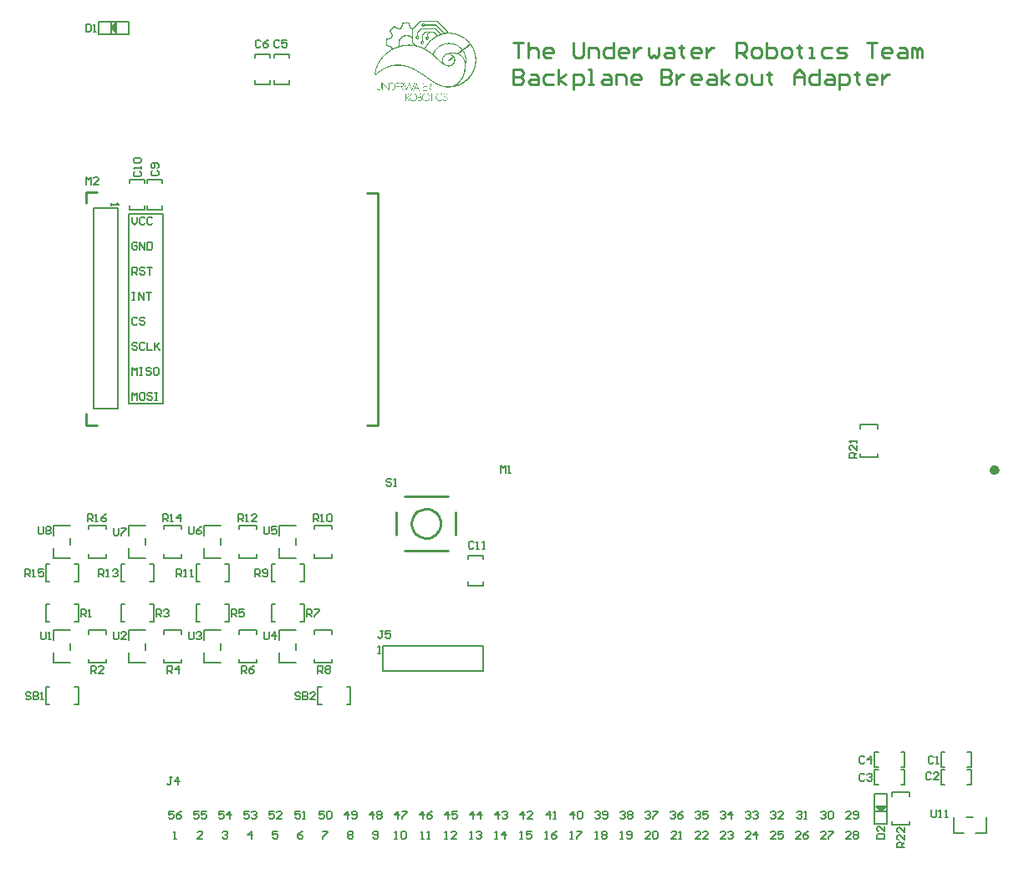
<source format=gto>
G04*
G04 #@! TF.GenerationSoftware,Altium Limited,Altium Designer,21.6.4 (81)*
G04*
G04 Layer_Color=16777215*
%FSLAX25Y25*%
%MOIN*%
G70*
G04*
G04 #@! TF.SameCoordinates,0CBDA3DA-19B2-4F21-B402-8426C952BD09*
G04*
G04*
G04 #@! TF.FilePolarity,Positive*
G04*
G01*
G75*
%ADD10C,0.01000*%
%ADD11C,0.02000*%
%ADD12C,0.00400*%
%ADD13C,0.00600*%
%ADD14C,0.00500*%
G36*
X169764Y390942D02*
X169782D01*
Y390925D01*
X169799D01*
Y390908D01*
X169816D01*
Y390890D01*
X169833D01*
Y390873D01*
X169851D01*
Y390856D01*
X169868D01*
Y390839D01*
X169885D01*
Y390822D01*
X169902D01*
Y390804D01*
X169919D01*
Y390787D01*
X169937D01*
Y390770D01*
X169954D01*
Y390753D01*
X169971D01*
Y390736D01*
X169988D01*
Y390718D01*
X170005D01*
Y390701D01*
X170023D01*
Y390684D01*
X170040D01*
Y390667D01*
X170057D01*
Y390649D01*
X170074D01*
Y390632D01*
X170091D01*
Y390615D01*
X170109D01*
Y390598D01*
X170126D01*
Y390581D01*
X170143D01*
Y390563D01*
X170160D01*
Y390546D01*
X170177D01*
Y390529D01*
X170195D01*
Y390512D01*
X170212D01*
Y390495D01*
X170229D01*
Y390477D01*
X170246D01*
Y390460D01*
X170264D01*
Y390443D01*
X170281D01*
Y390426D01*
X170298D01*
Y390408D01*
X170315D01*
Y390391D01*
X170332D01*
Y390374D01*
X170350D01*
Y390357D01*
X170367D01*
Y390340D01*
X170384D01*
Y390322D01*
X170401D01*
Y390305D01*
X170419D01*
Y390288D01*
X170436D01*
Y390271D01*
X170453D01*
Y390254D01*
X170470D01*
Y390236D01*
X170487D01*
Y390219D01*
X170504D01*
Y390202D01*
X170522D01*
Y390185D01*
X170539D01*
Y390168D01*
X170556D01*
Y390150D01*
X170573D01*
Y390133D01*
X170591D01*
Y390116D01*
X170608D01*
Y390099D01*
X170625D01*
Y390082D01*
X170642D01*
Y390064D01*
X170659D01*
Y390047D01*
X170677D01*
Y390030D01*
X170694D01*
Y390013D01*
X170711D01*
Y389996D01*
X170728D01*
Y389978D01*
X170746D01*
Y389961D01*
X170763D01*
Y389944D01*
X170780D01*
Y389927D01*
X170797D01*
Y389909D01*
X170814D01*
Y389892D01*
X170832D01*
Y389875D01*
X170849D01*
Y389858D01*
X170866D01*
Y389841D01*
X170883D01*
Y389823D01*
X170900D01*
Y389806D01*
X170918D01*
Y389789D01*
X170935D01*
Y389772D01*
X170952D01*
Y389755D01*
X170969D01*
Y389737D01*
X170986D01*
Y389720D01*
X171004D01*
Y389703D01*
X171021D01*
Y389686D01*
X171038D01*
Y389668D01*
X171055D01*
Y389651D01*
X171072D01*
Y389634D01*
X171090D01*
Y389617D01*
X171107D01*
Y389600D01*
X171124D01*
Y389582D01*
X171141D01*
Y389565D01*
X171159D01*
Y389548D01*
X171176D01*
Y389531D01*
X171193D01*
Y389514D01*
X171210D01*
Y389496D01*
X171227D01*
Y389479D01*
X171245D01*
Y389462D01*
X171262D01*
Y389445D01*
X171279D01*
Y389427D01*
X171296D01*
Y389410D01*
X171313D01*
Y389393D01*
X171331D01*
Y389376D01*
X171348D01*
Y389359D01*
X171365D01*
Y389341D01*
X171382D01*
Y389324D01*
X171399D01*
Y389307D01*
X171417D01*
Y389290D01*
X171434D01*
Y389273D01*
X171451D01*
Y389255D01*
X171468D01*
Y389238D01*
X171485D01*
Y389221D01*
X171503D01*
Y389204D01*
X171520D01*
Y389187D01*
X171537D01*
Y389169D01*
X171554D01*
Y389152D01*
X171572D01*
Y389135D01*
X171589D01*
Y389118D01*
X171606D01*
Y389101D01*
X171623D01*
Y389083D01*
X171640D01*
Y389066D01*
X171658D01*
Y389049D01*
X171675D01*
Y389032D01*
X171692D01*
Y389015D01*
X171709D01*
Y388997D01*
X171726D01*
Y388980D01*
X171744D01*
Y388963D01*
X171761D01*
Y388946D01*
X171778D01*
Y388928D01*
X171795D01*
Y388911D01*
X171812D01*
Y388894D01*
X171830D01*
Y388877D01*
X171847D01*
Y388860D01*
X171864D01*
Y388842D01*
X171881D01*
Y388825D01*
X171899D01*
Y388808D01*
X171916D01*
Y388791D01*
X171933D01*
Y388773D01*
X171950D01*
Y388756D01*
X171967D01*
Y388739D01*
X171985D01*
Y388722D01*
X172002D01*
Y388705D01*
X172019D01*
Y388687D01*
X172036D01*
Y388670D01*
X172053D01*
Y388653D01*
X172071D01*
Y388636D01*
X172088D01*
Y388619D01*
X172105D01*
Y388601D01*
X172122D01*
Y388584D01*
X172140D01*
Y388567D01*
X172157D01*
Y388550D01*
X172174D01*
Y388533D01*
X172191D01*
Y388515D01*
X172208D01*
Y388498D01*
X172225D01*
Y388481D01*
X172243D01*
Y388464D01*
X172260D01*
Y388446D01*
X172277D01*
Y388429D01*
X172294D01*
Y388412D01*
X172312D01*
Y388395D01*
X172329D01*
Y388378D01*
X172346D01*
Y388361D01*
X172363D01*
Y388343D01*
X172380D01*
Y388326D01*
X172398D01*
Y388309D01*
X172415D01*
Y388292D01*
X172432D01*
Y388274D01*
X172449D01*
Y388257D01*
X172467D01*
Y388240D01*
X172484D01*
Y388223D01*
X172501D01*
Y388206D01*
X172518D01*
Y388188D01*
X172535D01*
Y388171D01*
X172553D01*
Y388154D01*
X172570D01*
Y388137D01*
X172587D01*
Y388120D01*
X172604D01*
Y388102D01*
X172621D01*
Y388085D01*
X172639D01*
Y388068D01*
X172656D01*
Y388051D01*
X172673D01*
Y388034D01*
X172690D01*
Y388016D01*
X172707D01*
Y387999D01*
X172725D01*
Y387982D01*
X172742D01*
Y387965D01*
X172759D01*
Y387948D01*
X172776D01*
Y387930D01*
X172793D01*
Y387913D01*
X172811D01*
Y387896D01*
X172828D01*
Y387879D01*
X172845D01*
Y387861D01*
X172862D01*
Y387844D01*
X172880D01*
Y387827D01*
X172897D01*
Y387810D01*
X172914D01*
Y387793D01*
X172931D01*
Y387775D01*
X172948D01*
Y387758D01*
X172966D01*
Y387741D01*
X172983D01*
Y387724D01*
X173000D01*
Y387706D01*
X173017D01*
Y387689D01*
X173034D01*
Y387672D01*
X173052D01*
Y387655D01*
X173069D01*
Y387638D01*
X173086D01*
Y387620D01*
X173103D01*
Y387603D01*
X173120D01*
Y387586D01*
X173138D01*
Y387569D01*
X173155D01*
Y387552D01*
X173172D01*
Y387534D01*
X173189D01*
Y387517D01*
X173206D01*
Y387500D01*
X173224D01*
Y387483D01*
X173241D01*
Y387466D01*
X173258D01*
Y387448D01*
X173275D01*
Y387431D01*
X173293D01*
Y387414D01*
X173310D01*
Y387397D01*
X173327D01*
Y387380D01*
X173344D01*
Y387362D01*
X173361D01*
Y387345D01*
X173379D01*
Y387328D01*
X173396D01*
Y387311D01*
X173413D01*
Y387294D01*
X173430D01*
Y387276D01*
X173448D01*
Y387259D01*
X173465D01*
Y387242D01*
X173482D01*
Y387225D01*
X173499D01*
Y387207D01*
X173516D01*
Y387190D01*
X173533D01*
Y387173D01*
X173551D01*
Y387156D01*
X173568D01*
Y387139D01*
X173585D01*
Y387121D01*
X173602D01*
Y387104D01*
X173620D01*
Y387087D01*
X173637D01*
Y387070D01*
X173654D01*
Y387052D01*
X173671D01*
Y387035D01*
X173688D01*
Y387018D01*
X173706D01*
Y387001D01*
X173723D01*
Y386984D01*
X173740D01*
Y386966D01*
X173757D01*
Y386949D01*
X173775D01*
Y386932D01*
X173792D01*
Y386915D01*
X173809D01*
Y386898D01*
X173826D01*
Y386880D01*
X173843D01*
Y386863D01*
X173861D01*
Y386846D01*
X173878D01*
Y386829D01*
X173895D01*
Y386812D01*
X173912D01*
Y386054D01*
X173929D01*
Y386037D01*
X175478D01*
Y386003D01*
X175754D01*
Y385985D01*
X175771D01*
Y385968D01*
X175788D01*
Y385951D01*
X175977D01*
Y385968D01*
X175995D01*
Y385951D01*
X176012D01*
Y385934D01*
X176029D01*
Y385917D01*
X176184D01*
Y385882D01*
X176218D01*
Y385865D01*
X176235D01*
Y385882D01*
X176408D01*
Y385865D01*
X176425D01*
Y385848D01*
X176442D01*
Y385831D01*
X176511D01*
Y385813D01*
X176580D01*
Y385796D01*
X176666D01*
Y385779D01*
X176735D01*
Y385762D01*
X176803D01*
Y385745D01*
X176890D01*
Y385727D01*
X176941D01*
Y385710D01*
X177044D01*
Y385693D01*
X177096D01*
Y385676D01*
X177165D01*
Y385659D01*
X177216D01*
Y385641D01*
X177268D01*
Y385624D01*
X177354D01*
Y385607D01*
X177389D01*
Y385590D01*
X177475D01*
Y385573D01*
X177509D01*
Y385555D01*
X177578D01*
Y385538D01*
X177629D01*
Y385521D01*
X177664D01*
Y385504D01*
X177733D01*
Y385486D01*
X177767D01*
Y385469D01*
X177836D01*
Y385452D01*
X177888D01*
Y385435D01*
X177922D01*
Y385418D01*
X177991D01*
Y385400D01*
X178025D01*
Y385383D01*
X178094D01*
Y385366D01*
X178129D01*
Y385349D01*
X178163D01*
Y385332D01*
X178215D01*
Y385314D01*
X178249D01*
Y385297D01*
X178301D01*
Y385280D01*
X178335D01*
Y385263D01*
X178387D01*
Y385245D01*
X178421D01*
Y385228D01*
X178456D01*
Y385211D01*
X178524D01*
Y385194D01*
X178542D01*
Y385177D01*
X178593D01*
Y385159D01*
X178628D01*
Y385142D01*
X178662D01*
Y385125D01*
X178714D01*
Y385108D01*
X178731D01*
Y385091D01*
X178800D01*
Y385073D01*
X178817D01*
Y385056D01*
X178869D01*
Y385039D01*
X178903D01*
Y385022D01*
X178937D01*
Y385004D01*
X178989D01*
Y384987D01*
X179006D01*
Y384970D01*
X179058D01*
Y384953D01*
X179075D01*
Y384936D01*
X179110D01*
Y384918D01*
X179161D01*
Y384901D01*
X179178D01*
Y384884D01*
X179230D01*
Y384867D01*
X179247D01*
Y384850D01*
X179282D01*
Y384832D01*
X179316D01*
Y384815D01*
X179350D01*
Y384798D01*
X179385D01*
Y384781D01*
X179419D01*
Y384764D01*
X179454D01*
Y384746D01*
X179488D01*
Y384729D01*
X179523D01*
Y384712D01*
X179557D01*
Y384695D01*
X179574D01*
Y384678D01*
X179609D01*
Y384660D01*
X179643D01*
Y384643D01*
X179677D01*
Y384626D01*
X179695D01*
Y384609D01*
X179729D01*
Y384592D01*
X179764D01*
Y384574D01*
X179781D01*
Y384557D01*
X179815D01*
Y384540D01*
X179850D01*
Y384523D01*
X179884D01*
Y384505D01*
X179919D01*
Y384488D01*
X179936D01*
Y384471D01*
X179970D01*
Y384454D01*
X179987D01*
Y384437D01*
X180022D01*
Y384419D01*
X180056D01*
Y384402D01*
X180073D01*
Y384385D01*
X180108D01*
Y384368D01*
X180125D01*
Y384350D01*
X180159D01*
Y384333D01*
X180177D01*
Y384316D01*
X180211D01*
Y384299D01*
X180245D01*
Y384282D01*
X180263D01*
Y384264D01*
X180297D01*
Y384247D01*
X180314D01*
Y384230D01*
X180349D01*
Y384213D01*
X180366D01*
Y384196D01*
X180400D01*
Y384178D01*
X180418D01*
Y384161D01*
X180435D01*
Y384144D01*
X180469D01*
Y384127D01*
X180486D01*
Y384110D01*
X180521D01*
Y384092D01*
X180538D01*
Y384075D01*
X180555D01*
Y384058D01*
X180590D01*
Y384041D01*
X180607D01*
Y384023D01*
X180641D01*
Y384006D01*
X180658D01*
Y383989D01*
X180693D01*
Y383972D01*
X180710D01*
Y383955D01*
X180727D01*
Y383938D01*
X180762D01*
Y383920D01*
X180779D01*
Y383903D01*
X180813D01*
Y383886D01*
X180831D01*
Y383869D01*
X180848D01*
Y383852D01*
X180882D01*
Y383834D01*
X180900D01*
Y383817D01*
X180917D01*
Y383800D01*
X180934D01*
Y383783D01*
X180968D01*
Y383765D01*
X180985D01*
Y383748D01*
X181003D01*
Y383731D01*
X181037D01*
Y383714D01*
X181054D01*
Y383697D01*
X181072D01*
Y383679D01*
X181089D01*
Y383662D01*
X181106D01*
Y383645D01*
X181140D01*
Y383628D01*
X181158D01*
Y383611D01*
X181192D01*
Y383593D01*
X181209D01*
Y383576D01*
X181226D01*
Y383559D01*
X181244D01*
Y383542D01*
X181261D01*
Y383524D01*
X181295D01*
Y383507D01*
X181313D01*
Y383490D01*
X181330D01*
Y383473D01*
X181347D01*
Y383456D01*
X181364D01*
Y383438D01*
X181381D01*
Y383421D01*
X181399D01*
Y383404D01*
X181433D01*
Y383387D01*
X181450D01*
Y383370D01*
X181467D01*
Y383352D01*
X181485D01*
Y383335D01*
X181502D01*
Y383318D01*
X181536D01*
Y383301D01*
X181553D01*
Y383283D01*
X181571D01*
Y383266D01*
X181588D01*
Y383249D01*
X181605D01*
Y383232D01*
X181622D01*
Y383215D01*
X181640D01*
Y383197D01*
X181657D01*
Y383180D01*
X181674D01*
Y383163D01*
X181691D01*
Y383146D01*
X181726D01*
Y383111D01*
X181760D01*
Y383077D01*
X181794D01*
Y383060D01*
X181812D01*
Y383043D01*
X181829D01*
Y383025D01*
X181846D01*
Y383008D01*
X181863D01*
Y382991D01*
X181880D01*
Y382974D01*
X181898D01*
Y382957D01*
X181915D01*
Y382939D01*
X181932D01*
Y382922D01*
X181949D01*
Y382905D01*
X181966D01*
Y382888D01*
X181984D01*
Y382871D01*
X182001D01*
Y382853D01*
X182018D01*
Y382836D01*
X182035D01*
Y382819D01*
X182053D01*
Y382802D01*
X182070D01*
Y382784D01*
X182087D01*
Y382767D01*
X182104D01*
Y382750D01*
X182121D01*
Y382733D01*
X182139D01*
Y382716D01*
X182156D01*
Y382698D01*
X182173D01*
Y382664D01*
X182207D01*
Y382647D01*
X182225D01*
Y382612D01*
X182259D01*
Y382578D01*
X182276D01*
Y382561D01*
X182293D01*
Y382543D01*
X182311D01*
Y382526D01*
X182328D01*
Y382509D01*
X182345D01*
Y382492D01*
X182362D01*
Y382475D01*
X182379D01*
Y382457D01*
X182397D01*
Y382440D01*
X182414D01*
Y382423D01*
X182431D01*
Y382406D01*
X182448D01*
Y382371D01*
X182466D01*
Y382354D01*
X182483D01*
Y382337D01*
X182500D01*
Y382320D01*
X182517D01*
Y382302D01*
X182534D01*
Y382285D01*
X182552D01*
Y382251D01*
X182569D01*
Y382234D01*
X182586D01*
Y382217D01*
X182603D01*
Y382199D01*
X182621D01*
Y382182D01*
X182638D01*
Y382165D01*
X182655D01*
Y382148D01*
X182672D01*
Y382113D01*
X182689D01*
Y382096D01*
X182706D01*
Y382079D01*
X182724D01*
Y382062D01*
X182741D01*
Y382044D01*
X182758D01*
Y382010D01*
X182775D01*
Y381993D01*
X182793D01*
Y381958D01*
X182810D01*
Y381941D01*
X182827D01*
Y381924D01*
X182844D01*
Y381907D01*
X182861D01*
Y381890D01*
X182879D01*
Y381855D01*
X182896D01*
Y381838D01*
X182913D01*
Y381821D01*
X182930D01*
Y381786D01*
X182948D01*
Y381769D01*
X182965D01*
Y381752D01*
X182982D01*
Y381735D01*
X182999D01*
Y381700D01*
X183016D01*
Y381683D01*
X183034D01*
Y381666D01*
X183051D01*
Y381631D01*
X183068D01*
Y381614D01*
X183085D01*
Y381580D01*
X183102D01*
Y381562D01*
X183120D01*
Y381545D01*
X183137D01*
Y381511D01*
X183154D01*
Y381494D01*
X183171D01*
Y381459D01*
X183188D01*
Y381442D01*
X183206D01*
Y381425D01*
X183223D01*
Y381408D01*
X183240D01*
Y381373D01*
X183257D01*
Y381339D01*
X183274D01*
Y381322D01*
X183292D01*
Y381304D01*
X183309D01*
Y381287D01*
X183326D01*
Y381253D01*
X183343D01*
Y381218D01*
X183361D01*
Y381201D01*
X183378D01*
Y381167D01*
X183395D01*
Y381149D01*
X183412D01*
Y381115D01*
X183429D01*
Y381098D01*
X183447D01*
Y381063D01*
X183464D01*
Y381029D01*
X183481D01*
Y381012D01*
X183498D01*
Y380977D01*
X183515D01*
Y380960D01*
X183533D01*
Y380926D01*
X183550D01*
Y380908D01*
X183567D01*
Y380874D01*
X183584D01*
Y380840D01*
X183601D01*
Y380822D01*
X183619D01*
Y380788D01*
X183636D01*
Y380771D01*
X183653D01*
Y380736D01*
X183670D01*
Y380702D01*
X183687D01*
Y380668D01*
X183705D01*
Y380633D01*
X183722D01*
Y380616D01*
X183739D01*
Y380581D01*
X183756D01*
Y380547D01*
X183774D01*
Y380530D01*
X183791D01*
Y380496D01*
X183808D01*
Y380461D01*
X183825D01*
Y380427D01*
X183842D01*
Y380409D01*
X183860D01*
Y380375D01*
X183877D01*
Y380341D01*
X183894D01*
Y380306D01*
X183911D01*
Y380272D01*
X183928D01*
Y380237D01*
X183946D01*
Y380203D01*
X183963D01*
Y380169D01*
X183980D01*
Y380134D01*
X183997D01*
Y380100D01*
X184014D01*
Y380082D01*
X184032D01*
Y380031D01*
X184049D01*
Y380014D01*
X184066D01*
Y379962D01*
X184083D01*
Y379927D01*
X184100D01*
Y379910D01*
X184118D01*
Y379859D01*
X184135D01*
Y379841D01*
X184152D01*
Y379790D01*
X184169D01*
Y379755D01*
X184187D01*
Y379721D01*
X184204D01*
Y379669D01*
X184221D01*
Y379652D01*
X184238D01*
Y379583D01*
X184255D01*
Y379566D01*
X184273D01*
Y379515D01*
X184290D01*
Y379480D01*
X184307D01*
Y379446D01*
X184324D01*
Y379394D01*
X184342D01*
Y379377D01*
X184359D01*
Y379308D01*
X184376D01*
Y379274D01*
X184393D01*
Y379239D01*
X184410D01*
Y379187D01*
X184427D01*
Y379153D01*
X184445D01*
Y379101D01*
X184462D01*
Y379067D01*
X184479D01*
Y379015D01*
X184496D01*
Y378981D01*
X184514D01*
Y378946D01*
X184531D01*
Y378878D01*
X184548D01*
Y378843D01*
X184565D01*
Y378774D01*
X184582D01*
Y378740D01*
X184600D01*
Y378688D01*
X184617D01*
Y378620D01*
X184634D01*
Y378585D01*
X184651D01*
Y378516D01*
X184669D01*
Y378482D01*
X184686D01*
Y378413D01*
X184703D01*
Y378361D01*
X184720D01*
Y378327D01*
X184737D01*
Y378241D01*
X184755D01*
Y378206D01*
X184772D01*
Y378120D01*
X184789D01*
Y378069D01*
X184806D01*
Y378017D01*
X184823D01*
Y377948D01*
X184841D01*
Y377897D01*
X184858D01*
Y377794D01*
X184875D01*
Y377742D01*
X184892D01*
Y377656D01*
X184909D01*
Y377587D01*
X184927D01*
Y377518D01*
X184944D01*
Y377432D01*
X184961D01*
Y377380D01*
X184978D01*
Y377243D01*
X184995D01*
Y377174D01*
X185013D01*
Y377088D01*
X185030D01*
Y376967D01*
X185047D01*
Y376899D01*
X185064D01*
Y376744D01*
X185082D01*
Y376640D01*
X185099D01*
Y376468D01*
X185116D01*
Y376331D01*
X185133D01*
Y376193D01*
X185150D01*
Y375918D01*
X185168D01*
Y375763D01*
X185185D01*
Y374592D01*
X185168D01*
Y374437D01*
X185150D01*
Y374145D01*
X185133D01*
Y374024D01*
X185116D01*
Y373887D01*
X185099D01*
Y373715D01*
X185082D01*
Y373611D01*
X185064D01*
Y373457D01*
X185047D01*
Y373388D01*
X185030D01*
Y373267D01*
X185013D01*
Y373181D01*
X184995D01*
Y373112D01*
X184978D01*
Y372975D01*
X184961D01*
Y372923D01*
X184944D01*
Y372837D01*
X184927D01*
Y372768D01*
X184909D01*
Y372699D01*
X184892D01*
Y372613D01*
X184875D01*
Y372562D01*
X184858D01*
Y372458D01*
X184841D01*
Y372407D01*
X184823D01*
Y372338D01*
X184806D01*
Y372286D01*
X184789D01*
Y372235D01*
X184772D01*
Y372148D01*
X184755D01*
Y372114D01*
X184737D01*
Y372028D01*
X184720D01*
Y371994D01*
X184703D01*
Y371925D01*
X184686D01*
Y371873D01*
X184669D01*
Y371839D01*
X184651D01*
Y371770D01*
X184634D01*
Y371736D01*
X184617D01*
Y371667D01*
X184600D01*
Y371615D01*
X184582D01*
Y371581D01*
X184565D01*
Y371512D01*
X184548D01*
Y371477D01*
X184531D01*
Y371409D01*
X184514D01*
Y371374D01*
X184496D01*
Y371340D01*
X184479D01*
Y371288D01*
X184462D01*
Y371254D01*
X184445D01*
Y371202D01*
X184427D01*
Y371168D01*
X184410D01*
Y371116D01*
X184393D01*
Y371081D01*
X184376D01*
Y371047D01*
X184359D01*
Y370978D01*
X184342D01*
Y370961D01*
X184324D01*
Y370909D01*
X184307D01*
Y370875D01*
X184290D01*
Y370841D01*
X184273D01*
Y370789D01*
X184255D01*
Y370772D01*
X184238D01*
Y370703D01*
X184221D01*
Y370686D01*
X184204D01*
Y370634D01*
X184187D01*
Y370600D01*
X184169D01*
Y370565D01*
X184152D01*
Y370514D01*
X184135D01*
Y370496D01*
X184118D01*
Y370445D01*
X184100D01*
Y370427D01*
X184083D01*
Y370393D01*
X184066D01*
Y370341D01*
X184049D01*
Y370324D01*
X184032D01*
Y370273D01*
X184014D01*
Y370255D01*
X183997D01*
Y370221D01*
X183980D01*
Y370187D01*
X183963D01*
Y370152D01*
X183946D01*
Y370100D01*
X183928D01*
Y370083D01*
X183911D01*
Y370049D01*
X183894D01*
Y370015D01*
X183877D01*
Y369980D01*
X183860D01*
Y369946D01*
X183842D01*
Y369928D01*
X183825D01*
Y369894D01*
X183808D01*
Y369860D01*
X183791D01*
Y369825D01*
X183774D01*
Y369808D01*
X183756D01*
Y369774D01*
X183739D01*
Y369739D01*
X183722D01*
Y369722D01*
X183705D01*
Y369688D01*
X183687D01*
Y369653D01*
X183670D01*
Y369619D01*
X183653D01*
Y369584D01*
X183636D01*
Y369567D01*
X183619D01*
Y369533D01*
X183601D01*
Y369515D01*
X183584D01*
Y369481D01*
X183567D01*
Y369446D01*
X183550D01*
Y369429D01*
X183533D01*
Y369395D01*
X183515D01*
Y369378D01*
X183498D01*
Y369343D01*
X183481D01*
Y369326D01*
X183464D01*
Y369292D01*
X183447D01*
Y369257D01*
X183429D01*
Y369240D01*
X183412D01*
Y369206D01*
X183395D01*
Y369188D01*
X183378D01*
Y369154D01*
X183361D01*
Y369137D01*
X183343D01*
Y369102D01*
X183326D01*
Y369068D01*
X183309D01*
Y369051D01*
X183292D01*
Y369034D01*
X183274D01*
Y369016D01*
X183257D01*
Y368982D01*
X183240D01*
Y368948D01*
X183223D01*
Y368930D01*
X183206D01*
Y368913D01*
X183188D01*
Y368896D01*
X183171D01*
Y368861D01*
X183154D01*
Y368844D01*
X183137D01*
Y368810D01*
X183120D01*
Y368793D01*
X183102D01*
Y368775D01*
X183085D01*
Y368741D01*
X183068D01*
Y368724D01*
X183051D01*
Y368689D01*
X183034D01*
Y368672D01*
X183016D01*
Y368655D01*
X182999D01*
Y368620D01*
X182982D01*
Y368603D01*
X182965D01*
Y368586D01*
X182948D01*
Y368569D01*
X182930D01*
Y368534D01*
X182913D01*
Y368517D01*
X182896D01*
Y368500D01*
X182879D01*
Y368466D01*
X182861D01*
Y368448D01*
X182844D01*
Y368431D01*
X182827D01*
Y368414D01*
X182810D01*
Y368397D01*
X182793D01*
Y368362D01*
X182775D01*
Y368345D01*
X182758D01*
Y368311D01*
X182741D01*
Y368293D01*
X182724D01*
Y368276D01*
X182706D01*
Y368259D01*
X182689D01*
Y368242D01*
X182672D01*
Y368207D01*
X182655D01*
Y368190D01*
X182638D01*
Y368173D01*
X182621D01*
Y368156D01*
X182603D01*
Y368139D01*
X182586D01*
Y368121D01*
X182569D01*
Y368104D01*
X182552D01*
Y368070D01*
X182534D01*
Y368053D01*
X182517D01*
Y368035D01*
X182500D01*
Y368018D01*
X182483D01*
Y368001D01*
X182466D01*
Y367967D01*
X182448D01*
Y367949D01*
X182431D01*
Y367932D01*
X182414D01*
Y367915D01*
X182397D01*
Y367898D01*
X182379D01*
Y367880D01*
X182362D01*
Y367863D01*
X182345D01*
Y367846D01*
X182328D01*
Y367829D01*
X182311D01*
Y367812D01*
X182293D01*
Y367777D01*
X182259D01*
Y367743D01*
X182225D01*
Y367708D01*
X182207D01*
Y367691D01*
X182190D01*
Y367674D01*
X182173D01*
Y367657D01*
X182156D01*
Y367639D01*
X182139D01*
Y367622D01*
X182121D01*
Y367605D01*
X182104D01*
Y367588D01*
X182087D01*
Y367571D01*
X182070D01*
Y367553D01*
X182053D01*
Y367536D01*
X182035D01*
Y367519D01*
X182018D01*
Y367502D01*
X182001D01*
Y367485D01*
X181984D01*
Y367467D01*
X181966D01*
Y367450D01*
X181949D01*
Y367433D01*
X181932D01*
Y367416D01*
X181915D01*
Y367399D01*
X181898D01*
Y367381D01*
X181880D01*
Y367364D01*
X181863D01*
Y367347D01*
X181846D01*
Y367330D01*
X181829D01*
Y367313D01*
X181812D01*
Y367295D01*
X181794D01*
Y367278D01*
X181760D01*
Y367244D01*
X181726D01*
Y367209D01*
X181691D01*
Y367192D01*
X181674D01*
Y367175D01*
X181657D01*
Y367158D01*
X181640D01*
Y367140D01*
X181622D01*
Y367123D01*
X181605D01*
Y367106D01*
X181588D01*
Y367089D01*
X181571D01*
Y367072D01*
X181553D01*
Y367054D01*
X181536D01*
Y367037D01*
X181502D01*
Y367020D01*
X181485D01*
Y367003D01*
X181467D01*
Y366986D01*
X181450D01*
Y366968D01*
X181433D01*
Y366951D01*
X181399D01*
Y366934D01*
X181381D01*
Y366917D01*
X181364D01*
Y366899D01*
X181347D01*
Y366882D01*
X181330D01*
Y366865D01*
X181313D01*
Y366848D01*
X181295D01*
Y366831D01*
X181261D01*
Y366813D01*
X181244D01*
Y366796D01*
X181226D01*
Y366779D01*
X181209D01*
Y366762D01*
X181192D01*
Y366745D01*
X181158D01*
Y366727D01*
X181140D01*
Y366710D01*
X181106D01*
Y366693D01*
X181089D01*
Y366676D01*
X181072D01*
Y366658D01*
X181054D01*
Y366641D01*
X181037D01*
Y366624D01*
X181003D01*
Y366607D01*
X180985D01*
Y366590D01*
X180968D01*
Y366572D01*
X180934D01*
Y366555D01*
X180917D01*
Y366538D01*
X180900D01*
Y366521D01*
X180882D01*
Y366504D01*
X180848D01*
Y366486D01*
X180831D01*
Y366469D01*
X180813D01*
Y366452D01*
X180779D01*
Y366435D01*
X180762D01*
Y366418D01*
X180727D01*
Y366400D01*
X180710D01*
Y366383D01*
X180693D01*
Y366366D01*
X180658D01*
Y366349D01*
X180641D01*
Y366332D01*
X180607D01*
Y366314D01*
X180590D01*
Y366297D01*
X180572D01*
Y366280D01*
X180555D01*
Y366263D01*
X180521D01*
Y366246D01*
X180486D01*
Y366228D01*
X180469D01*
Y366211D01*
X180452D01*
Y366194D01*
X180435D01*
Y366177D01*
X180400D01*
Y366159D01*
X180366D01*
Y366142D01*
X180349D01*
Y366125D01*
X180314D01*
Y366108D01*
X180297D01*
Y366091D01*
X180263D01*
Y366073D01*
X180245D01*
Y366056D01*
X180211D01*
Y366039D01*
X180177D01*
Y366022D01*
X180159D01*
Y366004D01*
X180125D01*
Y365987D01*
X180108D01*
Y365970D01*
X180073D01*
Y365953D01*
X180056D01*
Y365936D01*
X180022D01*
Y365918D01*
X179987D01*
Y365901D01*
X179970D01*
Y365884D01*
X179936D01*
Y365867D01*
X179919D01*
Y365850D01*
X179884D01*
Y365832D01*
X179850D01*
Y365815D01*
X179815D01*
Y365798D01*
X179781D01*
Y365781D01*
X179764D01*
Y365764D01*
X179729D01*
Y365746D01*
X179695D01*
Y365729D01*
X179677D01*
Y365712D01*
X179643D01*
Y365695D01*
X179609D01*
Y365677D01*
X179574D01*
Y365660D01*
X179557D01*
Y365643D01*
X179523D01*
Y365626D01*
X179488D01*
Y365609D01*
X179454D01*
Y365592D01*
X179419D01*
Y365574D01*
X179402D01*
Y365557D01*
X179350D01*
Y365540D01*
X179316D01*
Y365523D01*
X179282D01*
Y365505D01*
X179247D01*
Y365488D01*
X179230D01*
Y365471D01*
X179178D01*
Y365454D01*
X179161D01*
Y365437D01*
X179110D01*
Y365419D01*
X179075D01*
Y365402D01*
X179058D01*
Y365385D01*
X179006D01*
Y365368D01*
X178989D01*
Y365351D01*
X178937D01*
Y365333D01*
X178903D01*
Y365316D01*
X178869D01*
Y365299D01*
X178817D01*
Y365282D01*
X178800D01*
Y365265D01*
X178731D01*
Y365247D01*
X178714D01*
Y365230D01*
X178662D01*
Y365213D01*
X178628D01*
Y365196D01*
X178593D01*
Y365178D01*
X178542D01*
Y365161D01*
X178524D01*
Y365144D01*
X178456D01*
Y365127D01*
X178421D01*
Y365110D01*
X178387D01*
Y365092D01*
X178335D01*
Y365075D01*
X178301D01*
Y365058D01*
X178249D01*
Y365041D01*
X178215D01*
Y365023D01*
X178163D01*
Y365006D01*
X178129D01*
Y364989D01*
X178094D01*
Y364972D01*
X178025D01*
Y364955D01*
X177991D01*
Y364937D01*
X177922D01*
Y364920D01*
X177888D01*
Y364903D01*
X177836D01*
Y364886D01*
X177767D01*
Y364869D01*
X177733D01*
Y364851D01*
X177664D01*
Y364834D01*
X177629D01*
Y364817D01*
X177578D01*
Y364800D01*
X177509D01*
Y364783D01*
X177475D01*
Y364765D01*
X177389D01*
Y364748D01*
X177354D01*
Y364731D01*
X177268D01*
Y364714D01*
X177216D01*
Y364697D01*
X177165D01*
Y364679D01*
X177096D01*
Y364662D01*
X177044D01*
Y364645D01*
X176941D01*
Y364628D01*
X176890D01*
Y364611D01*
X176803D01*
Y364593D01*
X176735D01*
Y364576D01*
X176666D01*
Y364559D01*
X176580D01*
Y364542D01*
X176528D01*
Y364524D01*
X176390D01*
Y364507D01*
X176322D01*
Y364490D01*
X176235D01*
Y364473D01*
X176115D01*
Y364456D01*
X176046D01*
Y364438D01*
X175891D01*
Y364421D01*
X175788D01*
Y364404D01*
X175616D01*
Y364387D01*
X175478D01*
Y364370D01*
X175358D01*
Y364352D01*
X175151D01*
Y364335D01*
X175082D01*
Y364318D01*
X174910D01*
Y364301D01*
X174824D01*
Y364283D01*
X174687D01*
Y364266D01*
X174532D01*
Y364249D01*
X174394D01*
Y364232D01*
X174342D01*
Y364249D01*
X174153D01*
Y364232D01*
X173929D01*
Y364249D01*
X173551D01*
Y364266D01*
X173430D01*
Y364283D01*
X173327D01*
Y364301D01*
X173172D01*
Y364318D01*
X172931D01*
Y364335D01*
X172811D01*
Y364352D01*
X172656D01*
Y364370D01*
X172570D01*
Y364387D01*
X172467D01*
Y364404D01*
X172363D01*
Y364421D01*
X172312D01*
Y364438D01*
X172191D01*
Y364456D01*
X172140D01*
Y364473D01*
X172053D01*
Y364490D01*
X171985D01*
Y364507D01*
X171933D01*
Y364524D01*
X171847D01*
Y364542D01*
X171812D01*
Y364559D01*
X171726D01*
Y364576D01*
X171675D01*
Y364593D01*
X171623D01*
Y364611D01*
X171572D01*
Y364628D01*
X171520D01*
Y364645D01*
X171451D01*
Y364662D01*
X171417D01*
Y364679D01*
X171348D01*
Y364697D01*
X171313D01*
Y364714D01*
X171262D01*
Y364731D01*
X171210D01*
Y364748D01*
X171176D01*
Y364765D01*
X171107D01*
Y364783D01*
X171072D01*
Y364800D01*
X171021D01*
Y364817D01*
X170969D01*
Y364834D01*
X170935D01*
Y364851D01*
X170866D01*
Y364869D01*
X170849D01*
Y364886D01*
X170780D01*
Y364903D01*
X170746D01*
Y364920D01*
X170728D01*
Y364937D01*
X170642D01*
Y364955D01*
X170625D01*
Y364972D01*
X170556D01*
Y364989D01*
X170522D01*
Y365006D01*
X170487D01*
Y365023D01*
X170436D01*
Y365041D01*
X170401D01*
Y365058D01*
X170350D01*
Y365075D01*
X170315D01*
Y365092D01*
X170264D01*
Y365110D01*
X170229D01*
Y365127D01*
X170195D01*
Y365144D01*
X170126D01*
Y365161D01*
X170109D01*
Y365178D01*
X170057D01*
Y365196D01*
X170023D01*
Y365213D01*
X169988D01*
Y365230D01*
X169937D01*
Y365247D01*
X169919D01*
Y365265D01*
X169851D01*
Y365282D01*
X169833D01*
Y365299D01*
X169782D01*
Y365316D01*
X169747D01*
Y365333D01*
X169713D01*
Y365351D01*
X169661D01*
Y365368D01*
X169644D01*
Y365385D01*
X169592D01*
Y365402D01*
X169575D01*
Y365419D01*
X169541D01*
Y365437D01*
X169489D01*
Y365454D01*
X169472D01*
Y365471D01*
X169420D01*
Y365488D01*
X169403D01*
Y365505D01*
X169369D01*
Y365523D01*
X169334D01*
Y365540D01*
X169300D01*
Y365557D01*
X169265D01*
Y365574D01*
X169231D01*
Y365592D01*
X169197D01*
Y365609D01*
X169162D01*
Y365626D01*
X169128D01*
Y365643D01*
X169093D01*
Y365660D01*
X169076D01*
Y365677D01*
X169042D01*
Y365695D01*
X169007D01*
Y365712D01*
X168973D01*
Y365729D01*
X168956D01*
Y365746D01*
X168921D01*
Y365764D01*
X168887D01*
Y365781D01*
X168870D01*
Y365798D01*
X168835D01*
Y365815D01*
X168801D01*
Y365832D01*
X168766D01*
Y365850D01*
X168732D01*
Y365867D01*
X168715D01*
Y365884D01*
X168680D01*
Y365901D01*
X168663D01*
Y365918D01*
X168629D01*
Y365936D01*
X168594D01*
Y365953D01*
X168577D01*
Y365970D01*
X168543D01*
Y365987D01*
X168525D01*
Y366004D01*
X168491D01*
Y366022D01*
X168474D01*
Y366039D01*
X168439D01*
Y366056D01*
X168405D01*
Y366073D01*
X168388D01*
Y366091D01*
X168353D01*
Y366108D01*
X168336D01*
Y366125D01*
X168302D01*
Y366142D01*
X168284D01*
Y366159D01*
X168250D01*
Y366177D01*
X168216D01*
Y366194D01*
X168198D01*
Y366211D01*
X168181D01*
Y366228D01*
X168164D01*
Y366246D01*
X168130D01*
Y366263D01*
X168095D01*
Y366280D01*
X168078D01*
Y366297D01*
X168061D01*
Y366314D01*
X168043D01*
Y366332D01*
X168009D01*
Y366349D01*
X167992D01*
Y366366D01*
X167957D01*
Y366383D01*
X167940D01*
Y366400D01*
X167923D01*
Y366418D01*
X167889D01*
Y366435D01*
X167871D01*
Y366452D01*
X167837D01*
Y366469D01*
X167820D01*
Y366486D01*
X167803D01*
Y366504D01*
X167768D01*
Y366521D01*
X167751D01*
Y366538D01*
X167734D01*
Y366555D01*
X167717D01*
Y366572D01*
X167682D01*
Y366590D01*
X167665D01*
Y366607D01*
X167630D01*
Y366624D01*
X167613D01*
Y366641D01*
X167596D01*
Y366658D01*
X167579D01*
Y366676D01*
X167544D01*
Y366693D01*
X167527D01*
Y366710D01*
X167493D01*
Y366727D01*
X167475D01*
Y366745D01*
X167441D01*
Y366762D01*
X167424D01*
Y366779D01*
X167390D01*
Y366796D01*
X167355D01*
Y366813D01*
X167338D01*
Y366831D01*
X167303D01*
Y366848D01*
X167286D01*
Y366865D01*
X167269D01*
Y366882D01*
X167235D01*
Y366899D01*
X167217D01*
Y366917D01*
X167183D01*
Y366934D01*
X167166D01*
Y366951D01*
X167131D01*
Y366968D01*
X167114D01*
Y366986D01*
X167080D01*
Y367003D01*
X167045D01*
Y367020D01*
X167028D01*
Y367037D01*
X166994D01*
Y367054D01*
X166976D01*
Y367072D01*
X166959D01*
Y367089D01*
X166925D01*
Y367106D01*
X166908D01*
Y367123D01*
X166873D01*
Y367140D01*
X166856D01*
Y367158D01*
X166822D01*
Y367175D01*
X166804D01*
Y367192D01*
X166770D01*
Y367209D01*
X166753D01*
Y367227D01*
X166735D01*
Y367244D01*
X166701D01*
Y367261D01*
X166667D01*
Y367278D01*
X166649D01*
Y367295D01*
X166615D01*
Y367313D01*
X166598D01*
Y367330D01*
X166563D01*
Y367347D01*
X166546D01*
Y367364D01*
X166512D01*
Y367381D01*
X166495D01*
Y367399D01*
X166477D01*
Y367416D01*
X166443D01*
Y367433D01*
X166426D01*
Y367450D01*
X166391D01*
Y367467D01*
X166374D01*
Y367485D01*
X166340D01*
Y367502D01*
X166323D01*
Y367519D01*
X166305D01*
Y367536D01*
X166271D01*
Y367553D01*
X166236D01*
Y367571D01*
X166219D01*
Y367588D01*
X166185D01*
Y367605D01*
X166168D01*
Y367622D01*
X166133D01*
Y367639D01*
X166116D01*
Y367657D01*
X166082D01*
Y367674D01*
X166064D01*
Y367691D01*
X166047D01*
Y367708D01*
X166013D01*
Y367725D01*
X165996D01*
Y367743D01*
X165961D01*
Y367760D01*
X165944D01*
Y367777D01*
X165909D01*
Y367794D01*
X165892D01*
Y367812D01*
X165875D01*
Y367829D01*
X165841D01*
Y367846D01*
X165823D01*
Y367863D01*
X165789D01*
Y367880D01*
X165772D01*
Y367898D01*
X165737D01*
Y367915D01*
X165720D01*
Y367932D01*
X165686D01*
Y367949D01*
X165668D01*
Y367967D01*
X165651D01*
Y367984D01*
X165617D01*
Y368001D01*
X165582D01*
Y368018D01*
X165565D01*
Y368035D01*
X165531D01*
Y368053D01*
X165514D01*
Y368070D01*
X165479D01*
Y368087D01*
X165462D01*
Y368104D01*
X165445D01*
Y368121D01*
X165410D01*
Y368139D01*
X165393D01*
Y368156D01*
X165359D01*
Y368173D01*
X165341D01*
Y368190D01*
X165307D01*
Y368207D01*
X165290D01*
Y368225D01*
X165273D01*
Y368242D01*
X165238D01*
Y368259D01*
X165221D01*
Y368276D01*
X165187D01*
Y368293D01*
X165169D01*
Y368311D01*
X165135D01*
Y368328D01*
X165118D01*
Y368345D01*
X165101D01*
Y368362D01*
X165066D01*
Y368379D01*
X165049D01*
Y368397D01*
X165015D01*
Y368414D01*
X164980D01*
Y368431D01*
X164963D01*
Y368448D01*
X164928D01*
Y368466D01*
X164911D01*
Y368483D01*
X164877D01*
Y368500D01*
X164860D01*
Y368517D01*
X164842D01*
Y368534D01*
X164808D01*
Y368552D01*
X164791D01*
Y368569D01*
X164756D01*
Y368586D01*
X164739D01*
Y368603D01*
X164705D01*
Y368620D01*
X164688D01*
Y368638D01*
X164670D01*
Y368655D01*
X164636D01*
Y368672D01*
X164619D01*
Y368689D01*
X164584D01*
Y368706D01*
X164567D01*
Y368724D01*
X164533D01*
Y368741D01*
X164515D01*
Y368758D01*
X164498D01*
Y368775D01*
X164464D01*
Y368793D01*
X164447D01*
Y368810D01*
X164412D01*
Y368827D01*
X164378D01*
Y368844D01*
X164360D01*
Y368861D01*
X164326D01*
Y368879D01*
X164309D01*
Y368896D01*
X164275D01*
Y368913D01*
X164257D01*
Y368930D01*
X164240D01*
Y368948D01*
X164206D01*
Y368965D01*
X164188D01*
Y368982D01*
X164154D01*
Y368999D01*
X164137D01*
Y369016D01*
X164102D01*
Y369034D01*
X164068D01*
Y369051D01*
X164051D01*
Y369068D01*
X164016D01*
Y369085D01*
X163999D01*
Y369102D01*
X163965D01*
Y369120D01*
X163947D01*
Y369137D01*
X163930D01*
Y369154D01*
X163896D01*
Y369171D01*
X163879D01*
Y369188D01*
X163844D01*
Y369206D01*
X163827D01*
Y369223D01*
X163793D01*
Y369240D01*
X163775D01*
Y369257D01*
X163741D01*
Y369274D01*
X163707D01*
Y369292D01*
X163689D01*
Y369309D01*
X163655D01*
Y369326D01*
X163638D01*
Y369343D01*
X163620D01*
Y369360D01*
X163586D01*
Y369378D01*
X163569D01*
Y369395D01*
X163534D01*
Y369412D01*
X163500D01*
Y369429D01*
X163483D01*
Y369446D01*
X163448D01*
Y369464D01*
X163431D01*
Y369481D01*
X163397D01*
Y369498D01*
X163380D01*
Y369515D01*
X163345D01*
Y369533D01*
X163328D01*
Y369550D01*
X163294D01*
Y369567D01*
X163259D01*
Y369584D01*
X163242D01*
Y369601D01*
X163207D01*
Y369619D01*
X163190D01*
Y369636D01*
X163156D01*
Y369653D01*
X163139D01*
Y369670D01*
X163121D01*
Y369688D01*
X163087D01*
Y369705D01*
X163052D01*
Y369722D01*
X163035D01*
Y369739D01*
X163001D01*
Y369756D01*
X162984D01*
Y369774D01*
X162949D01*
Y369791D01*
X162932D01*
Y369808D01*
X162898D01*
Y369825D01*
X162880D01*
Y369842D01*
X162846D01*
Y369860D01*
X162812D01*
Y369877D01*
X162794D01*
Y369894D01*
X162760D01*
Y369911D01*
X162743D01*
Y369928D01*
X162691D01*
Y369946D01*
X162674D01*
Y369963D01*
X162657D01*
Y369980D01*
X162622D01*
Y369997D01*
X162588D01*
Y370015D01*
X162553D01*
Y370032D01*
X162536D01*
Y370049D01*
X162502D01*
Y370066D01*
X162485D01*
Y370083D01*
X162450D01*
Y370100D01*
X162416D01*
Y370118D01*
X162399D01*
Y370135D01*
X162364D01*
Y370152D01*
X162347D01*
Y370169D01*
X162312D01*
Y370187D01*
X162278D01*
Y370204D01*
X162261D01*
Y370221D01*
X162226D01*
Y370238D01*
X162209D01*
Y370255D01*
X162175D01*
Y370273D01*
X162140D01*
Y370290D01*
X162123D01*
Y370307D01*
X162089D01*
Y370324D01*
X162072D01*
Y370341D01*
X162037D01*
Y370359D01*
X162003D01*
Y370376D01*
X161968D01*
Y370393D01*
X161951D01*
Y370410D01*
X161917D01*
Y370427D01*
X161882D01*
Y370445D01*
X161865D01*
Y370462D01*
X161831D01*
Y370479D01*
X161796D01*
Y370496D01*
X161779D01*
Y370514D01*
X161745D01*
Y370531D01*
X161710D01*
Y370548D01*
X161676D01*
Y370565D01*
X161659D01*
Y370582D01*
X161624D01*
Y370600D01*
X161590D01*
Y370617D01*
X161573D01*
Y370634D01*
X161521D01*
Y370651D01*
X161504D01*
Y370669D01*
X161469D01*
Y370686D01*
X161435D01*
Y370703D01*
X161418D01*
Y370720D01*
X161383D01*
Y370737D01*
X161366D01*
Y370755D01*
X161314D01*
Y370772D01*
X161297D01*
Y370789D01*
X161263D01*
Y370806D01*
X161228D01*
Y370823D01*
X161211D01*
Y370841D01*
X161159D01*
Y370858D01*
X161142D01*
Y370875D01*
X161108D01*
Y370892D01*
X161073D01*
Y370909D01*
X161056D01*
Y370927D01*
X161004D01*
Y370944D01*
X160987D01*
Y370961D01*
X160936D01*
Y370978D01*
X160918D01*
Y370995D01*
X160884D01*
Y371013D01*
X160850D01*
Y371030D01*
X160832D01*
Y371047D01*
X160781D01*
Y371064D01*
X160764D01*
Y371081D01*
X160729D01*
Y371099D01*
X160695D01*
Y371116D01*
X160660D01*
Y371133D01*
X160626D01*
Y371150D01*
X160609D01*
Y371168D01*
X160557D01*
Y371185D01*
X160523D01*
Y371202D01*
X160505D01*
Y371219D01*
X160454D01*
Y371236D01*
X160437D01*
Y371254D01*
X160385D01*
Y371271D01*
X160368D01*
Y371288D01*
X160333D01*
Y371305D01*
X160299D01*
Y371322D01*
X160265D01*
Y371340D01*
X160213D01*
Y371357D01*
X160196D01*
Y371374D01*
X160144D01*
Y371391D01*
X160127D01*
Y371409D01*
X160092D01*
Y371426D01*
X160041D01*
Y371443D01*
X160024D01*
Y371460D01*
X159972D01*
Y371477D01*
X159955D01*
Y371495D01*
X159903D01*
Y371512D01*
X159869D01*
Y371529D01*
X159834D01*
Y371546D01*
X159783D01*
Y371563D01*
X159765D01*
Y371581D01*
X159714D01*
Y371598D01*
X159679D01*
Y371615D01*
X159645D01*
Y371632D01*
X159610D01*
Y371649D01*
X159576D01*
Y371667D01*
X159525D01*
Y371684D01*
X159507D01*
Y371701D01*
X159456D01*
Y371718D01*
X159421D01*
Y371736D01*
X159387D01*
Y371753D01*
X159335D01*
Y371770D01*
X159318D01*
Y371787D01*
X159249D01*
Y371804D01*
X159232D01*
Y371821D01*
X159197D01*
Y371839D01*
X159146D01*
Y371856D01*
X159111D01*
Y371873D01*
X159060D01*
Y371890D01*
X159025D01*
Y371908D01*
X158974D01*
Y371925D01*
X158939D01*
Y371942D01*
X158905D01*
Y371959D01*
X158853D01*
Y371976D01*
X158819D01*
Y371994D01*
X158767D01*
Y372011D01*
X158733D01*
Y372028D01*
X158681D01*
Y372045D01*
X158630D01*
Y372062D01*
X158612D01*
Y372080D01*
X158544D01*
Y372097D01*
X158509D01*
Y372114D01*
X158457D01*
Y372131D01*
X158406D01*
Y372148D01*
X158371D01*
Y372166D01*
X158320D01*
Y372183D01*
X158285D01*
Y372200D01*
X158217D01*
Y372217D01*
X158182D01*
Y372235D01*
X158130D01*
Y372252D01*
X158079D01*
Y372269D01*
X158044D01*
Y372286D01*
X157975D01*
Y372303D01*
X157941D01*
Y372321D01*
X157872D01*
Y372338D01*
X157821D01*
Y372355D01*
X157786D01*
Y372372D01*
X157717D01*
Y372390D01*
X157683D01*
Y372407D01*
X157597D01*
Y372424D01*
X157562D01*
Y372441D01*
X157511D01*
Y372458D01*
X157442D01*
Y372476D01*
X157390D01*
Y372493D01*
X157322D01*
Y372510D01*
X157270D01*
Y372527D01*
X157201D01*
Y372544D01*
X157150D01*
Y372562D01*
X157098D01*
Y372579D01*
X156995D01*
Y372596D01*
X156960D01*
Y372613D01*
X156874D01*
Y372630D01*
X156823D01*
Y372648D01*
X156754D01*
Y372665D01*
X156650D01*
Y372682D01*
X156599D01*
Y372699D01*
X156495D01*
Y372716D01*
X156444D01*
Y372734D01*
X156358D01*
Y372751D01*
X156272D01*
Y372768D01*
X156186D01*
Y372785D01*
X156065D01*
Y372802D01*
X156014D01*
Y372820D01*
X155876D01*
Y372837D01*
X155790D01*
Y372854D01*
X155687D01*
Y372871D01*
X155532D01*
Y372889D01*
X155446D01*
Y372906D01*
X155239D01*
Y372923D01*
X155119D01*
Y372940D01*
X154912D01*
Y372957D01*
X154654D01*
Y372975D01*
X154447D01*
Y372992D01*
X153707D01*
Y372975D01*
X153346D01*
Y372957D01*
X153139D01*
Y372940D01*
X152916D01*
Y372923D01*
X152813D01*
Y372906D01*
X152606D01*
Y372889D01*
X152520D01*
Y372871D01*
X152382D01*
Y372854D01*
X152279D01*
Y372837D01*
X152193D01*
Y372820D01*
X152073D01*
Y372802D01*
X152004D01*
Y372785D01*
X151883D01*
Y372768D01*
X151814D01*
Y372751D01*
X151728D01*
Y372734D01*
X151642D01*
Y372716D01*
X151591D01*
Y372699D01*
X151487D01*
Y372682D01*
X151436D01*
Y372665D01*
X151350D01*
Y372648D01*
X151281D01*
Y372630D01*
X151229D01*
Y372613D01*
X151143D01*
Y372596D01*
X151109D01*
Y372579D01*
X151023D01*
Y372562D01*
X150971D01*
Y372544D01*
X150919D01*
Y372527D01*
X150850D01*
Y372510D01*
X150816D01*
Y372493D01*
X150730D01*
Y372476D01*
X150696D01*
Y372458D01*
X150627D01*
Y372441D01*
X150575D01*
Y372424D01*
X150541D01*
Y372407D01*
X150472D01*
Y372390D01*
X150437D01*
Y372372D01*
X150369D01*
Y372355D01*
X150317D01*
Y372338D01*
X150283D01*
Y372321D01*
X150214D01*
Y372303D01*
X150179D01*
Y372286D01*
X150110D01*
Y372269D01*
X150093D01*
Y372252D01*
X150024D01*
Y372235D01*
X149990D01*
Y372217D01*
X149956D01*
Y372200D01*
X149887D01*
Y372183D01*
X149852D01*
Y372166D01*
X149801D01*
Y372148D01*
X149766D01*
Y372131D01*
X149732D01*
Y372114D01*
X149680D01*
Y372097D01*
X149646D01*
Y372080D01*
X149594D01*
Y372062D01*
X149560D01*
Y372045D01*
X149508D01*
Y372028D01*
X149474D01*
Y372011D01*
X149439D01*
Y371994D01*
X149388D01*
Y371976D01*
X149353D01*
Y371959D01*
X149302D01*
Y371942D01*
X149284D01*
Y371925D01*
X149233D01*
Y371908D01*
X149198D01*
Y371890D01*
X149164D01*
Y371873D01*
X149112D01*
Y371856D01*
X149095D01*
Y371839D01*
X149044D01*
Y371821D01*
X149009D01*
Y371804D01*
X148992D01*
Y371787D01*
X148940D01*
Y371770D01*
X148923D01*
Y371753D01*
X148871D01*
Y371736D01*
X148837D01*
Y371718D01*
X148802D01*
Y371701D01*
X148768D01*
Y371684D01*
X148734D01*
Y371667D01*
X148699D01*
Y371649D01*
X148665D01*
Y371632D01*
X148630D01*
Y371615D01*
X148596D01*
Y371598D01*
X148562D01*
Y371581D01*
X148527D01*
Y371563D01*
X148493D01*
Y371546D01*
X148458D01*
Y371529D01*
X148424D01*
Y371512D01*
X148389D01*
Y371495D01*
X148355D01*
Y371477D01*
X148338D01*
Y371460D01*
X148286D01*
Y371443D01*
X148269D01*
Y371426D01*
X148235D01*
Y371409D01*
X148200D01*
Y371391D01*
X148183D01*
Y371374D01*
X148131D01*
Y371357D01*
X148114D01*
Y371340D01*
X148080D01*
Y371322D01*
X148045D01*
Y371305D01*
X148011D01*
Y371288D01*
X147976D01*
Y371271D01*
X147959D01*
Y371254D01*
X147925D01*
Y371236D01*
X147890D01*
Y371219D01*
X147856D01*
Y371202D01*
X147839D01*
Y371185D01*
X147822D01*
Y371168D01*
X147770D01*
Y371150D01*
X147753D01*
Y371133D01*
X147718D01*
Y371116D01*
X147701D01*
Y371099D01*
X147667D01*
Y371081D01*
X147632D01*
Y371064D01*
X147615D01*
Y371047D01*
X147581D01*
Y371030D01*
X147546D01*
Y371013D01*
X147529D01*
Y370995D01*
X147495D01*
Y370978D01*
X147477D01*
Y370961D01*
X147443D01*
Y370944D01*
X147408D01*
Y370927D01*
X147374D01*
Y370909D01*
X147357D01*
Y370892D01*
X147322D01*
Y370875D01*
X147305D01*
Y370858D01*
X147271D01*
Y370841D01*
X147236D01*
Y370823D01*
X147219D01*
Y370806D01*
X147202D01*
Y370789D01*
X147168D01*
Y370772D01*
X147150D01*
Y370755D01*
X147116D01*
Y370737D01*
X147099D01*
Y370720D01*
X147064D01*
Y370703D01*
X147030D01*
Y370686D01*
X147013D01*
Y370669D01*
X146978D01*
Y370651D01*
X146961D01*
Y370634D01*
X146927D01*
Y370617D01*
X146909D01*
Y370600D01*
X146875D01*
Y370582D01*
X146858D01*
Y370565D01*
X146823D01*
Y370548D01*
X146789D01*
Y370531D01*
X146772D01*
Y370514D01*
X146755D01*
Y370496D01*
X146720D01*
Y370479D01*
X146703D01*
Y370462D01*
X146669D01*
Y370445D01*
X146651D01*
Y370427D01*
X146617D01*
Y370410D01*
X146600D01*
Y370393D01*
X146582D01*
Y370376D01*
X146548D01*
Y370359D01*
X146531D01*
Y370341D01*
X146496D01*
Y370324D01*
X146479D01*
Y370307D01*
X146445D01*
Y370290D01*
X146428D01*
Y370273D01*
X146410D01*
Y370255D01*
X146376D01*
Y370238D01*
X146359D01*
Y370221D01*
X146324D01*
Y370204D01*
X146307D01*
Y370187D01*
X146290D01*
Y370169D01*
X146255D01*
Y370152D01*
X146238D01*
Y370135D01*
X146221D01*
Y370118D01*
X146204D01*
Y370100D01*
X146169D01*
Y370083D01*
X146152D01*
Y370066D01*
X146118D01*
Y370049D01*
X146100D01*
Y370032D01*
X146083D01*
Y370015D01*
X146049D01*
Y369997D01*
X146032D01*
Y369980D01*
X146014D01*
Y369963D01*
X145980D01*
Y369946D01*
X145963D01*
Y369928D01*
X145946D01*
Y369911D01*
X145911D01*
Y369894D01*
X145894D01*
Y369877D01*
X145877D01*
Y369860D01*
X145842D01*
Y369842D01*
X145825D01*
Y369825D01*
X145808D01*
Y369808D01*
X145774D01*
Y369791D01*
X145756D01*
Y369774D01*
X145739D01*
Y369756D01*
X145722D01*
Y369739D01*
X145687D01*
Y369722D01*
X145670D01*
Y369705D01*
X145653D01*
Y369688D01*
X145636D01*
Y369670D01*
X145601D01*
Y369653D01*
X145584D01*
Y369636D01*
X145567D01*
Y369619D01*
X145550D01*
Y369601D01*
X145515D01*
Y369584D01*
X145498D01*
Y369567D01*
X145481D01*
Y369550D01*
X145447D01*
Y369533D01*
X145429D01*
Y369515D01*
X145412D01*
Y369498D01*
X145395D01*
Y369481D01*
X145361D01*
Y369464D01*
X145343D01*
Y369446D01*
X145326D01*
Y369429D01*
X145309D01*
Y369412D01*
X145292D01*
Y369395D01*
X145240D01*
Y369378D01*
X145223D01*
Y369360D01*
X145188D01*
Y369343D01*
X145137D01*
Y369326D01*
X144965D01*
Y369343D01*
X144913D01*
Y369360D01*
X144861D01*
Y369378D01*
X144844D01*
Y369395D01*
X144810D01*
Y369412D01*
X144793D01*
Y369429D01*
X144775D01*
Y369446D01*
X144758D01*
Y369481D01*
X144741D01*
Y369498D01*
X144724D01*
Y369533D01*
X144706D01*
Y369567D01*
X144689D01*
Y369601D01*
X144672D01*
Y369808D01*
X144689D01*
Y369860D01*
X144706D01*
Y370032D01*
X144724D01*
Y370135D01*
X144741D01*
Y370255D01*
X144758D01*
Y370376D01*
X144775D01*
Y370462D01*
X144793D01*
Y370600D01*
X144810D01*
Y370669D01*
X144827D01*
Y370755D01*
X144844D01*
Y370841D01*
X144861D01*
Y370909D01*
X144879D01*
Y371013D01*
X144896D01*
Y371081D01*
X144913D01*
Y371168D01*
X144930D01*
Y371219D01*
X144948D01*
Y371288D01*
X144965D01*
Y371374D01*
X144982D01*
Y371426D01*
X144999D01*
Y371512D01*
X145016D01*
Y371546D01*
X145034D01*
Y371615D01*
X145051D01*
Y371684D01*
X145068D01*
Y371718D01*
X145085D01*
Y371804D01*
X145102D01*
Y371839D01*
X145120D01*
Y371925D01*
X145137D01*
Y371959D01*
X145154D01*
Y372011D01*
X145171D01*
Y372080D01*
X145188D01*
Y372114D01*
X145206D01*
Y372183D01*
X145223D01*
Y372217D01*
X145240D01*
Y372286D01*
X145257D01*
Y372321D01*
X145274D01*
Y372355D01*
X145292D01*
Y372424D01*
X145309D01*
Y372458D01*
X145326D01*
Y372510D01*
X145343D01*
Y372544D01*
X145361D01*
Y372596D01*
X145378D01*
Y372648D01*
X145395D01*
Y372682D01*
X145412D01*
Y372751D01*
X145429D01*
Y372768D01*
X145447D01*
Y372820D01*
X145464D01*
Y372871D01*
X145481D01*
Y372906D01*
X145498D01*
Y372957D01*
X145515D01*
Y372975D01*
X145533D01*
Y373043D01*
X145550D01*
Y373078D01*
X145567D01*
Y373112D01*
X145584D01*
Y373164D01*
X145601D01*
Y373181D01*
X145619D01*
Y373233D01*
X145636D01*
Y373267D01*
X145653D01*
Y373302D01*
X145670D01*
Y373336D01*
X145687D01*
Y373371D01*
X145705D01*
Y373422D01*
X145722D01*
Y373439D01*
X145739D01*
Y373491D01*
X145756D01*
Y373525D01*
X145774D01*
Y373560D01*
X145791D01*
Y373594D01*
X145808D01*
Y373611D01*
X145825D01*
Y373663D01*
X145842D01*
Y373697D01*
X145860D01*
Y373732D01*
X145877D01*
Y373766D01*
X145894D01*
Y373801D01*
X145911D01*
Y373835D01*
X145928D01*
Y373870D01*
X145946D01*
Y373904D01*
X145963D01*
Y373938D01*
X145980D01*
Y373956D01*
X145997D01*
Y374007D01*
X146014D01*
Y374024D01*
X146032D01*
Y374059D01*
X146049D01*
Y374093D01*
X146066D01*
Y374128D01*
X146083D01*
Y374162D01*
X146100D01*
Y374179D01*
X146118D01*
Y374231D01*
X146135D01*
Y374248D01*
X146152D01*
Y374283D01*
X146169D01*
Y374317D01*
X146187D01*
Y374334D01*
X146204D01*
Y374369D01*
X146221D01*
Y374386D01*
X146238D01*
Y374437D01*
X146255D01*
Y374455D01*
X146273D01*
Y374489D01*
X146290D01*
Y374523D01*
X146307D01*
Y374541D01*
X146324D01*
Y374575D01*
X146342D01*
Y374592D01*
X146359D01*
Y374627D01*
X146376D01*
Y374661D01*
X146393D01*
Y374678D01*
X146410D01*
Y374713D01*
X146428D01*
Y374730D01*
X146445D01*
Y374764D01*
X146462D01*
Y374799D01*
X146479D01*
Y374816D01*
X146496D01*
Y374851D01*
X146514D01*
Y374868D01*
X146531D01*
Y374902D01*
X146548D01*
Y374919D01*
X146565D01*
Y374954D01*
X146582D01*
Y374988D01*
X146600D01*
Y375005D01*
X146617D01*
Y375040D01*
X146634D01*
Y375057D01*
X146651D01*
Y375092D01*
X146669D01*
Y375109D01*
X146686D01*
Y375143D01*
X146703D01*
Y375160D01*
X146720D01*
Y375178D01*
X146737D01*
Y375212D01*
X146755D01*
Y375229D01*
X146772D01*
Y375264D01*
X146789D01*
Y375281D01*
X146806D01*
Y375315D01*
X146823D01*
Y375350D01*
X146841D01*
Y375367D01*
X146858D01*
Y375384D01*
X146875D01*
Y375418D01*
X146892D01*
Y375436D01*
X146909D01*
Y375470D01*
X146927D01*
Y375487D01*
X146944D01*
Y375504D01*
X146961D01*
Y375522D01*
X146978D01*
Y375556D01*
X146995D01*
Y375573D01*
X147013D01*
Y375608D01*
X147030D01*
Y375625D01*
X147047D01*
Y375642D01*
X147064D01*
Y375677D01*
X147081D01*
Y375694D01*
X147099D01*
Y375711D01*
X147116D01*
Y375746D01*
X147133D01*
Y375763D01*
X147150D01*
Y375780D01*
X147168D01*
Y375797D01*
X147185D01*
Y375832D01*
X147202D01*
Y375849D01*
X147219D01*
Y375866D01*
X147236D01*
Y375900D01*
X147254D01*
Y375918D01*
X147271D01*
Y375935D01*
X147288D01*
Y375969D01*
X147305D01*
Y375986D01*
X147322D01*
Y376004D01*
X147340D01*
Y376021D01*
X147357D01*
Y376055D01*
X147374D01*
Y376073D01*
X147391D01*
Y376090D01*
X147408D01*
Y376107D01*
X147426D01*
Y376141D01*
X147443D01*
Y376158D01*
X147460D01*
Y376176D01*
X147477D01*
Y376193D01*
X147495D01*
Y376210D01*
X147512D01*
Y376227D01*
X147529D01*
Y376262D01*
X147546D01*
Y376279D01*
X147563D01*
Y376296D01*
X147581D01*
Y376313D01*
X147598D01*
Y376331D01*
X147615D01*
Y376365D01*
X147632D01*
Y376382D01*
X147650D01*
Y376399D01*
X147667D01*
Y376417D01*
X147684D01*
Y376434D01*
X147701D01*
Y376451D01*
X147718D01*
Y376485D01*
X147736D01*
Y376503D01*
X147753D01*
Y376520D01*
X147770D01*
Y376537D01*
X147787D01*
Y376554D01*
X147804D01*
Y376571D01*
X147822D01*
Y376589D01*
X147839D01*
Y376606D01*
X147856D01*
Y376623D01*
X147873D01*
Y376640D01*
X147890D01*
Y376675D01*
X147908D01*
Y376692D01*
X147925D01*
Y376709D01*
X147942D01*
Y376727D01*
X147959D01*
Y376744D01*
X147976D01*
Y376761D01*
X147994D01*
Y376778D01*
X148011D01*
Y376795D01*
X148028D01*
Y376813D01*
X148045D01*
Y376830D01*
X148063D01*
Y376864D01*
X148097D01*
Y376881D01*
X148114D01*
Y376899D01*
X148131D01*
Y376933D01*
X148149D01*
Y376950D01*
X148166D01*
Y376967D01*
X148183D01*
Y376985D01*
X148200D01*
Y377002D01*
X148217D01*
Y377019D01*
X148235D01*
Y377036D01*
X148252D01*
Y377053D01*
X148269D01*
Y377071D01*
X148286D01*
Y377088D01*
X148303D01*
Y377105D01*
X148321D01*
Y377122D01*
X148338D01*
Y377139D01*
X148355D01*
Y377157D01*
X148372D01*
Y377174D01*
X148389D01*
Y377191D01*
X148407D01*
Y377208D01*
X148424D01*
Y377225D01*
X148441D01*
Y377243D01*
X148458D01*
Y377260D01*
X148476D01*
Y377277D01*
X148493D01*
Y377294D01*
X148510D01*
Y377312D01*
X148527D01*
Y377329D01*
X148544D01*
Y377346D01*
X148562D01*
Y377363D01*
X148579D01*
Y377380D01*
X148596D01*
Y377398D01*
X148613D01*
Y377415D01*
X148648D01*
Y377432D01*
X148665D01*
Y377449D01*
X148682D01*
Y377467D01*
X148699D01*
Y377484D01*
X148716D01*
Y377501D01*
X148734D01*
Y377518D01*
X148751D01*
Y377535D01*
X148768D01*
Y377553D01*
X148785D01*
Y377570D01*
X148820D01*
Y377587D01*
X148837D01*
Y377604D01*
X148854D01*
Y377621D01*
X148871D01*
Y377639D01*
X148889D01*
Y377656D01*
X148906D01*
Y377673D01*
X148923D01*
Y377690D01*
X148940D01*
Y377707D01*
X148957D01*
Y377725D01*
X148975D01*
Y377742D01*
X149009D01*
Y377776D01*
X149044D01*
Y377794D01*
X149061D01*
Y377811D01*
X149078D01*
Y377828D01*
X149095D01*
Y377845D01*
X149112D01*
Y377862D01*
X149147D01*
Y377880D01*
X149164D01*
Y377897D01*
X149181D01*
Y377914D01*
X149198D01*
Y377931D01*
X149216D01*
Y377948D01*
X149233D01*
Y377966D01*
X149250D01*
Y377983D01*
X149284D01*
Y378000D01*
X149302D01*
Y378017D01*
X149319D01*
Y378034D01*
X149336D01*
Y378052D01*
X149353D01*
Y378069D01*
X149388D01*
Y378086D01*
X149405D01*
Y378103D01*
X149422D01*
Y378120D01*
X149457D01*
Y378138D01*
X149474D01*
Y378155D01*
X149491D01*
Y378172D01*
X149508D01*
Y378189D01*
X149525D01*
Y378206D01*
X149543D01*
Y378224D01*
X149577D01*
Y378241D01*
X149594D01*
Y378258D01*
X149611D01*
Y378275D01*
X149646D01*
Y378293D01*
X149663D01*
Y378310D01*
X149680D01*
Y378327D01*
X149715D01*
Y378344D01*
X149732D01*
Y378361D01*
X149749D01*
Y378379D01*
X149766D01*
Y378396D01*
X149801D01*
Y378413D01*
X149818D01*
Y378430D01*
X149835D01*
Y378448D01*
X149870D01*
Y378465D01*
X149887D01*
Y378482D01*
X149904D01*
Y378499D01*
X149938D01*
Y378516D01*
X149956D01*
Y378534D01*
X149973D01*
Y378551D01*
X150007D01*
Y378568D01*
X150024D01*
Y378585D01*
X150042D01*
Y378602D01*
X150076D01*
Y378620D01*
X150093D01*
Y378637D01*
X150128D01*
Y378654D01*
X150145D01*
Y378671D01*
X150162D01*
Y378688D01*
X150197D01*
Y378706D01*
X150214D01*
Y378723D01*
X150248D01*
Y378740D01*
X150265D01*
Y378757D01*
X150283D01*
Y378774D01*
X150317D01*
Y378792D01*
X150334D01*
Y378809D01*
X150369D01*
Y378826D01*
X150386D01*
Y378843D01*
X150420D01*
Y378860D01*
X150455D01*
Y378878D01*
X150472D01*
Y378895D01*
X150506D01*
Y378912D01*
X150524D01*
Y378929D01*
X150541D01*
Y378946D01*
X150575D01*
Y378964D01*
X150592D01*
Y378981D01*
X150627D01*
Y378998D01*
X150644D01*
Y379015D01*
X150678D01*
Y379033D01*
X150696D01*
Y379050D01*
X150730D01*
Y379067D01*
X150765D01*
Y379084D01*
X150782D01*
Y379101D01*
X150816D01*
Y379119D01*
X150833D01*
Y379136D01*
X150885D01*
Y379153D01*
X150902D01*
Y379170D01*
X150919D01*
Y379187D01*
X150971D01*
Y379205D01*
X150988D01*
Y379222D01*
X151023D01*
Y379256D01*
X151040D01*
Y379274D01*
X151109D01*
Y379291D01*
X151126D01*
Y379308D01*
X151195D01*
Y379342D01*
X151264D01*
Y379360D01*
X151281D01*
Y379394D01*
X151350D01*
Y379411D01*
X151367D01*
Y379428D01*
X151436D01*
Y379463D01*
X151453D01*
Y379480D01*
X151470D01*
Y379515D01*
X151453D01*
Y379532D01*
X151436D01*
Y379566D01*
X151418D01*
Y379601D01*
X151401D01*
Y379635D01*
X151384D01*
Y379669D01*
X151367D01*
Y379721D01*
X151350D01*
Y379773D01*
X151332D01*
Y379807D01*
X151315D01*
Y379841D01*
X151298D01*
Y379876D01*
X151281D01*
Y379945D01*
X151264D01*
Y379979D01*
X151246D01*
Y380014D01*
X151229D01*
Y380065D01*
X151212D01*
Y380100D01*
X151195D01*
Y380169D01*
X151178D01*
Y380220D01*
X151160D01*
Y380272D01*
X151143D01*
Y380289D01*
X151126D01*
Y380306D01*
X151109D01*
Y380323D01*
X151074D01*
Y380341D01*
X151005D01*
Y380358D01*
X150988D01*
Y380375D01*
X150902D01*
Y380392D01*
X150833D01*
Y380409D01*
X150799D01*
Y380427D01*
X150730D01*
Y380444D01*
X150696D01*
Y380461D01*
X150627D01*
Y380478D01*
X150558D01*
Y380496D01*
X150506D01*
Y380513D01*
X150455D01*
Y380530D01*
X150386D01*
Y380547D01*
X150300D01*
Y380564D01*
X150283D01*
Y380581D01*
X150214D01*
Y380599D01*
X150145D01*
Y380616D01*
X150093D01*
Y380633D01*
X150024D01*
Y380650D01*
X149990D01*
Y380668D01*
X149921D01*
Y380685D01*
X149852D01*
Y380702D01*
X149818D01*
Y380719D01*
X149749D01*
Y380736D01*
X149697D01*
Y380754D01*
X149611D01*
Y380771D01*
X149577D01*
Y380788D01*
X149508D01*
Y380805D01*
X149474D01*
Y380822D01*
X149405D01*
Y380840D01*
X149336D01*
Y380857D01*
X149302D01*
Y380874D01*
X149233D01*
Y380891D01*
X149181D01*
Y380908D01*
X149164D01*
Y380926D01*
X149147D01*
Y380995D01*
X149164D01*
Y381012D01*
X149147D01*
Y381218D01*
X149164D01*
Y381253D01*
X149147D01*
Y383559D01*
X149164D01*
Y383576D01*
X149181D01*
Y383593D01*
X149216D01*
Y383611D01*
X149284D01*
Y383628D01*
X149336D01*
Y383645D01*
X149388D01*
Y383662D01*
X149439D01*
Y383679D01*
X149508D01*
Y383697D01*
X149577D01*
Y383714D01*
X149629D01*
Y383731D01*
X149680D01*
Y383748D01*
X149715D01*
Y383765D01*
X149818D01*
Y383783D01*
X149870D01*
Y383800D01*
X149921D01*
Y383817D01*
X149973D01*
Y383834D01*
X150024D01*
Y383852D01*
X150093D01*
Y383869D01*
X150128D01*
Y383886D01*
X150197D01*
Y383903D01*
X150265D01*
Y383920D01*
X150317D01*
Y383938D01*
X150369D01*
Y383955D01*
X150420D01*
Y383972D01*
X150506D01*
Y383989D01*
X150558D01*
Y384006D01*
X150610D01*
Y384023D01*
X150661D01*
Y384041D01*
X150713D01*
Y384058D01*
X150782D01*
Y384075D01*
X150833D01*
Y384092D01*
X150902D01*
Y384110D01*
X150971D01*
Y384127D01*
X151023D01*
Y384144D01*
X151074D01*
Y384161D01*
X151109D01*
Y384178D01*
X151143D01*
Y384213D01*
X151160D01*
Y384264D01*
X151178D01*
Y384333D01*
X151195D01*
Y384385D01*
X151212D01*
Y384419D01*
X151229D01*
Y384471D01*
X151246D01*
Y384523D01*
X151264D01*
Y384557D01*
X151281D01*
Y384609D01*
X151298D01*
Y384643D01*
X151315D01*
Y384695D01*
X151332D01*
Y384729D01*
X151350D01*
Y384764D01*
X151367D01*
Y384815D01*
X151384D01*
Y384850D01*
X151401D01*
Y384901D01*
X151418D01*
Y384918D01*
X151436D01*
Y384970D01*
X151453D01*
Y385004D01*
X151470D01*
Y385022D01*
X151487D01*
Y385073D01*
X151505D01*
Y385108D01*
X151522D01*
Y385194D01*
X151505D01*
Y385211D01*
X151487D01*
Y385245D01*
X151470D01*
Y385280D01*
X151453D01*
Y385314D01*
X151436D01*
Y385332D01*
X151418D01*
Y385366D01*
X151401D01*
Y385418D01*
X151384D01*
Y385435D01*
X151367D01*
Y385469D01*
X151350D01*
Y385504D01*
X151332D01*
Y385538D01*
X151315D01*
Y385555D01*
X151298D01*
Y385590D01*
X151281D01*
Y385624D01*
X151264D01*
Y385659D01*
X151246D01*
Y385693D01*
X151229D01*
Y385727D01*
X151212D01*
Y385762D01*
X151195D01*
Y385779D01*
X151178D01*
Y385813D01*
X151160D01*
Y385848D01*
X151143D01*
Y385882D01*
X151126D01*
Y385917D01*
X151109D01*
Y385951D01*
X151092D01*
Y385985D01*
X151074D01*
Y386003D01*
X151057D01*
Y386037D01*
X151040D01*
Y386071D01*
X151023D01*
Y386106D01*
X151005D01*
Y386123D01*
X150988D01*
Y386175D01*
X150971D01*
Y386209D01*
X150954D01*
Y386227D01*
X150937D01*
Y386261D01*
X150919D01*
Y386295D01*
X150902D01*
Y386330D01*
X150885D01*
Y386364D01*
X150868D01*
Y386399D01*
X150850D01*
Y386433D01*
X150833D01*
Y386450D01*
X150816D01*
Y386485D01*
X150799D01*
Y386502D01*
X150782D01*
Y386553D01*
X150765D01*
Y386571D01*
X150747D01*
Y386622D01*
X150730D01*
Y386657D01*
X150713D01*
Y386674D01*
X150696D01*
Y386708D01*
X150678D01*
Y386725D01*
X150661D01*
Y386777D01*
X150644D01*
Y386812D01*
X150627D01*
Y386829D01*
X150610D01*
Y386880D01*
X150592D01*
Y386898D01*
X150575D01*
Y386932D01*
X150558D01*
Y386949D01*
X150541D01*
Y386984D01*
X150558D01*
Y387001D01*
X150575D01*
Y387018D01*
X150592D01*
Y387035D01*
X150610D01*
Y387052D01*
X150627D01*
Y387070D01*
X150644D01*
Y387087D01*
X150661D01*
Y387104D01*
X150678D01*
Y387121D01*
X150696D01*
Y387139D01*
X150713D01*
Y387156D01*
X150730D01*
Y387173D01*
X150747D01*
Y387190D01*
X150765D01*
Y387207D01*
X150782D01*
Y387225D01*
X150799D01*
Y387242D01*
X150816D01*
Y387259D01*
X150833D01*
Y387276D01*
X150850D01*
Y387294D01*
X150868D01*
Y387311D01*
X150885D01*
Y387328D01*
X150902D01*
Y387345D01*
X150919D01*
Y387362D01*
X150937D01*
Y387380D01*
X150954D01*
Y387397D01*
X150971D01*
Y387414D01*
X150988D01*
Y387431D01*
X151005D01*
Y387448D01*
X151023D01*
Y387466D01*
X151040D01*
Y387483D01*
X151057D01*
Y387500D01*
X151074D01*
Y387517D01*
X151092D01*
Y387534D01*
X151109D01*
Y387552D01*
X151126D01*
Y387569D01*
X151143D01*
Y387586D01*
X151160D01*
Y387603D01*
X151178D01*
Y387620D01*
X151195D01*
Y387638D01*
X151212D01*
Y387655D01*
X151229D01*
Y387672D01*
X151246D01*
Y387689D01*
X151264D01*
Y387706D01*
X151281D01*
Y387724D01*
X151298D01*
Y387741D01*
X151315D01*
Y387758D01*
X151332D01*
Y387775D01*
X151350D01*
Y387793D01*
X151367D01*
Y387810D01*
X151384D01*
Y387827D01*
X151401D01*
Y387844D01*
X151418D01*
Y387861D01*
X151436D01*
Y387879D01*
X151453D01*
Y387896D01*
X151470D01*
Y387913D01*
X151487D01*
Y387930D01*
X151505D01*
Y387948D01*
X151522D01*
Y387965D01*
X151539D01*
Y387982D01*
X151556D01*
Y387999D01*
X151573D01*
Y388016D01*
X151591D01*
Y388034D01*
X151608D01*
Y388051D01*
X151625D01*
Y388068D01*
X151642D01*
Y388085D01*
X151659D01*
Y388102D01*
X151677D01*
Y388120D01*
X151694D01*
Y388137D01*
X151711D01*
Y388154D01*
X151728D01*
Y388171D01*
X151745D01*
Y388188D01*
X151763D01*
Y388206D01*
X151780D01*
Y388223D01*
X151797D01*
Y388240D01*
X151814D01*
Y388257D01*
X151831D01*
Y388274D01*
X151849D01*
Y388292D01*
X151866D01*
Y388309D01*
X151883D01*
Y388326D01*
X151900D01*
Y388343D01*
X151918D01*
Y388361D01*
X151935D01*
Y388378D01*
X151952D01*
Y388395D01*
X151969D01*
Y388412D01*
X151986D01*
Y388429D01*
X152004D01*
Y388446D01*
X152021D01*
Y388464D01*
X152038D01*
Y388481D01*
X152055D01*
Y388498D01*
X152073D01*
Y388515D01*
X152090D01*
Y388533D01*
X152107D01*
Y388550D01*
X152124D01*
Y388567D01*
X152141D01*
Y388584D01*
X152158D01*
Y388601D01*
X152176D01*
Y388619D01*
X152193D01*
Y388636D01*
X152210D01*
Y388653D01*
X152227D01*
Y388670D01*
X152245D01*
Y388687D01*
X152262D01*
Y388705D01*
X152279D01*
Y388722D01*
X152296D01*
Y388739D01*
X152313D01*
Y388756D01*
X152331D01*
Y388773D01*
X152348D01*
Y388791D01*
X152365D01*
Y388808D01*
X152382D01*
Y388842D01*
X152417D01*
Y388860D01*
X152468D01*
Y388842D01*
X152486D01*
Y388825D01*
X152520D01*
Y388808D01*
X152554D01*
Y388791D01*
X152589D01*
Y388773D01*
X152623D01*
Y388756D01*
X152658D01*
Y388739D01*
X152692D01*
Y388722D01*
X152726D01*
Y388705D01*
X152744D01*
Y388687D01*
X152778D01*
Y388670D01*
X152813D01*
Y388653D01*
X152847D01*
Y388636D01*
X152881D01*
Y388619D01*
X152899D01*
Y388601D01*
X152933D01*
Y388584D01*
X152967D01*
Y388567D01*
X153002D01*
Y388550D01*
X153036D01*
Y388533D01*
X153071D01*
Y388515D01*
X153105D01*
Y388498D01*
X153139D01*
Y388481D01*
X153174D01*
Y388464D01*
X153191D01*
Y388446D01*
X153226D01*
Y388429D01*
X153260D01*
Y388412D01*
X153294D01*
Y388395D01*
X153329D01*
Y388378D01*
X153363D01*
Y388361D01*
X153380D01*
Y388343D01*
X153415D01*
Y388326D01*
X153449D01*
Y388309D01*
X153484D01*
Y388292D01*
X153518D01*
Y388274D01*
X153552D01*
Y388257D01*
X153570D01*
Y388240D01*
X153604D01*
Y388223D01*
X153639D01*
Y388206D01*
X153673D01*
Y388188D01*
X153707D01*
Y388171D01*
X153725D01*
Y388154D01*
X153759D01*
Y388137D01*
X153794D01*
Y388120D01*
X153828D01*
Y388102D01*
X153862D01*
Y388085D01*
X153897D01*
Y388068D01*
X153931D01*
Y388051D01*
X153948D01*
Y388034D01*
X153983D01*
Y388016D01*
X154017D01*
Y387999D01*
X154052D01*
Y387982D01*
X154086D01*
Y387965D01*
X154121D01*
Y387948D01*
X154155D01*
Y387930D01*
X154189D01*
Y387913D01*
X154207D01*
Y387896D01*
X154275D01*
Y387913D01*
X154310D01*
Y387930D01*
X154344D01*
Y387948D01*
X154379D01*
Y387965D01*
X154396D01*
Y387982D01*
X154447D01*
Y387999D01*
X154482D01*
Y388016D01*
X154516D01*
Y388034D01*
X154551D01*
Y388051D01*
X154585D01*
Y388068D01*
X154637D01*
Y388085D01*
X154671D01*
Y388102D01*
X154706D01*
Y388120D01*
X154757D01*
Y388137D01*
X154792D01*
Y388154D01*
X154826D01*
Y388171D01*
X154860D01*
Y388188D01*
X154929D01*
Y388206D01*
X154964D01*
Y388223D01*
X155015D01*
Y388240D01*
X155050D01*
Y388257D01*
X155101D01*
Y388274D01*
X155170D01*
Y388292D01*
X155205D01*
Y388326D01*
X155222D01*
Y388343D01*
X155239D01*
Y388412D01*
X155256D01*
Y388446D01*
X155274D01*
Y388515D01*
X155291D01*
Y388584D01*
X155308D01*
Y388619D01*
X155325D01*
Y388687D01*
X155342D01*
Y388739D01*
X155360D01*
Y388808D01*
X155377D01*
Y388877D01*
X155394D01*
Y388911D01*
X155411D01*
Y388980D01*
X155428D01*
Y389032D01*
X155446D01*
Y389101D01*
X155463D01*
Y389152D01*
X155480D01*
Y389204D01*
X155497D01*
Y389273D01*
X155515D01*
Y389324D01*
X155532D01*
Y389393D01*
X155549D01*
Y389427D01*
X155566D01*
Y389496D01*
X155583D01*
Y389565D01*
X155601D01*
Y389600D01*
X155618D01*
Y389668D01*
X155635D01*
Y389720D01*
X155652D01*
Y389789D01*
X155669D01*
Y389841D01*
X155687D01*
Y389892D01*
X155704D01*
Y389961D01*
X155721D01*
Y390013D01*
X155738D01*
Y390082D01*
X155755D01*
Y390133D01*
X155773D01*
Y390185D01*
X155790D01*
Y390254D01*
X155807D01*
Y390288D01*
X155824D01*
Y390322D01*
X158492D01*
Y390288D01*
X158509D01*
Y390236D01*
X158526D01*
Y390202D01*
X158544D01*
Y390099D01*
X158561D01*
Y390064D01*
X158578D01*
Y389944D01*
X158595D01*
Y389927D01*
X158612D01*
Y389909D01*
X158630D01*
Y389755D01*
X158664D01*
Y389565D01*
X158681D01*
Y389548D01*
X158716D01*
Y389393D01*
X158733D01*
Y389376D01*
X158750D01*
Y389273D01*
X158767D01*
Y389255D01*
X158784D01*
Y389238D01*
X158802D01*
Y389083D01*
X158819D01*
Y389066D01*
X158836D01*
Y388894D01*
X158853D01*
Y388842D01*
X158870D01*
Y388773D01*
X158888D01*
Y388722D01*
X158905D01*
Y388670D01*
X158922D01*
Y388601D01*
X158939D01*
Y388550D01*
X158957D01*
Y388481D01*
X158974D01*
Y388429D01*
X158991D01*
Y388361D01*
X159008D01*
Y388309D01*
X159025D01*
Y388274D01*
X159043D01*
Y388240D01*
X159094D01*
Y388223D01*
X159163D01*
Y388206D01*
X159215D01*
Y388188D01*
X159249D01*
Y388171D01*
X159301D01*
Y388154D01*
X159352D01*
Y388137D01*
X159404D01*
Y388120D01*
X159421D01*
Y388102D01*
X159490D01*
Y388085D01*
X159525D01*
Y388068D01*
X159559D01*
Y388051D01*
X159610D01*
Y388034D01*
X159645D01*
Y388016D01*
X159697D01*
Y387999D01*
X159714D01*
Y387982D01*
X159748D01*
Y387965D01*
X159783D01*
Y387948D01*
X159834D01*
Y387930D01*
X159886D01*
Y387913D01*
X159903D01*
Y387896D01*
X159972D01*
Y387913D01*
X159989D01*
Y387930D01*
X160006D01*
Y387948D01*
X160024D01*
Y387965D01*
X160041D01*
Y387982D01*
X160058D01*
Y387999D01*
X160075D01*
Y388016D01*
X160092D01*
Y388034D01*
X160110D01*
Y388051D01*
X160127D01*
Y388068D01*
X160144D01*
Y388085D01*
X160161D01*
Y388102D01*
X160178D01*
Y388120D01*
X160196D01*
Y388137D01*
X160213D01*
Y388154D01*
X160230D01*
Y388171D01*
X160247D01*
Y388188D01*
X160265D01*
Y388206D01*
X160282D01*
Y388223D01*
X160299D01*
Y388240D01*
X160316D01*
Y388257D01*
X160333D01*
Y388274D01*
X160351D01*
Y388292D01*
X160368D01*
Y388309D01*
X160385D01*
Y388326D01*
X160402D01*
Y388343D01*
X160419D01*
Y388361D01*
X160437D01*
Y388378D01*
X160454D01*
Y388395D01*
X160471D01*
Y388412D01*
X160488D01*
Y388429D01*
X160505D01*
Y388446D01*
X160523D01*
Y388464D01*
X160540D01*
Y388481D01*
X160557D01*
Y388498D01*
X160574D01*
Y388515D01*
X160591D01*
Y388533D01*
X160609D01*
Y388550D01*
X160626D01*
Y388567D01*
X160643D01*
Y388584D01*
X160660D01*
Y388601D01*
X160678D01*
Y388619D01*
X160695D01*
Y388636D01*
X160712D01*
Y388653D01*
X160729D01*
Y388670D01*
X160746D01*
Y388687D01*
X160764D01*
Y388705D01*
X160781D01*
Y388722D01*
X160798D01*
Y388739D01*
X160815D01*
Y388756D01*
X160832D01*
Y388773D01*
X160850D01*
Y388791D01*
X160867D01*
Y388808D01*
X160884D01*
Y388825D01*
X160901D01*
Y388842D01*
X160918D01*
Y388860D01*
X160936D01*
Y388877D01*
X160953D01*
Y388894D01*
X160970D01*
Y388911D01*
X160987D01*
Y388928D01*
X161004D01*
Y388946D01*
X161022D01*
Y388963D01*
X161039D01*
Y388980D01*
X161056D01*
Y388997D01*
X161073D01*
Y389015D01*
X161091D01*
Y389032D01*
X161108D01*
Y389049D01*
X161125D01*
Y389066D01*
X161142D01*
Y389083D01*
X161159D01*
Y389101D01*
X161177D01*
Y389118D01*
X161194D01*
Y389135D01*
X161211D01*
Y389152D01*
X161228D01*
Y389169D01*
X161246D01*
Y389187D01*
X161263D01*
Y389204D01*
X161280D01*
Y389221D01*
X161297D01*
Y389238D01*
X161314D01*
Y389255D01*
X161331D01*
Y389273D01*
X161349D01*
Y389290D01*
X161366D01*
Y389307D01*
X161383D01*
Y389324D01*
X161400D01*
Y389341D01*
X161418D01*
Y389359D01*
X161435D01*
Y389376D01*
X161452D01*
Y389393D01*
X161469D01*
Y389410D01*
X161486D01*
Y389427D01*
X161504D01*
Y389445D01*
X161521D01*
Y389462D01*
X161538D01*
Y389479D01*
X161555D01*
Y389496D01*
X161573D01*
Y389514D01*
X161590D01*
Y389531D01*
X161607D01*
Y389548D01*
X161624D01*
Y389565D01*
X161641D01*
Y389582D01*
X161659D01*
Y389600D01*
X161676D01*
Y389617D01*
X161693D01*
Y389634D01*
X161710D01*
Y389651D01*
X161727D01*
Y389668D01*
X161745D01*
Y389686D01*
X161762D01*
Y389703D01*
X161779D01*
Y389720D01*
X161796D01*
Y389737D01*
X161813D01*
Y389755D01*
X161831D01*
Y389772D01*
X161848D01*
Y389789D01*
X161865D01*
Y389806D01*
X161882D01*
Y389823D01*
X161899D01*
Y389841D01*
X161917D01*
Y389858D01*
X161934D01*
Y389875D01*
X161951D01*
Y389892D01*
X161968D01*
Y389909D01*
X161986D01*
Y389927D01*
X162003D01*
Y389944D01*
X162020D01*
Y389961D01*
X162037D01*
Y389978D01*
X162054D01*
Y389996D01*
X162072D01*
Y390013D01*
X162089D01*
Y390030D01*
X162106D01*
Y390047D01*
X162123D01*
Y390064D01*
X162140D01*
Y390082D01*
X162158D01*
Y390099D01*
X162175D01*
Y390116D01*
X162192D01*
Y390133D01*
X162209D01*
Y390150D01*
X162226D01*
Y390168D01*
X162244D01*
Y390185D01*
X162261D01*
Y390202D01*
X162278D01*
Y390219D01*
X162295D01*
Y390236D01*
X162312D01*
Y390254D01*
X162330D01*
Y390271D01*
X162347D01*
Y390288D01*
X162364D01*
Y390305D01*
X162381D01*
Y390322D01*
X162399D01*
Y390340D01*
X162416D01*
Y390357D01*
X162433D01*
Y390374D01*
X162450D01*
Y390391D01*
X162467D01*
Y390408D01*
X162485D01*
Y390426D01*
X162502D01*
Y390443D01*
X162519D01*
Y390460D01*
X162536D01*
Y390477D01*
X162553D01*
Y390495D01*
X162571D01*
Y390512D01*
X162588D01*
Y390529D01*
X162605D01*
Y390546D01*
X162622D01*
Y390563D01*
X162639D01*
Y390581D01*
X162657D01*
Y390598D01*
X162674D01*
Y390615D01*
X162691D01*
Y390632D01*
X162708D01*
Y390649D01*
X162725D01*
Y390667D01*
X162743D01*
Y390684D01*
X162760D01*
Y390701D01*
X162777D01*
Y390718D01*
X162794D01*
Y390736D01*
X162812D01*
Y390753D01*
X162829D01*
Y390770D01*
X162846D01*
Y390787D01*
X162863D01*
Y390804D01*
X162880D01*
Y390822D01*
X162898D01*
Y390839D01*
X162915D01*
Y390856D01*
X162932D01*
Y390873D01*
X162949D01*
Y390890D01*
X162967D01*
Y390908D01*
X162984D01*
Y390925D01*
X163001D01*
Y390942D01*
X163018D01*
Y390959D01*
X169764D01*
Y390942D01*
D02*
G37*
G36*
X41500Y386000D02*
X39500Y388000D01*
X41500Y390000D01*
Y386000D01*
D02*
G37*
G36*
X166409Y365953D02*
X166563D01*
Y365936D01*
X166684D01*
Y365918D01*
X166753D01*
Y365901D01*
X166787D01*
Y365884D01*
X166856D01*
Y365867D01*
X166873D01*
Y365850D01*
X166908D01*
Y365832D01*
X166942D01*
Y365815D01*
X166959D01*
Y365798D01*
X166994D01*
Y365781D01*
X167011D01*
Y365764D01*
X167028D01*
Y365746D01*
X167045D01*
Y365729D01*
X167062D01*
Y365712D01*
X167080D01*
Y365695D01*
X167097D01*
Y365660D01*
X167114D01*
Y365643D01*
X167131D01*
Y365609D01*
X167149D01*
Y365574D01*
X167166D01*
Y365557D01*
X167183D01*
Y365505D01*
X167200D01*
Y365471D01*
X167217D01*
Y365402D01*
X167235D01*
Y365316D01*
X167252D01*
Y365006D01*
X167235D01*
Y364920D01*
X167217D01*
Y364851D01*
X167200D01*
Y364817D01*
X167183D01*
Y364765D01*
X167166D01*
Y364748D01*
X167149D01*
Y364714D01*
X167131D01*
Y364679D01*
X167114D01*
Y364662D01*
X167097D01*
Y364628D01*
X167080D01*
Y364611D01*
X167062D01*
Y364593D01*
X167045D01*
Y364576D01*
X167011D01*
Y364559D01*
X166994D01*
Y364542D01*
X166976D01*
Y364524D01*
X166942D01*
Y364507D01*
X166925D01*
Y364490D01*
X166908D01*
Y364473D01*
X166856D01*
Y364456D01*
X166839D01*
Y364438D01*
X166770D01*
Y364421D01*
X166735D01*
Y364404D01*
X166632D01*
Y364387D01*
X166529D01*
Y364370D01*
X166495D01*
Y364387D01*
X166460D01*
Y364370D01*
X166443D01*
Y364301D01*
X166477D01*
Y364249D01*
X166495D01*
Y364232D01*
X166512D01*
Y364215D01*
X166529D01*
Y364180D01*
X166546D01*
Y364163D01*
X166563D01*
Y364129D01*
X166581D01*
Y364111D01*
X166598D01*
Y364094D01*
X166615D01*
Y364060D01*
X166632D01*
Y364043D01*
X166649D01*
Y364008D01*
X166667D01*
Y363991D01*
X166684D01*
Y363956D01*
X166701D01*
Y363939D01*
X166718D01*
Y363922D01*
X166735D01*
Y363888D01*
X166753D01*
Y363871D01*
X166770D01*
Y363836D01*
X166787D01*
Y363819D01*
X166804D01*
Y363784D01*
X166822D01*
Y363767D01*
X166839D01*
Y363733D01*
X166856D01*
Y363716D01*
X166873D01*
Y363698D01*
X166890D01*
Y363664D01*
X166908D01*
Y363647D01*
X166925D01*
Y363612D01*
X166942D01*
Y363595D01*
X166959D01*
Y363561D01*
X166976D01*
Y363544D01*
X166994D01*
Y363526D01*
X167011D01*
Y363492D01*
X167028D01*
Y363457D01*
X167045D01*
Y363440D01*
X167062D01*
Y363423D01*
X167080D01*
Y363406D01*
X167097D01*
Y363371D01*
X167114D01*
Y363337D01*
X167131D01*
Y363320D01*
X167149D01*
Y363285D01*
X167166D01*
Y363268D01*
X167183D01*
Y363234D01*
X167200D01*
Y363216D01*
X167217D01*
Y363182D01*
X167235D01*
Y363165D01*
X167252D01*
Y363148D01*
X167269D01*
Y363113D01*
X167286D01*
Y363096D01*
X167303D01*
Y363062D01*
X167321D01*
Y363044D01*
X167338D01*
Y363010D01*
X167355D01*
Y362993D01*
X167372D01*
Y362958D01*
X167131D01*
Y362993D01*
X167114D01*
Y363010D01*
X167097D01*
Y363044D01*
X167080D01*
Y363062D01*
X167062D01*
Y363096D01*
X167045D01*
Y363113D01*
X167028D01*
Y363130D01*
X167011D01*
Y363165D01*
X166994D01*
Y363182D01*
X166976D01*
Y363216D01*
X166959D01*
Y363234D01*
X166942D01*
Y363268D01*
X166925D01*
Y363285D01*
X166908D01*
Y363302D01*
X166890D01*
Y363337D01*
X166873D01*
Y363354D01*
X166856D01*
Y363389D01*
X166839D01*
Y363406D01*
X166822D01*
Y363440D01*
X166804D01*
Y363475D01*
X166787D01*
Y363492D01*
X166770D01*
Y363509D01*
X166753D01*
Y363544D01*
X166735D01*
Y363561D01*
X166718D01*
Y363595D01*
X166701D01*
Y363612D01*
X166684D01*
Y363647D01*
X166667D01*
Y363664D01*
X166649D01*
Y363681D01*
X166632D01*
Y363716D01*
X166615D01*
Y363733D01*
X166598D01*
Y363767D01*
X166581D01*
Y363784D01*
X166563D01*
Y363819D01*
X166546D01*
Y363836D01*
X166529D01*
Y363871D01*
X166512D01*
Y363888D01*
X166495D01*
Y363905D01*
X166477D01*
Y363939D01*
X166460D01*
Y363956D01*
X166443D01*
Y363991D01*
X166426D01*
Y364008D01*
X166409D01*
Y364043D01*
X166391D01*
Y364060D01*
X166374D01*
Y364077D01*
X166357D01*
Y364111D01*
X166340D01*
Y364146D01*
X166323D01*
Y364163D01*
X166305D01*
Y364180D01*
X166288D01*
Y364197D01*
X166271D01*
Y364249D01*
X166254D01*
Y364266D01*
X166236D01*
Y364283D01*
X166219D01*
Y364318D01*
X166202D01*
Y364335D01*
X166185D01*
Y364352D01*
X166168D01*
Y364370D01*
X166099D01*
Y364352D01*
X166082D01*
Y362958D01*
X165892D01*
Y364283D01*
Y364301D01*
Y365953D01*
X165909D01*
Y365970D01*
X166409D01*
Y365953D01*
D02*
G37*
G36*
X158509Y366056D02*
X158526D01*
Y366022D01*
X158544D01*
Y365970D01*
X158561D01*
Y365936D01*
X158578D01*
Y365901D01*
X158595D01*
Y365850D01*
X158612D01*
Y365815D01*
X158630D01*
Y365764D01*
X158647D01*
Y365729D01*
X158664D01*
Y365677D01*
X158681D01*
Y365643D01*
X158698D01*
Y365609D01*
X158716D01*
Y365557D01*
X158733D01*
Y365523D01*
X158750D01*
Y365471D01*
X158767D01*
Y365437D01*
X158784D01*
Y365402D01*
X158802D01*
Y365351D01*
X158819D01*
Y365316D01*
X158836D01*
Y365247D01*
X158853D01*
Y365230D01*
X158870D01*
Y365196D01*
X158888D01*
Y365144D01*
X158905D01*
Y365110D01*
X158922D01*
Y365058D01*
X158939D01*
Y365023D01*
X158957D01*
Y364972D01*
X158974D01*
Y364937D01*
X158991D01*
Y364903D01*
X159008D01*
Y364834D01*
X159025D01*
Y364817D01*
X159043D01*
Y364748D01*
X159060D01*
Y364731D01*
X159077D01*
Y364679D01*
X159094D01*
Y364645D01*
X159111D01*
Y364611D01*
X159129D01*
Y364542D01*
X159146D01*
Y364524D01*
X159163D01*
Y364473D01*
X159180D01*
Y364438D01*
X159197D01*
Y364387D01*
X159215D01*
Y364335D01*
X159232D01*
Y364318D01*
X159249D01*
Y364249D01*
X159266D01*
Y364232D01*
X159283D01*
Y364180D01*
X159301D01*
Y364129D01*
X159318D01*
Y364111D01*
X159335D01*
Y364043D01*
X159352D01*
Y364025D01*
X159370D01*
Y363956D01*
X159387D01*
Y363922D01*
X159404D01*
Y363888D01*
X159421D01*
Y363836D01*
X159438D01*
Y363819D01*
X159456D01*
Y363750D01*
X159473D01*
Y363733D01*
X159490D01*
Y363664D01*
X159507D01*
Y363630D01*
X159525D01*
Y363612D01*
X159542D01*
Y363544D01*
X159559D01*
Y363509D01*
X159576D01*
Y363492D01*
X159610D01*
Y363509D01*
X159628D01*
Y363595D01*
X159645D01*
Y363630D01*
X159662D01*
Y363698D01*
X159679D01*
Y363733D01*
X159697D01*
Y363802D01*
X159714D01*
Y363853D01*
X159731D01*
Y363888D01*
X159748D01*
Y363974D01*
X159765D01*
Y364008D01*
X159783D01*
Y364077D01*
X159800D01*
Y364111D01*
X159817D01*
Y364180D01*
X159834D01*
Y364232D01*
X159851D01*
Y364266D01*
X159869D01*
Y364352D01*
X159886D01*
Y364387D01*
X159903D01*
Y364456D01*
X159920D01*
Y364490D01*
X159938D01*
Y364542D01*
X159955D01*
Y364611D01*
X159972D01*
Y364645D01*
X159989D01*
Y364714D01*
X160006D01*
Y364765D01*
X160024D01*
Y364817D01*
X160041D01*
Y364869D01*
X160058D01*
Y364903D01*
X160075D01*
Y364989D01*
X160092D01*
Y365023D01*
X160110D01*
Y365092D01*
X160127D01*
Y365144D01*
X160144D01*
Y365178D01*
X160161D01*
Y365247D01*
X160178D01*
Y365282D01*
X160196D01*
Y365368D01*
X160213D01*
Y365402D01*
X160230D01*
Y365454D01*
X160247D01*
Y365523D01*
X160265D01*
Y365557D01*
X160282D01*
Y365626D01*
X160299D01*
Y365660D01*
X160316D01*
Y365729D01*
X160333D01*
Y365781D01*
X160351D01*
Y365815D01*
X160368D01*
Y365884D01*
X160385D01*
Y365918D01*
X160402D01*
Y365987D01*
X160419D01*
Y366004D01*
X160609D01*
Y365918D01*
X160591D01*
Y365901D01*
X160574D01*
Y365815D01*
X160557D01*
Y365781D01*
X160540D01*
Y365712D01*
X160523D01*
Y365660D01*
X160505D01*
Y365626D01*
X160488D01*
Y365540D01*
X160471D01*
Y365523D01*
X160454D01*
Y365437D01*
X160437D01*
Y365402D01*
X160419D01*
Y365368D01*
X160402D01*
Y365282D01*
X160385D01*
Y365265D01*
X160368D01*
Y365178D01*
X160351D01*
Y365144D01*
X160333D01*
Y365092D01*
X160316D01*
Y365023D01*
X160299D01*
Y364989D01*
X160282D01*
Y364920D01*
X160265D01*
Y364886D01*
X160247D01*
Y364817D01*
X160230D01*
Y364765D01*
X160213D01*
Y364731D01*
X160196D01*
Y364662D01*
X160178D01*
Y364628D01*
X160161D01*
Y364542D01*
X160144D01*
Y364507D01*
X160127D01*
Y364456D01*
X160110D01*
Y364404D01*
X160092D01*
Y364370D01*
X160075D01*
Y364283D01*
X160058D01*
Y364249D01*
X160041D01*
Y364180D01*
X160024D01*
Y364129D01*
X160006D01*
Y364094D01*
X159989D01*
Y364025D01*
X159972D01*
Y363991D01*
X159955D01*
Y363922D01*
X159938D01*
Y363888D01*
X159920D01*
Y363819D01*
X159903D01*
Y363767D01*
X159886D01*
Y363733D01*
X159869D01*
Y363647D01*
X159851D01*
Y363612D01*
X159834D01*
Y363544D01*
X159817D01*
Y363509D01*
X159800D01*
Y363457D01*
X159783D01*
Y363389D01*
X159765D01*
Y363354D01*
X159748D01*
Y363268D01*
X159731D01*
Y363234D01*
X159714D01*
Y363199D01*
X159697D01*
Y363130D01*
X159679D01*
Y363096D01*
X159662D01*
Y363010D01*
X159645D01*
Y362976D01*
X159628D01*
Y362924D01*
X159610D01*
Y362907D01*
X159593D01*
Y362924D01*
X159576D01*
Y362976D01*
X159559D01*
Y363010D01*
X159542D01*
Y363062D01*
X159525D01*
Y363096D01*
X159507D01*
Y363130D01*
X159490D01*
Y363182D01*
X159473D01*
Y363199D01*
X159456D01*
Y363268D01*
X159438D01*
Y363302D01*
X159421D01*
Y363337D01*
X159404D01*
Y363389D01*
X159387D01*
Y363423D01*
X159370D01*
Y363475D01*
X159352D01*
Y363509D01*
X159335D01*
Y363561D01*
X159318D01*
Y363595D01*
X159301D01*
Y363630D01*
X159283D01*
Y363681D01*
X159266D01*
Y363716D01*
X159249D01*
Y363767D01*
X159232D01*
Y363802D01*
X159215D01*
Y363853D01*
X159197D01*
Y363888D01*
X159180D01*
Y363922D01*
X159163D01*
Y363974D01*
X159146D01*
Y364008D01*
X159129D01*
Y364060D01*
X159111D01*
Y364094D01*
X159094D01*
Y364129D01*
X159077D01*
Y364180D01*
X159060D01*
Y364215D01*
X159043D01*
Y364266D01*
X159025D01*
Y364301D01*
X159008D01*
Y364352D01*
X158991D01*
Y364387D01*
X158974D01*
Y364421D01*
X158957D01*
Y364473D01*
X158939D01*
Y364507D01*
X158922D01*
Y364559D01*
X158905D01*
Y364593D01*
X158888D01*
Y364628D01*
X158870D01*
Y364679D01*
X158853D01*
Y364714D01*
X158836D01*
Y364765D01*
X158819D01*
Y364800D01*
X158802D01*
Y364851D01*
X158784D01*
Y364886D01*
X158767D01*
Y364920D01*
X158750D01*
Y364972D01*
X158733D01*
Y365006D01*
X158716D01*
Y365058D01*
X158698D01*
Y365092D01*
X158681D01*
Y365127D01*
X158664D01*
Y365178D01*
X158647D01*
Y365213D01*
X158630D01*
Y365265D01*
X158612D01*
Y365299D01*
X158595D01*
Y365351D01*
X158578D01*
Y365385D01*
X158561D01*
Y365419D01*
X158544D01*
Y365471D01*
X158526D01*
Y365505D01*
X158509D01*
Y365557D01*
X158492D01*
Y365592D01*
X158475D01*
Y365609D01*
X158440D01*
Y365592D01*
X158423D01*
Y365523D01*
X158406D01*
Y365488D01*
X158389D01*
Y365437D01*
X158371D01*
Y365402D01*
X158354D01*
Y365368D01*
X158337D01*
Y365316D01*
X158320D01*
Y365282D01*
X158302D01*
Y365230D01*
X158285D01*
Y365196D01*
X158268D01*
Y365161D01*
X158251D01*
Y365110D01*
X158234D01*
Y365075D01*
X158217D01*
Y365023D01*
X158199D01*
Y364989D01*
X158182D01*
Y364937D01*
X158165D01*
Y364903D01*
X158148D01*
Y364869D01*
X158130D01*
Y364817D01*
X158113D01*
Y364783D01*
X158096D01*
Y364731D01*
X158079D01*
Y364697D01*
X158062D01*
Y364645D01*
X158044D01*
Y364611D01*
X158027D01*
Y364576D01*
X158010D01*
Y364507D01*
X157993D01*
Y364490D01*
X157975D01*
Y364438D01*
X157958D01*
Y364404D01*
X157941D01*
Y364370D01*
X157924D01*
Y364301D01*
X157907D01*
Y364283D01*
X157889D01*
Y364232D01*
X157872D01*
Y364197D01*
X157855D01*
Y364146D01*
X157838D01*
Y364094D01*
X157821D01*
Y364077D01*
X157803D01*
Y364008D01*
X157786D01*
Y363991D01*
X157769D01*
Y363939D01*
X157752D01*
Y363905D01*
X157735D01*
Y363871D01*
X157717D01*
Y363802D01*
X157700D01*
Y363784D01*
X157683D01*
Y363716D01*
X157666D01*
Y363698D01*
X157649D01*
Y363647D01*
X157631D01*
Y363595D01*
X157614D01*
Y363578D01*
X157597D01*
Y363509D01*
X157580D01*
Y363492D01*
X157562D01*
Y363440D01*
X157545D01*
Y363389D01*
X157528D01*
Y363371D01*
X157511D01*
Y363302D01*
X157494D01*
Y363285D01*
X157476D01*
Y363216D01*
X157459D01*
Y363182D01*
X157442D01*
Y363148D01*
X157425D01*
Y363096D01*
X157408D01*
Y363079D01*
X157390D01*
Y363010D01*
X157373D01*
Y362976D01*
X157356D01*
Y362924D01*
X157339D01*
Y362907D01*
X157304D01*
Y362976D01*
X157287D01*
Y363010D01*
X157270D01*
Y363079D01*
X157253D01*
Y363130D01*
X157236D01*
Y363165D01*
X157218D01*
Y363234D01*
X157201D01*
Y363268D01*
X157184D01*
Y363354D01*
X157167D01*
Y363389D01*
X157150D01*
Y363440D01*
X157132D01*
Y363509D01*
X157115D01*
Y363544D01*
X157098D01*
Y363612D01*
X157081D01*
Y363647D01*
X157063D01*
Y363733D01*
X157046D01*
Y363767D01*
X157029D01*
Y363802D01*
X157012D01*
Y363871D01*
X156995D01*
Y363905D01*
X156977D01*
Y363991D01*
X156960D01*
Y364025D01*
X156943D01*
Y364094D01*
X156926D01*
Y364146D01*
X156909D01*
Y364180D01*
X156891D01*
Y364249D01*
X156874D01*
Y364283D01*
X156857D01*
Y364352D01*
X156840D01*
Y364404D01*
X156823D01*
Y364456D01*
X156805D01*
Y364524D01*
X156788D01*
Y364559D01*
X156771D01*
Y364628D01*
X156754D01*
Y364662D01*
X156736D01*
Y364731D01*
X156719D01*
Y364783D01*
X156702D01*
Y364817D01*
X156685D01*
Y364886D01*
X156668D01*
Y364920D01*
X156650D01*
Y365006D01*
X156633D01*
Y365041D01*
X156616D01*
Y365092D01*
X156599D01*
Y365161D01*
X156581D01*
Y365178D01*
X156564D01*
Y365265D01*
X156547D01*
Y365299D01*
X156530D01*
Y365368D01*
X156513D01*
Y365419D01*
X156495D01*
Y365454D01*
X156478D01*
Y365540D01*
X156461D01*
Y365557D01*
X156444D01*
Y365643D01*
X156427D01*
Y365677D01*
X156409D01*
Y365729D01*
X156392D01*
Y365798D01*
X156375D01*
Y365832D01*
X156358D01*
Y366004D01*
X156513D01*
Y365987D01*
X156530D01*
Y365953D01*
X156547D01*
Y365918D01*
X156564D01*
Y365832D01*
X156581D01*
Y365798D01*
X156599D01*
Y365729D01*
X156616D01*
Y365677D01*
X156633D01*
Y365643D01*
X156650D01*
Y365574D01*
X156668D01*
Y365540D01*
X156685D01*
Y365471D01*
X156702D01*
Y365437D01*
X156719D01*
Y365385D01*
X156736D01*
Y365316D01*
X156754D01*
Y365282D01*
X156771D01*
Y365196D01*
X156788D01*
Y365178D01*
X156805D01*
Y365110D01*
X156823D01*
Y365058D01*
X156840D01*
Y365023D01*
X156857D01*
Y364937D01*
X156874D01*
Y364903D01*
X156891D01*
Y364834D01*
X156909D01*
Y364800D01*
X156926D01*
Y364748D01*
X156943D01*
Y364679D01*
X156960D01*
Y364645D01*
X156977D01*
Y364576D01*
X156995D01*
Y364542D01*
X157012D01*
Y364490D01*
X157029D01*
Y364421D01*
X157046D01*
Y364387D01*
X157063D01*
Y364301D01*
X157081D01*
Y364283D01*
X157098D01*
Y364197D01*
X157115D01*
Y364163D01*
X157132D01*
Y364111D01*
X157150D01*
Y364043D01*
X157167D01*
Y364008D01*
X157184D01*
Y363939D01*
X157201D01*
Y363905D01*
X157218D01*
Y363853D01*
X157236D01*
Y363784D01*
X157253D01*
Y363750D01*
X157270D01*
Y363681D01*
X157287D01*
Y363647D01*
X157304D01*
Y363578D01*
X157322D01*
Y363526D01*
X157339D01*
Y363509D01*
X157356D01*
Y363492D01*
X157373D01*
Y363509D01*
X157390D01*
Y363561D01*
X157408D01*
Y363595D01*
X157425D01*
Y363647D01*
X157442D01*
Y363681D01*
X157459D01*
Y363716D01*
X157476D01*
Y363733D01*
Y363784D01*
X157494D01*
Y363802D01*
X157511D01*
Y363853D01*
X157528D01*
Y363888D01*
X157545D01*
Y363939D01*
X157562D01*
Y363974D01*
X157580D01*
Y364008D01*
X157597D01*
Y364060D01*
X157614D01*
Y364094D01*
X157631D01*
Y364146D01*
X157649D01*
Y364180D01*
X157666D01*
Y364215D01*
X157683D01*
Y364266D01*
X157700D01*
Y364301D01*
X157717D01*
Y364352D01*
X157735D01*
Y364387D01*
X157752D01*
Y364438D01*
X157769D01*
Y364490D01*
X157786D01*
Y364507D01*
X157803D01*
Y364559D01*
X157821D01*
Y364593D01*
X157838D01*
Y364645D01*
X157855D01*
Y364679D01*
X157872D01*
Y364714D01*
X157889D01*
Y364783D01*
X157907D01*
Y364800D01*
X157924D01*
Y364869D01*
X157941D01*
Y364886D01*
X157958D01*
Y364937D01*
X157975D01*
Y364989D01*
X157993D01*
Y365006D01*
X158010D01*
Y365075D01*
X158027D01*
Y365092D01*
X158044D01*
Y365161D01*
X158062D01*
Y365196D01*
X158079D01*
Y365213D01*
X158096D01*
Y365282D01*
X158113D01*
Y365299D01*
X158130D01*
Y365368D01*
X158148D01*
Y365385D01*
X158165D01*
Y365437D01*
X158182D01*
Y365488D01*
X158199D01*
Y365523D01*
X158217D01*
Y365574D01*
X158234D01*
Y365592D01*
X158251D01*
Y365660D01*
X158268D01*
Y365695D01*
X158285D01*
Y365729D01*
X158302D01*
Y365781D01*
X158320D01*
Y365798D01*
X158337D01*
Y365867D01*
X158354D01*
Y365901D01*
X158371D01*
Y365936D01*
X158389D01*
Y365987D01*
X158406D01*
Y366022D01*
X158423D01*
Y366073D01*
X158440D01*
Y366108D01*
X158457D01*
Y366125D01*
X158509D01*
Y366056D01*
D02*
G37*
G36*
X147495Y364094D02*
X147477D01*
Y363871D01*
X147460D01*
Y363836D01*
X147443D01*
Y363750D01*
X147426D01*
Y363716D01*
X147408D01*
Y363681D01*
X147391D01*
Y363647D01*
X147374D01*
Y363612D01*
X147357D01*
Y363578D01*
X147340D01*
Y363561D01*
X147322D01*
Y363544D01*
X147305D01*
Y363509D01*
X147288D01*
Y363492D01*
X147271D01*
Y363475D01*
X147254D01*
Y363457D01*
X147236D01*
Y363440D01*
X147202D01*
Y363423D01*
X147185D01*
Y363406D01*
X147168D01*
Y363389D01*
X147150D01*
Y363371D01*
X147133D01*
Y363354D01*
X147099D01*
Y363337D01*
X147081D01*
Y363320D01*
X147047D01*
Y363302D01*
X147030D01*
Y363285D01*
X146978D01*
Y363268D01*
X146944D01*
Y363251D01*
X146909D01*
Y363234D01*
X146841D01*
Y363216D01*
X146806D01*
Y363199D01*
X146703D01*
Y363182D01*
X146634D01*
Y363165D01*
X146324D01*
Y363182D01*
X146255D01*
Y363199D01*
X146135D01*
Y363216D01*
X146100D01*
Y363234D01*
X146049D01*
Y363251D01*
X146014D01*
Y363268D01*
X145980D01*
Y363285D01*
X145928D01*
Y363302D01*
X145911D01*
Y363320D01*
X145877D01*
Y363337D01*
X145842D01*
Y363354D01*
X145825D01*
Y363371D01*
X145791D01*
Y363389D01*
X145774D01*
Y363406D01*
X145756D01*
Y363423D01*
X145739D01*
Y363440D01*
X145722D01*
Y363457D01*
X145705D01*
Y363475D01*
X145687D01*
Y363492D01*
X145670D01*
Y363509D01*
X145653D01*
Y363526D01*
X145636D01*
Y363544D01*
X145619D01*
Y363578D01*
X145601D01*
Y363595D01*
X145584D01*
Y363630D01*
X145567D01*
Y363664D01*
X145550D01*
Y363698D01*
X145533D01*
Y363750D01*
X145515D01*
Y363767D01*
X145498D01*
Y363871D01*
X145481D01*
Y363939D01*
X145464D01*
Y364043D01*
X145447D01*
Y364111D01*
X145464D01*
Y365781D01*
X145447D01*
Y365850D01*
X145464D01*
Y366142D01*
X145447D01*
Y366194D01*
X145464D01*
Y366211D01*
X145653D01*
Y366177D01*
X145670D01*
Y366159D01*
X145653D01*
Y364111D01*
X145670D01*
Y363974D01*
X145687D01*
Y363905D01*
X145705D01*
Y363819D01*
X145722D01*
Y363802D01*
X145739D01*
Y363750D01*
X145756D01*
Y363716D01*
X145774D01*
Y363698D01*
X145791D01*
Y363664D01*
X145808D01*
Y363647D01*
X145825D01*
Y363630D01*
X145842D01*
Y363612D01*
X145860D01*
Y363595D01*
X145877D01*
Y363578D01*
X145894D01*
Y363561D01*
X145911D01*
Y363544D01*
X145928D01*
Y363526D01*
X145963D01*
Y363509D01*
X145980D01*
Y363492D01*
X146014D01*
Y363475D01*
X146032D01*
Y363457D01*
X146066D01*
Y363440D01*
X146118D01*
Y363423D01*
X146152D01*
Y363406D01*
X146238D01*
Y363389D01*
X146255D01*
Y363371D01*
X146428D01*
Y363354D01*
X146496D01*
Y363371D01*
X146686D01*
Y363389D01*
X146720D01*
Y363406D01*
X146806D01*
Y363423D01*
X146841D01*
Y363440D01*
X146892D01*
Y363457D01*
X146927D01*
Y363475D01*
X146944D01*
Y363492D01*
X146978D01*
Y363509D01*
X146995D01*
Y363526D01*
X147013D01*
Y363544D01*
X147030D01*
Y363561D01*
X147064D01*
Y363578D01*
X147081D01*
Y363595D01*
X147099D01*
Y363612D01*
X147116D01*
Y363630D01*
X147133D01*
Y363647D01*
X147150D01*
Y363681D01*
X147168D01*
Y363698D01*
X147185D01*
Y363733D01*
X147202D01*
Y363767D01*
X147219D01*
Y363819D01*
X147236D01*
Y363871D01*
X147254D01*
Y363905D01*
X147271D01*
Y364043D01*
X147288D01*
Y364180D01*
X147305D01*
Y366211D01*
X147495D01*
Y364094D01*
D02*
G37*
G36*
X151608Y366108D02*
X151711D01*
Y366091D01*
X151849D01*
Y366073D01*
X151900D01*
Y366056D01*
X151986D01*
Y366039D01*
X152021D01*
Y366022D01*
X152055D01*
Y366004D01*
X152107D01*
Y365987D01*
X152141D01*
Y365970D01*
X152176D01*
Y365953D01*
X152210D01*
Y365936D01*
X152245D01*
Y365918D01*
X152279D01*
Y365884D01*
X152313D01*
Y365867D01*
X152331D01*
Y365850D01*
X152365D01*
Y365832D01*
X152382D01*
Y365815D01*
X152400D01*
Y365798D01*
X152434D01*
Y365781D01*
X152451D01*
Y365764D01*
X152468D01*
Y365746D01*
X152486D01*
Y365729D01*
X152503D01*
Y365712D01*
X152520D01*
Y365695D01*
X152537D01*
Y365677D01*
X152554D01*
Y365660D01*
X152572D01*
Y365643D01*
X152589D01*
Y365626D01*
X152606D01*
Y365592D01*
X152623D01*
Y365574D01*
X152640D01*
Y365557D01*
X152658D01*
Y365523D01*
X152675D01*
Y365505D01*
X152692D01*
Y365488D01*
X152709D01*
Y365454D01*
X152726D01*
Y365419D01*
X152744D01*
Y365402D01*
X152761D01*
Y365351D01*
X152778D01*
Y365333D01*
X152795D01*
Y365299D01*
X152813D01*
Y365247D01*
X152830D01*
Y365230D01*
X152847D01*
Y365161D01*
X152864D01*
Y365127D01*
X152881D01*
Y365058D01*
X152899D01*
Y364972D01*
X152916D01*
Y364937D01*
X152933D01*
Y364662D01*
X152950D01*
Y364576D01*
X152933D01*
Y364301D01*
X152916D01*
Y364266D01*
X152899D01*
Y364197D01*
X152881D01*
Y364129D01*
X152864D01*
Y364094D01*
X152847D01*
Y364025D01*
X152830D01*
Y364008D01*
X152813D01*
Y363956D01*
X152795D01*
Y363922D01*
X152778D01*
Y363888D01*
X152761D01*
Y363853D01*
X152744D01*
Y363836D01*
X152726D01*
Y363784D01*
X152709D01*
Y363767D01*
X152692D01*
Y363750D01*
X152675D01*
Y363716D01*
X152658D01*
Y363698D01*
X152640D01*
Y363664D01*
X152623D01*
Y363647D01*
X152606D01*
Y363630D01*
X152589D01*
Y363612D01*
X152572D01*
Y363595D01*
X152554D01*
Y363578D01*
X152537D01*
Y363561D01*
X152520D01*
Y363544D01*
X152503D01*
Y363526D01*
X152486D01*
Y363509D01*
X152468D01*
Y363492D01*
X152451D01*
Y363475D01*
X152434D01*
Y363457D01*
X152417D01*
Y363440D01*
X152400D01*
Y363423D01*
X152382D01*
Y363406D01*
X152348D01*
Y363389D01*
X152331D01*
Y363371D01*
X152296D01*
Y363354D01*
X152279D01*
Y363337D01*
X152262D01*
Y363320D01*
X152210D01*
Y363302D01*
X152193D01*
Y363285D01*
X152141D01*
Y363268D01*
X152124D01*
Y363251D01*
X152090D01*
Y363234D01*
X152038D01*
Y363216D01*
X152004D01*
Y363199D01*
X151918D01*
Y363182D01*
X151866D01*
Y363165D01*
X151763D01*
Y363148D01*
X151659D01*
Y363130D01*
X151539D01*
Y363113D01*
X150833D01*
Y363130D01*
X150816D01*
Y366125D01*
X151608D01*
Y366108D01*
D02*
G37*
G36*
X155480Y366073D02*
X155601D01*
Y366056D01*
X155738D01*
Y366039D01*
X155773D01*
Y366022D01*
X155807D01*
Y366004D01*
X155876D01*
Y365987D01*
X155893D01*
Y365970D01*
X155928D01*
Y365953D01*
X155945D01*
Y365936D01*
X155979D01*
Y365918D01*
X156014D01*
Y365901D01*
X156031D01*
Y365884D01*
X156048D01*
Y365867D01*
X156065D01*
Y365850D01*
X156082D01*
Y365815D01*
X156100D01*
Y365798D01*
X156117D01*
Y365781D01*
X156134D01*
Y365764D01*
X156151D01*
Y365712D01*
X156168D01*
Y365695D01*
X156186D01*
Y365660D01*
X156203D01*
Y365609D01*
X156220D01*
Y365574D01*
X156237D01*
Y365488D01*
X156254D01*
Y365419D01*
X156272D01*
Y365144D01*
X156254D01*
Y365092D01*
X156237D01*
Y364989D01*
X156220D01*
Y364955D01*
X156203D01*
Y364920D01*
X156186D01*
Y364886D01*
X156168D01*
Y364851D01*
X156151D01*
Y364817D01*
X156134D01*
Y364800D01*
X156117D01*
Y364765D01*
X156100D01*
Y364748D01*
X156082D01*
Y364731D01*
X156065D01*
Y364714D01*
X156048D01*
Y364697D01*
X156031D01*
Y364679D01*
X155996D01*
Y364662D01*
X155979D01*
Y364645D01*
X155945D01*
Y364611D01*
X155893D01*
Y364593D01*
X155859D01*
Y364576D01*
X155842D01*
Y364559D01*
X155773D01*
Y364542D01*
X155738D01*
Y364524D01*
X155618D01*
Y364507D01*
X155463D01*
Y364490D01*
X155446D01*
Y364438D01*
X155463D01*
Y364421D01*
X155480D01*
Y364404D01*
X155497D01*
Y364370D01*
X155515D01*
Y364352D01*
X155532D01*
Y364318D01*
X155549D01*
Y364301D01*
X155566D01*
Y364283D01*
X155583D01*
Y364249D01*
X155601D01*
Y364232D01*
X155618D01*
Y364197D01*
X155635D01*
Y364180D01*
X155652D01*
Y364146D01*
X155669D01*
Y364129D01*
X155687D01*
Y364094D01*
X155704D01*
Y364077D01*
X155721D01*
Y364060D01*
X155738D01*
Y364025D01*
X155755D01*
Y364008D01*
X155773D01*
Y363974D01*
X155790D01*
Y363956D01*
X155807D01*
Y363939D01*
X155824D01*
Y363905D01*
X155842D01*
Y363888D01*
X155859D01*
Y363853D01*
X155876D01*
Y363836D01*
X155893D01*
Y363802D01*
X155910D01*
Y363784D01*
X155928D01*
Y363767D01*
X155945D01*
Y363716D01*
X155962D01*
Y363698D01*
X155979D01*
Y363681D01*
X155996D01*
Y363664D01*
X156014D01*
Y363630D01*
X156031D01*
Y363595D01*
X156048D01*
Y363578D01*
X156065D01*
Y363544D01*
X156082D01*
Y363526D01*
X156100D01*
Y363509D01*
X156117D01*
Y363475D01*
X156134D01*
Y363457D01*
X156151D01*
Y363423D01*
X156168D01*
Y363406D01*
X156186D01*
Y363389D01*
X156203D01*
Y363354D01*
X156220D01*
Y363337D01*
X156237D01*
Y363302D01*
X156254D01*
Y363285D01*
X156272D01*
Y363251D01*
X156289D01*
Y363234D01*
X156306D01*
Y363216D01*
X156323D01*
Y363182D01*
X156341D01*
Y363165D01*
X156358D01*
Y363130D01*
X156375D01*
Y363113D01*
X156392D01*
Y363079D01*
X156151D01*
Y363113D01*
X156117D01*
Y363148D01*
X156100D01*
Y363182D01*
X156082D01*
Y363199D01*
X156065D01*
Y363234D01*
X156048D01*
Y363251D01*
X156031D01*
Y363285D01*
X156014D01*
Y363302D01*
X155996D01*
Y363320D01*
X155979D01*
Y363354D01*
X155962D01*
Y363371D01*
X155945D01*
Y363406D01*
X155928D01*
Y363423D01*
X155910D01*
Y363457D01*
X155893D01*
Y363475D01*
X155876D01*
Y363492D01*
X155859D01*
Y363526D01*
X155842D01*
Y363544D01*
X155824D01*
Y363578D01*
X155807D01*
Y363595D01*
X155790D01*
Y363630D01*
X155773D01*
Y363647D01*
X155755D01*
Y363664D01*
X155738D01*
Y363716D01*
X155721D01*
Y363733D01*
X155704D01*
Y363750D01*
X155687D01*
Y363784D01*
X155669D01*
Y363802D01*
X155652D01*
Y363836D01*
X155635D01*
Y363853D01*
X155618D01*
Y363871D01*
X155601D01*
Y363905D01*
X155583D01*
Y363922D01*
X155566D01*
Y363956D01*
X155549D01*
Y363974D01*
X155532D01*
Y364008D01*
X155515D01*
Y364025D01*
X155497D01*
Y364043D01*
X155480D01*
Y364077D01*
X155463D01*
Y364094D01*
X155446D01*
Y364129D01*
X155428D01*
Y364146D01*
X155411D01*
Y364180D01*
X155394D01*
Y364197D01*
X155377D01*
Y364232D01*
X155360D01*
Y364249D01*
X155342D01*
Y364266D01*
X155325D01*
Y364301D01*
X155308D01*
Y364318D01*
X155291D01*
Y364352D01*
X155274D01*
Y364387D01*
X155256D01*
Y364404D01*
X155239D01*
Y364421D01*
X155222D01*
Y364438D01*
X155205D01*
Y364473D01*
X155187D01*
Y364490D01*
X155153D01*
Y364507D01*
X155136D01*
Y364490D01*
X155119D01*
Y364473D01*
X155101D01*
Y363096D01*
X155084D01*
Y363079D01*
X154912D01*
Y363096D01*
X154895D01*
Y366073D01*
X154912D01*
Y366091D01*
X155480D01*
Y366073D01*
D02*
G37*
G36*
X154585D02*
X154602D01*
Y365901D01*
X154585D01*
Y365884D01*
X153380D01*
Y365867D01*
X153363D01*
Y364834D01*
X153380D01*
Y364817D01*
X154568D01*
Y364783D01*
X154585D01*
Y364748D01*
X154568D01*
Y364679D01*
X154585D01*
Y364662D01*
X154568D01*
Y364645D01*
X154551D01*
Y364628D01*
X153380D01*
Y364611D01*
X153363D01*
Y363285D01*
X153398D01*
Y363268D01*
X154534D01*
Y363285D01*
X154568D01*
Y363268D01*
X154602D01*
Y363096D01*
X154585D01*
Y363079D01*
X153174D01*
Y363096D01*
X153157D01*
Y363148D01*
X153174D01*
Y363199D01*
X153157D01*
Y363251D01*
X153174D01*
Y363285D01*
X153157D01*
Y363337D01*
X153174D01*
Y364404D01*
X153157D01*
Y364524D01*
X153174D01*
Y364593D01*
X153157D01*
Y364645D01*
X153174D01*
Y364886D01*
X153157D01*
Y364920D01*
X153174D01*
Y364989D01*
X153157D01*
Y365023D01*
X153174D01*
Y365764D01*
X153157D01*
Y365884D01*
X153174D01*
Y365918D01*
X153157D01*
Y365953D01*
X153174D01*
Y366022D01*
X153157D01*
Y366056D01*
X153174D01*
Y366091D01*
X154585D01*
Y366073D01*
D02*
G37*
G36*
X147787Y366177D02*
X147804D01*
Y366159D01*
X147822D01*
Y366142D01*
X147839D01*
Y366125D01*
X147856D01*
Y366108D01*
X147873D01*
Y366091D01*
X147890D01*
Y366073D01*
X147908D01*
Y366056D01*
X147925D01*
Y366039D01*
X147942D01*
Y366022D01*
X147959D01*
Y366004D01*
X147976D01*
Y365970D01*
X148011D01*
Y365936D01*
X148028D01*
Y365918D01*
X148045D01*
Y365901D01*
X148063D01*
Y365884D01*
X148097D01*
Y365850D01*
X148114D01*
Y365832D01*
X148131D01*
Y365815D01*
X148149D01*
Y365798D01*
X148166D01*
Y365781D01*
X148183D01*
Y365764D01*
X148200D01*
Y365746D01*
X148217D01*
Y365729D01*
X148235D01*
Y365712D01*
X148252D01*
Y365695D01*
X148269D01*
Y365677D01*
X148286D01*
Y365660D01*
X148303D01*
Y365626D01*
X148321D01*
Y365609D01*
X148338D01*
Y365592D01*
X148355D01*
Y365574D01*
X148372D01*
Y365557D01*
X148389D01*
Y365540D01*
X148407D01*
Y365523D01*
X148424D01*
Y365505D01*
X148441D01*
Y365488D01*
X148458D01*
Y365471D01*
X148476D01*
Y365454D01*
X148493D01*
Y365437D01*
X148510D01*
Y365419D01*
X148527D01*
Y365402D01*
X148544D01*
Y365385D01*
X148562D01*
Y365351D01*
X148596D01*
Y365316D01*
X148613D01*
Y365299D01*
X148630D01*
Y365282D01*
X148648D01*
Y365265D01*
X148665D01*
Y365247D01*
X148682D01*
Y365230D01*
X148699D01*
Y365213D01*
X148716D01*
Y365196D01*
X148734D01*
Y365178D01*
X148751D01*
Y365161D01*
X148768D01*
Y365144D01*
X148785D01*
Y365127D01*
X148802D01*
Y365110D01*
X148820D01*
Y365092D01*
X148837D01*
Y365075D01*
X148854D01*
Y365058D01*
X148871D01*
Y365041D01*
X148889D01*
Y365023D01*
X148906D01*
Y365006D01*
X148923D01*
Y364972D01*
X148957D01*
Y364937D01*
X148975D01*
Y364920D01*
X148992D01*
Y364903D01*
X149009D01*
Y364886D01*
X149026D01*
Y364869D01*
X149044D01*
Y364851D01*
X149061D01*
Y364834D01*
X149078D01*
Y364817D01*
X149095D01*
Y364800D01*
X149112D01*
Y364783D01*
X149129D01*
Y364765D01*
X149147D01*
Y364748D01*
X149164D01*
Y364731D01*
X149181D01*
Y364697D01*
X149198D01*
Y364679D01*
X149216D01*
Y364662D01*
X149233D01*
Y364645D01*
X149250D01*
Y364628D01*
X149267D01*
Y364611D01*
X149284D01*
Y364593D01*
X149302D01*
Y364576D01*
X149319D01*
Y364559D01*
X149336D01*
Y364542D01*
X149353D01*
Y364524D01*
X149371D01*
Y364507D01*
X149388D01*
Y364490D01*
X149405D01*
Y364473D01*
X149422D01*
Y364456D01*
X149439D01*
Y364438D01*
X149457D01*
Y364421D01*
X149474D01*
Y364404D01*
X149491D01*
Y364387D01*
X149508D01*
Y364370D01*
X149525D01*
Y364352D01*
X149543D01*
Y364318D01*
X149577D01*
Y364283D01*
X149594D01*
Y364266D01*
X149611D01*
Y364249D01*
X149629D01*
Y364232D01*
X149646D01*
Y364215D01*
X149663D01*
Y364197D01*
X149680D01*
Y364180D01*
X149697D01*
Y364163D01*
X149715D01*
Y364146D01*
X149732D01*
Y364129D01*
X149749D01*
Y364111D01*
X149766D01*
Y364094D01*
X149784D01*
Y364077D01*
X149801D01*
Y364060D01*
X149818D01*
Y364043D01*
X149835D01*
Y364008D01*
X149852D01*
Y363991D01*
X149870D01*
Y363974D01*
X149887D01*
Y363956D01*
X149904D01*
Y363939D01*
X149921D01*
Y363922D01*
X149938D01*
Y363905D01*
X149956D01*
Y363888D01*
X149973D01*
Y363871D01*
X149990D01*
Y363853D01*
X150007D01*
Y363836D01*
X150024D01*
Y363819D01*
X150042D01*
Y363802D01*
X150059D01*
Y363784D01*
X150076D01*
Y363767D01*
X150093D01*
Y363750D01*
X150110D01*
Y363733D01*
X150128D01*
Y363698D01*
X150162D01*
Y363664D01*
X150179D01*
Y363647D01*
X150197D01*
Y363630D01*
X150214D01*
Y363612D01*
X150248D01*
Y363630D01*
X150265D01*
Y363681D01*
X150248D01*
Y363750D01*
X150265D01*
Y365609D01*
Y365626D01*
Y366073D01*
X150248D01*
Y366125D01*
X150265D01*
Y366159D01*
X150283D01*
Y366177D01*
X150437D01*
Y366159D01*
X150455D01*
Y363079D01*
X150420D01*
Y363096D01*
X150403D01*
Y363113D01*
X150386D01*
Y363148D01*
X150369D01*
Y363165D01*
X150351D01*
Y363182D01*
X150334D01*
Y363199D01*
X150317D01*
Y363216D01*
X150300D01*
Y363234D01*
X150283D01*
Y363251D01*
X150265D01*
Y363268D01*
X150248D01*
Y363285D01*
X150231D01*
Y363302D01*
X150214D01*
Y363320D01*
X150197D01*
Y363354D01*
X150162D01*
Y363389D01*
X150145D01*
Y363406D01*
X150128D01*
Y363423D01*
X150110D01*
Y363440D01*
X150093D01*
Y363457D01*
X150076D01*
Y363475D01*
X150059D01*
Y363492D01*
X150042D01*
Y363509D01*
X150024D01*
Y363526D01*
X150007D01*
Y363544D01*
X149990D01*
Y363561D01*
X149973D01*
Y363578D01*
X149956D01*
Y363595D01*
X149938D01*
Y363612D01*
X149921D01*
Y363630D01*
X149904D01*
Y363647D01*
X149887D01*
Y363664D01*
X149870D01*
Y363681D01*
X149852D01*
Y363698D01*
X149835D01*
Y363733D01*
X149801D01*
Y363767D01*
X149784D01*
Y363784D01*
X149766D01*
Y363802D01*
X149749D01*
Y363819D01*
X149732D01*
Y363836D01*
X149715D01*
Y363853D01*
X149697D01*
Y363871D01*
X149680D01*
Y363888D01*
X149663D01*
Y363905D01*
X149646D01*
Y363922D01*
X149629D01*
Y363956D01*
X149611D01*
Y363974D01*
X149594D01*
Y363991D01*
X149577D01*
Y364008D01*
X149560D01*
Y364025D01*
X149543D01*
Y364043D01*
X149525D01*
Y364060D01*
X149508D01*
Y364077D01*
X149491D01*
Y364094D01*
X149474D01*
Y364111D01*
X149457D01*
Y364129D01*
X149439D01*
Y364146D01*
X149422D01*
Y364163D01*
X149405D01*
Y364180D01*
X149388D01*
Y364197D01*
X149371D01*
Y364232D01*
X149336D01*
Y364266D01*
X149302D01*
Y364301D01*
X149284D01*
Y364318D01*
X149267D01*
Y364335D01*
X149250D01*
Y364352D01*
X149233D01*
Y364370D01*
X149216D01*
Y364387D01*
X149198D01*
Y364404D01*
X149181D01*
Y364421D01*
X149164D01*
Y364438D01*
X149147D01*
Y364456D01*
X149129D01*
Y364473D01*
X149112D01*
Y364490D01*
X149095D01*
Y364507D01*
X149078D01*
Y364524D01*
X149061D01*
Y364559D01*
X149044D01*
Y364576D01*
X149026D01*
Y364593D01*
X149009D01*
Y364611D01*
X148992D01*
Y364628D01*
X148975D01*
Y364645D01*
X148957D01*
Y364662D01*
X148940D01*
Y364679D01*
X148923D01*
Y364697D01*
X148906D01*
Y364714D01*
X148889D01*
Y364731D01*
X148871D01*
Y364748D01*
X148854D01*
Y364765D01*
X148837D01*
Y364800D01*
X148802D01*
Y364834D01*
X148785D01*
Y364851D01*
X148768D01*
Y364869D01*
X148751D01*
Y364886D01*
X148734D01*
Y364903D01*
X148716D01*
Y364920D01*
X148699D01*
Y364937D01*
X148682D01*
Y364955D01*
X148665D01*
Y364972D01*
X148648D01*
Y364989D01*
X148630D01*
Y365006D01*
X148613D01*
Y365023D01*
X148596D01*
Y365041D01*
X148579D01*
Y365058D01*
X148562D01*
Y365075D01*
X148544D01*
Y365092D01*
X148527D01*
Y365110D01*
X148510D01*
Y365144D01*
X148476D01*
Y365178D01*
X148458D01*
Y365196D01*
X148441D01*
Y365213D01*
X148424D01*
Y365230D01*
X148407D01*
Y365247D01*
X148389D01*
Y365265D01*
X148372D01*
Y365282D01*
X148355D01*
Y365299D01*
X148338D01*
Y365316D01*
X148321D01*
Y365333D01*
X148303D01*
Y365351D01*
X148286D01*
Y365368D01*
X148269D01*
Y365402D01*
X148252D01*
Y365419D01*
X148235D01*
Y365437D01*
X148217D01*
Y365454D01*
X148200D01*
Y365471D01*
X148183D01*
Y365488D01*
X148166D01*
Y365505D01*
X148149D01*
Y365523D01*
X148131D01*
Y365540D01*
X148114D01*
Y365557D01*
X148097D01*
Y365574D01*
X148080D01*
Y365592D01*
X148063D01*
Y365609D01*
X148045D01*
Y365626D01*
X148028D01*
Y365643D01*
X148011D01*
Y365677D01*
X147959D01*
Y365660D01*
X147942D01*
Y365626D01*
X147959D01*
Y365488D01*
X147942D01*
Y365471D01*
X147959D01*
Y363389D01*
X147942D01*
Y363337D01*
X147959D01*
Y363182D01*
X147942D01*
Y363165D01*
X147753D01*
Y366177D01*
X147770D01*
Y366194D01*
X147787D01*
Y366177D01*
D02*
G37*
G36*
X165531Y365953D02*
X165548D01*
Y365781D01*
X165531D01*
Y365764D01*
X164326D01*
Y365746D01*
X164309D01*
Y364714D01*
X164326D01*
Y364697D01*
X165496D01*
Y364679D01*
X165514D01*
Y364662D01*
X165531D01*
Y364628D01*
X165514D01*
Y364559D01*
X165531D01*
Y364542D01*
X165514D01*
Y364507D01*
X164326D01*
Y364473D01*
X164309D01*
Y363165D01*
X164343D01*
Y363148D01*
X165531D01*
Y363130D01*
X165548D01*
Y362958D01*
X164120D01*
Y362976D01*
X164102D01*
Y363027D01*
X164120D01*
Y363079D01*
X164102D01*
Y363130D01*
X164120D01*
Y363165D01*
X164102D01*
Y363216D01*
X164120D01*
Y364283D01*
X164102D01*
Y364404D01*
X164120D01*
Y364473D01*
X164102D01*
Y364524D01*
X164120D01*
Y364765D01*
X164102D01*
Y364800D01*
X164120D01*
Y364869D01*
X164102D01*
Y364903D01*
X164120D01*
Y365626D01*
X164102D01*
Y365764D01*
X164120D01*
Y365798D01*
X164102D01*
Y365832D01*
X164120D01*
Y365901D01*
X164102D01*
Y365936D01*
X164120D01*
Y365970D01*
X165531D01*
Y365953D01*
D02*
G37*
G36*
X163844D02*
X163861D01*
Y365936D01*
X163879D01*
Y365918D01*
X163861D01*
Y365764D01*
X163104D01*
Y365746D01*
X163087D01*
Y362958D01*
X162880D01*
Y365764D01*
X162140D01*
Y365781D01*
X162123D01*
Y365953D01*
X162140D01*
Y365970D01*
X163844D01*
Y365953D01*
D02*
G37*
G36*
X161331Y366004D02*
X161349D01*
Y365953D01*
X161366D01*
Y365918D01*
X161383D01*
Y365884D01*
X161400D01*
Y365815D01*
X161418D01*
Y365798D01*
X161435D01*
Y365729D01*
X161452D01*
Y365695D01*
X161469D01*
Y365660D01*
X161486D01*
Y365609D01*
X161504D01*
Y365574D01*
X161521D01*
Y365523D01*
X161538D01*
Y365488D01*
X161555D01*
Y365454D01*
X161573D01*
Y365402D01*
X161590D01*
Y365368D01*
X161607D01*
Y365316D01*
X161624D01*
Y365282D01*
X161641D01*
Y365230D01*
X161659D01*
Y365196D01*
X161676D01*
Y365144D01*
X161693D01*
Y365110D01*
X161710D01*
Y365075D01*
X161727D01*
Y365006D01*
X161745D01*
Y364989D01*
X161762D01*
Y364937D01*
X161779D01*
Y364886D01*
X161796D01*
Y364869D01*
X161813D01*
Y364800D01*
X161831D01*
Y364783D01*
X161848D01*
Y364714D01*
X161865D01*
Y364679D01*
X161882D01*
Y364645D01*
X161899D01*
Y364593D01*
X161917D01*
Y364559D01*
X161934D01*
Y364507D01*
X161951D01*
Y364473D01*
X161968D01*
Y364421D01*
X161986D01*
Y364387D01*
X162003D01*
Y364352D01*
X162020D01*
Y364283D01*
X162037D01*
Y364266D01*
X162054D01*
Y364197D01*
X162072D01*
Y364163D01*
X162089D01*
Y364129D01*
X162106D01*
Y364077D01*
X162123D01*
Y364043D01*
X162140D01*
Y363974D01*
X162158D01*
Y363956D01*
X162175D01*
Y363905D01*
X162192D01*
Y363871D01*
X162209D01*
Y363836D01*
X162226D01*
Y363784D01*
X162244D01*
Y363750D01*
X162261D01*
Y363698D01*
X162278D01*
Y363664D01*
X162295D01*
Y363630D01*
X162312D01*
Y363561D01*
X162330D01*
Y363544D01*
X162347D01*
Y363475D01*
X162364D01*
Y363457D01*
X162381D01*
Y363406D01*
X162399D01*
Y363389D01*
Y363371D01*
Y363354D01*
X162416D01*
Y363337D01*
X162433D01*
Y363268D01*
X162450D01*
Y363234D01*
X162467D01*
Y363182D01*
X162485D01*
Y363148D01*
X162502D01*
Y363113D01*
X162519D01*
Y363062D01*
X162536D01*
Y363027D01*
X162553D01*
Y362958D01*
X162347D01*
Y363010D01*
X162330D01*
Y363044D01*
X162312D01*
Y363096D01*
X162295D01*
Y363130D01*
X162278D01*
Y363165D01*
X162261D01*
Y363216D01*
X162244D01*
Y363251D01*
X162226D01*
Y363302D01*
X162209D01*
Y363337D01*
X162192D01*
Y363371D01*
X162175D01*
Y363440D01*
X162158D01*
Y363475D01*
X162140D01*
Y363526D01*
X162123D01*
Y363544D01*
X162106D01*
Y363595D01*
X162089D01*
Y363630D01*
X162072D01*
Y363664D01*
X162054D01*
Y363733D01*
X162037D01*
Y363767D01*
X162020D01*
Y363819D01*
X162003D01*
Y363853D01*
X161986D01*
Y363871D01*
X161968D01*
Y363922D01*
X161951D01*
Y363939D01*
X160660D01*
Y363922D01*
X160643D01*
Y363888D01*
X160626D01*
Y363853D01*
X160609D01*
Y363784D01*
X160591D01*
Y363767D01*
X160574D01*
Y363698D01*
X160557D01*
Y363681D01*
X160540D01*
Y363630D01*
X160523D01*
Y363578D01*
X160505D01*
Y363561D01*
X160488D01*
Y363492D01*
X160471D01*
Y363475D01*
X160454D01*
Y363406D01*
X160437D01*
Y363371D01*
X160419D01*
Y363337D01*
X160402D01*
Y363285D01*
X160385D01*
Y363251D01*
X160368D01*
Y363199D01*
X160351D01*
Y363165D01*
X160333D01*
Y363130D01*
X160316D01*
Y363079D01*
X160299D01*
Y363044D01*
X160282D01*
Y362993D01*
X160265D01*
Y362958D01*
X160058D01*
Y363010D01*
X160075D01*
Y363062D01*
X160092D01*
Y363096D01*
X160110D01*
Y363148D01*
X160127D01*
Y363182D01*
X160144D01*
Y363216D01*
X160161D01*
Y363285D01*
X160178D01*
Y363302D01*
X160196D01*
Y363354D01*
X160213D01*
Y363389D01*
X160230D01*
Y363440D01*
X160247D01*
Y363492D01*
X160265D01*
Y363509D01*
X160282D01*
Y363578D01*
X160299D01*
Y363595D01*
X160316D01*
Y363664D01*
X160333D01*
Y363698D01*
X160351D01*
Y363733D01*
X160368D01*
Y363784D01*
X160385D01*
Y363819D01*
X160402D01*
Y363871D01*
X160419D01*
Y363905D01*
X160437D01*
Y363939D01*
X160454D01*
Y363991D01*
X160471D01*
Y364025D01*
X160488D01*
Y364094D01*
X160505D01*
Y364111D01*
X160523D01*
Y364163D01*
X160540D01*
Y364197D01*
X160557D01*
Y364232D01*
X160574D01*
Y364283D01*
X160591D01*
Y364318D01*
X160609D01*
Y364387D01*
X160626D01*
Y364404D01*
X160643D01*
Y364456D01*
X160660D01*
Y364507D01*
X160678D01*
Y364542D01*
X160695D01*
Y364593D01*
X160712D01*
Y364611D01*
X160729D01*
Y364679D01*
X160746D01*
Y364714D01*
X160764D01*
Y364748D01*
X160781D01*
Y364817D01*
X160798D01*
Y364834D01*
X160815D01*
Y364886D01*
X160832D01*
Y364920D01*
X160850D01*
Y364972D01*
X160867D01*
Y365006D01*
X160884D01*
Y365041D01*
X160901D01*
Y365110D01*
X160918D01*
Y365127D01*
X160936D01*
Y365178D01*
X160953D01*
Y365230D01*
X160970D01*
Y365247D01*
X160987D01*
Y365316D01*
X161004D01*
Y365333D01*
X161022D01*
Y365402D01*
X161039D01*
Y365437D01*
X161056D01*
Y365471D01*
X161073D01*
Y365523D01*
X161091D01*
Y365540D01*
X161108D01*
Y365609D01*
X161125D01*
Y365643D01*
X161142D01*
Y365695D01*
X161159D01*
Y365729D01*
X161177D01*
Y365764D01*
X161194D01*
Y365815D01*
X161211D01*
Y365850D01*
X161228D01*
Y365918D01*
X161246D01*
Y365936D01*
X161263D01*
Y365970D01*
X161280D01*
Y366039D01*
X161331D01*
Y366004D01*
D02*
G37*
G36*
X173052Y361891D02*
X173120D01*
Y361874D01*
X173206D01*
Y361857D01*
X173241D01*
Y361840D01*
X173293D01*
Y361823D01*
X173310D01*
Y361805D01*
X173344D01*
Y361788D01*
X173396D01*
Y361771D01*
X173413D01*
Y361754D01*
X173448D01*
Y361736D01*
X173465D01*
Y361719D01*
X173482D01*
Y361702D01*
X173499D01*
Y361685D01*
X173516D01*
Y361668D01*
X173533D01*
Y361650D01*
X173551D01*
Y361633D01*
X173568D01*
Y361616D01*
X173585D01*
Y361581D01*
X173602D01*
Y361564D01*
X173620D01*
Y361530D01*
X173637D01*
Y361513D01*
X173654D01*
Y361461D01*
X173620D01*
Y361427D01*
X173585D01*
Y361409D01*
X173568D01*
Y361392D01*
X173551D01*
Y361375D01*
X173499D01*
Y361392D01*
X173482D01*
Y361409D01*
X173465D01*
Y361444D01*
X173448D01*
Y361461D01*
X173430D01*
Y361478D01*
X173413D01*
Y361495D01*
X173396D01*
Y361513D01*
X173379D01*
Y361530D01*
X173361D01*
Y361547D01*
X173344D01*
Y361564D01*
X173327D01*
Y361581D01*
X173310D01*
Y361599D01*
X173275D01*
Y361616D01*
X173258D01*
Y361633D01*
X173206D01*
Y361650D01*
X173189D01*
Y361668D01*
X173120D01*
Y361685D01*
X173103D01*
Y361702D01*
X173034D01*
Y361719D01*
X172793D01*
Y361702D01*
X172742D01*
Y361685D01*
X172707D01*
Y361668D01*
X172656D01*
Y361650D01*
X172639D01*
Y361633D01*
X172604D01*
Y361616D01*
X172587D01*
Y361599D01*
X172570D01*
Y361581D01*
X172535D01*
Y361564D01*
X172518D01*
Y361547D01*
X172501D01*
Y361530D01*
X172484D01*
Y361513D01*
X172467D01*
Y361478D01*
X172449D01*
Y361461D01*
X172432D01*
Y361427D01*
X172415D01*
Y361392D01*
X172398D01*
Y361358D01*
X172380D01*
Y361306D01*
X172363D01*
Y361255D01*
X172346D01*
Y361065D01*
X172363D01*
Y361031D01*
X172380D01*
Y360979D01*
X172398D01*
Y360945D01*
X172415D01*
Y360928D01*
X172432D01*
Y360893D01*
X172449D01*
Y360876D01*
X172467D01*
Y360859D01*
X172484D01*
Y360841D01*
X172501D01*
Y360824D01*
X172518D01*
Y360807D01*
X172553D01*
Y360790D01*
X172570D01*
Y360773D01*
X172587D01*
Y360755D01*
X172621D01*
Y360738D01*
X172639D01*
Y360721D01*
X172673D01*
Y360704D01*
X172690D01*
Y360687D01*
X172742D01*
Y360669D01*
X172759D01*
Y360652D01*
X172793D01*
Y360635D01*
X172845D01*
Y360618D01*
X172862D01*
Y360600D01*
X172914D01*
Y360583D01*
X172931D01*
Y360566D01*
X172983D01*
Y360549D01*
X173017D01*
Y360532D01*
X173034D01*
Y360514D01*
X173086D01*
Y360497D01*
X173103D01*
Y360480D01*
X173155D01*
Y360463D01*
X173172D01*
Y360446D01*
X173189D01*
Y360428D01*
X173258D01*
Y360411D01*
X173275D01*
Y360394D01*
X173310D01*
Y360377D01*
X173344D01*
Y360360D01*
X173379D01*
Y360342D01*
X173413D01*
Y360325D01*
X173430D01*
Y360308D01*
X173482D01*
Y360291D01*
X173499D01*
Y360274D01*
X173533D01*
Y360256D01*
X173551D01*
Y360239D01*
X173568D01*
Y360222D01*
X173585D01*
Y360205D01*
X173602D01*
Y360188D01*
X173620D01*
Y360170D01*
X173637D01*
Y360153D01*
X173654D01*
Y360136D01*
X173671D01*
Y360102D01*
X173688D01*
Y360084D01*
X173706D01*
Y360050D01*
X173723D01*
Y360033D01*
X173740D01*
Y359998D01*
X173757D01*
Y359946D01*
X173775D01*
Y359912D01*
X173792D01*
Y359499D01*
X173775D01*
Y359465D01*
X173757D01*
Y359413D01*
X173740D01*
Y359361D01*
X173723D01*
Y359344D01*
X173706D01*
Y359293D01*
X173688D01*
Y359275D01*
X173671D01*
Y359241D01*
X173654D01*
Y359224D01*
X173637D01*
Y359207D01*
X173620D01*
Y359172D01*
X173602D01*
Y359155D01*
X173585D01*
Y359120D01*
X173551D01*
Y359103D01*
X173533D01*
Y359086D01*
X173516D01*
Y359069D01*
X173499D01*
Y359052D01*
X173482D01*
Y359034D01*
X173448D01*
Y359017D01*
X173430D01*
Y359000D01*
X173413D01*
Y358983D01*
X173361D01*
Y358966D01*
X173344D01*
Y358948D01*
X173310D01*
Y358931D01*
X173275D01*
Y358914D01*
X173241D01*
Y358897D01*
X173189D01*
Y358879D01*
X173172D01*
Y358862D01*
X173086D01*
Y358845D01*
X173017D01*
Y358828D01*
X172707D01*
Y358845D01*
X172639D01*
Y358862D01*
X172553D01*
Y358879D01*
X172535D01*
Y358897D01*
X172467D01*
Y358914D01*
X172449D01*
Y358931D01*
X172415D01*
Y358948D01*
X172380D01*
Y358966D01*
X172363D01*
Y358983D01*
X172312D01*
Y359000D01*
X172294D01*
Y359017D01*
X172277D01*
Y359034D01*
X172260D01*
Y359052D01*
X172243D01*
Y359069D01*
X172225D01*
Y359086D01*
X172208D01*
Y359103D01*
X172191D01*
Y359120D01*
X172174D01*
Y359138D01*
X172157D01*
Y359155D01*
X172140D01*
Y359172D01*
X172122D01*
Y359189D01*
X172105D01*
Y359207D01*
X172088D01*
Y359258D01*
X172071D01*
Y359275D01*
X172053D01*
Y359310D01*
X172036D01*
Y359344D01*
X172019D01*
Y359379D01*
X172002D01*
Y359413D01*
X171985D01*
Y359448D01*
X171967D01*
Y359482D01*
X171985D01*
Y359499D01*
X172019D01*
Y359516D01*
X172071D01*
Y359534D01*
X172105D01*
Y359551D01*
X172157D01*
Y359534D01*
X172174D01*
Y359482D01*
X172191D01*
Y359465D01*
X172208D01*
Y359430D01*
X172225D01*
Y359396D01*
X172243D01*
Y359379D01*
X172260D01*
Y359344D01*
X172277D01*
Y359327D01*
X172294D01*
Y359293D01*
X172312D01*
Y359275D01*
X172329D01*
Y359258D01*
X172346D01*
Y359241D01*
X172363D01*
Y359224D01*
X172380D01*
Y359207D01*
X172398D01*
Y359189D01*
X172415D01*
Y359172D01*
X172432D01*
Y359155D01*
X172467D01*
Y359138D01*
X172484D01*
Y359120D01*
X172518D01*
Y359103D01*
X172553D01*
Y359086D01*
X172570D01*
Y359069D01*
X172639D01*
Y359052D01*
X172673D01*
Y359034D01*
X172793D01*
Y359017D01*
X172931D01*
Y359034D01*
X173069D01*
Y359052D01*
X173086D01*
Y359069D01*
X173155D01*
Y359086D01*
X173172D01*
Y359103D01*
X173224D01*
Y359120D01*
X173241D01*
Y359138D01*
X173258D01*
Y359155D01*
X173293D01*
Y359172D01*
X173310D01*
Y359189D01*
X173344D01*
Y359207D01*
X173361D01*
Y359224D01*
X173379D01*
Y359241D01*
X173396D01*
Y359258D01*
X173413D01*
Y359275D01*
X173430D01*
Y359293D01*
X173448D01*
Y359310D01*
X173465D01*
Y359344D01*
X173482D01*
Y359361D01*
X173499D01*
Y359396D01*
X173516D01*
Y359413D01*
X173533D01*
Y359465D01*
X173551D01*
Y359499D01*
X173568D01*
Y359551D01*
X173585D01*
Y359654D01*
X173602D01*
Y359723D01*
X173585D01*
Y359860D01*
X173568D01*
Y359895D01*
X173551D01*
Y359912D01*
X173533D01*
Y359964D01*
X173516D01*
Y359981D01*
X173499D01*
Y359998D01*
X173482D01*
Y360015D01*
X173465D01*
Y360033D01*
X173448D01*
Y360050D01*
X173430D01*
Y360067D01*
X173413D01*
Y360084D01*
X173396D01*
Y360102D01*
X173361D01*
Y360119D01*
X173344D01*
Y360136D01*
X173310D01*
Y360153D01*
X173293D01*
Y360170D01*
X173258D01*
Y360188D01*
X173224D01*
Y360205D01*
X173206D01*
Y360222D01*
X173172D01*
Y360239D01*
X173138D01*
Y360256D01*
X173103D01*
Y360274D01*
X173069D01*
Y360291D01*
X173052D01*
Y360308D01*
X172983D01*
Y360325D01*
X172966D01*
Y360342D01*
X172931D01*
Y360360D01*
X172897D01*
Y360377D01*
X172880D01*
Y360394D01*
X172828D01*
Y360411D01*
X172811D01*
Y360428D01*
X172759D01*
Y360446D01*
X172742D01*
Y360463D01*
X172707D01*
Y360480D01*
X172673D01*
Y360497D01*
X172639D01*
Y360514D01*
X172604D01*
Y360532D01*
X172587D01*
Y360549D01*
X172535D01*
Y360566D01*
X172501D01*
Y360583D01*
X172484D01*
Y360600D01*
X172432D01*
Y360618D01*
X172415D01*
Y360635D01*
X172398D01*
Y360652D01*
X172363D01*
Y360669D01*
X172346D01*
Y360687D01*
X172329D01*
Y360704D01*
X172312D01*
Y360721D01*
X172294D01*
Y360755D01*
X172277D01*
Y360773D01*
X172260D01*
Y360790D01*
X172243D01*
Y360807D01*
X172225D01*
Y360841D01*
X172208D01*
Y360876D01*
X172191D01*
Y360910D01*
X172174D01*
Y360996D01*
X172157D01*
Y361065D01*
X172140D01*
Y361100D01*
X172157D01*
Y361237D01*
X172140D01*
Y361272D01*
X172157D01*
Y361323D01*
X172174D01*
Y361409D01*
X172191D01*
Y361444D01*
X172208D01*
Y361495D01*
X172225D01*
Y361530D01*
X172243D01*
Y361547D01*
X172260D01*
Y361599D01*
X172277D01*
Y361616D01*
X172294D01*
Y361633D01*
X172312D01*
Y361668D01*
X172329D01*
Y361685D01*
X172346D01*
Y361702D01*
X172363D01*
Y361719D01*
X172398D01*
Y361736D01*
X172415D01*
Y361754D01*
X172432D01*
Y361771D01*
X172449D01*
Y361788D01*
X172484D01*
Y361805D01*
X172518D01*
Y361823D01*
X172535D01*
Y361840D01*
X172604D01*
Y361857D01*
X172621D01*
Y361874D01*
X172707D01*
Y361891D01*
X172776D01*
Y361909D01*
X173052D01*
Y361891D01*
D02*
G37*
G36*
X170677Y361943D02*
X170780D01*
Y361926D01*
X170935D01*
Y361909D01*
X170969D01*
Y361891D01*
X171021D01*
Y361874D01*
X171090D01*
Y361857D01*
X171124D01*
Y361840D01*
X171176D01*
Y361823D01*
X171210D01*
Y361805D01*
X171245D01*
Y361788D01*
X171279D01*
Y361771D01*
X171296D01*
Y361754D01*
X171348D01*
Y361736D01*
X171365D01*
Y361719D01*
X171382D01*
Y361702D01*
X171417D01*
Y361685D01*
X171434D01*
Y361668D01*
X171468D01*
Y361650D01*
X171485D01*
Y361633D01*
X171503D01*
Y361616D01*
X171537D01*
Y361599D01*
X171554D01*
Y361581D01*
X171572D01*
Y361358D01*
X171589D01*
Y361306D01*
X171537D01*
Y361323D01*
X171520D01*
Y361341D01*
X171503D01*
Y361358D01*
X171485D01*
Y361375D01*
X171468D01*
Y361392D01*
X171451D01*
Y361409D01*
X171434D01*
Y361427D01*
X171417D01*
Y361444D01*
X171399D01*
Y361461D01*
X171365D01*
Y361478D01*
X171348D01*
Y361495D01*
X171331D01*
Y361513D01*
X171296D01*
Y361530D01*
X171279D01*
Y361547D01*
X171245D01*
Y361564D01*
X171227D01*
Y361581D01*
X171193D01*
Y361599D01*
X171159D01*
Y361616D01*
X171141D01*
Y361633D01*
X171072D01*
Y361650D01*
X171055D01*
Y361668D01*
X170986D01*
Y361685D01*
X170969D01*
Y361702D01*
X170900D01*
Y361719D01*
X170832D01*
Y361736D01*
X170780D01*
Y361754D01*
X170350D01*
Y361736D01*
X170298D01*
Y361719D01*
X170212D01*
Y361702D01*
X170160D01*
Y361685D01*
X170126D01*
Y361668D01*
X170057D01*
Y361650D01*
X170040D01*
Y361633D01*
X169988D01*
Y361616D01*
X169971D01*
Y361599D01*
X169937D01*
Y361581D01*
X169902D01*
Y361564D01*
X169885D01*
Y361547D01*
X169851D01*
Y361530D01*
X169833D01*
Y361513D01*
X169799D01*
Y361495D01*
X169782D01*
Y361478D01*
X169764D01*
Y361461D01*
X169730D01*
Y361444D01*
X169713D01*
Y361427D01*
X169696D01*
Y361409D01*
X169678D01*
Y361392D01*
X169661D01*
Y361375D01*
X169627D01*
Y361341D01*
X169592D01*
Y361323D01*
X169575D01*
Y361289D01*
X169558D01*
Y361272D01*
X169541D01*
Y361255D01*
X169524D01*
Y361237D01*
X169506D01*
Y361203D01*
X169489D01*
Y361186D01*
X169472D01*
Y361169D01*
X169455D01*
Y361134D01*
X169438D01*
Y361100D01*
X169420D01*
Y361082D01*
X169403D01*
Y361048D01*
X169386D01*
Y361014D01*
X169369D01*
Y360979D01*
X169351D01*
Y360945D01*
X169334D01*
Y360910D01*
X169317D01*
Y360876D01*
X169300D01*
Y360841D01*
X169283D01*
Y360755D01*
X169265D01*
Y360721D01*
X169248D01*
Y360618D01*
X169231D01*
Y360566D01*
X169214D01*
Y360549D01*
X169231D01*
Y360497D01*
X169214D01*
Y360291D01*
X169231D01*
Y360170D01*
X169248D01*
Y360067D01*
X169265D01*
Y360033D01*
X169283D01*
Y359964D01*
X169300D01*
Y359929D01*
X169317D01*
Y359895D01*
X169334D01*
Y359843D01*
X169351D01*
Y359826D01*
X169369D01*
Y359792D01*
X169386D01*
Y359774D01*
X169403D01*
Y359723D01*
X169420D01*
Y359706D01*
X169438D01*
Y359688D01*
X169455D01*
Y359654D01*
X169472D01*
Y359637D01*
X169489D01*
Y359602D01*
X169506D01*
Y359585D01*
X169524D01*
Y359568D01*
X169541D01*
Y359534D01*
X169558D01*
Y359516D01*
X169575D01*
Y359499D01*
X169592D01*
Y359482D01*
X169627D01*
Y359448D01*
X169661D01*
Y359430D01*
X169678D01*
Y359413D01*
X169696D01*
Y359396D01*
X169730D01*
Y359379D01*
X169747D01*
Y359361D01*
X169764D01*
Y359344D01*
X169799D01*
Y359327D01*
X169816D01*
Y359310D01*
X169851D01*
Y359293D01*
X169868D01*
Y359275D01*
X169902D01*
Y359258D01*
X169919D01*
Y359241D01*
X169954D01*
Y359224D01*
X169988D01*
Y359207D01*
X170005D01*
Y359189D01*
X170057D01*
Y359172D01*
X170074D01*
Y359155D01*
X170143D01*
Y359138D01*
X170177D01*
Y359120D01*
X170212D01*
Y359103D01*
X170298D01*
Y359086D01*
X170350D01*
Y359069D01*
X170780D01*
Y359086D01*
X170832D01*
Y359103D01*
X170900D01*
Y359120D01*
X170969D01*
Y359138D01*
X170986D01*
Y359155D01*
X171055D01*
Y359172D01*
X171090D01*
Y359189D01*
X171141D01*
Y359207D01*
X171176D01*
Y359224D01*
X171193D01*
Y359241D01*
X171245D01*
Y359258D01*
X171262D01*
Y359275D01*
X171296D01*
Y359293D01*
X171313D01*
Y359310D01*
X171331D01*
Y359327D01*
X171365D01*
Y359344D01*
X171382D01*
Y359361D01*
X171417D01*
Y359379D01*
X171434D01*
Y359396D01*
X171451D01*
Y359413D01*
X171468D01*
Y359430D01*
X171485D01*
Y359448D01*
X171503D01*
Y359465D01*
X171520D01*
Y359482D01*
X171537D01*
Y359499D01*
X171572D01*
Y359293D01*
X171589D01*
Y359258D01*
X171572D01*
Y359241D01*
X171554D01*
Y359207D01*
X171520D01*
Y359189D01*
X171503D01*
Y359172D01*
X171485D01*
Y359155D01*
X171451D01*
Y359138D01*
X171434D01*
Y359120D01*
X171399D01*
Y359103D01*
X171365D01*
Y359086D01*
X171348D01*
Y359069D01*
X171296D01*
Y359052D01*
X171279D01*
Y359034D01*
X171245D01*
Y359017D01*
X171210D01*
Y359000D01*
X171193D01*
Y358983D01*
X171124D01*
Y358966D01*
X171090D01*
Y358948D01*
X171021D01*
Y358931D01*
X170986D01*
Y358914D01*
X170935D01*
Y358897D01*
X170814D01*
Y358879D01*
X170728D01*
Y358862D01*
X170453D01*
Y358879D01*
X170350D01*
Y358897D01*
X170212D01*
Y358914D01*
X170177D01*
Y358931D01*
X170126D01*
Y358948D01*
X170057D01*
Y358966D01*
X170023D01*
Y358983D01*
X169954D01*
Y359000D01*
X169937D01*
Y359017D01*
X169885D01*
Y359034D01*
X169851D01*
Y359052D01*
X169833D01*
Y359069D01*
X169782D01*
Y359086D01*
X169764D01*
Y359103D01*
X169747D01*
Y359120D01*
X169713D01*
Y359138D01*
X169696D01*
Y359155D01*
X169661D01*
Y359172D01*
X169644D01*
Y359189D01*
X169627D01*
Y359207D01*
X169592D01*
Y359224D01*
X169575D01*
Y359241D01*
X169558D01*
Y359258D01*
X169541D01*
Y359275D01*
X169506D01*
Y359293D01*
X169489D01*
Y359310D01*
X169472D01*
Y359327D01*
X169455D01*
Y359344D01*
X169438D01*
Y359361D01*
X169420D01*
Y359379D01*
X169403D01*
Y359396D01*
X169386D01*
Y359413D01*
X169369D01*
Y359448D01*
X169351D01*
Y359465D01*
X169334D01*
Y359482D01*
X169317D01*
Y359516D01*
X169300D01*
Y359534D01*
X169283D01*
Y359568D01*
X169265D01*
Y359585D01*
X169248D01*
Y359620D01*
X169231D01*
Y359637D01*
X169214D01*
Y359671D01*
X169197D01*
Y359723D01*
X169179D01*
Y359740D01*
X169162D01*
Y359792D01*
X169145D01*
Y359809D01*
X169128D01*
Y359843D01*
X169111D01*
Y359895D01*
X169093D01*
Y359929D01*
X169076D01*
Y360015D01*
X169059D01*
Y360050D01*
X169042D01*
Y360170D01*
X169025D01*
Y360325D01*
X169007D01*
Y360480D01*
X169025D01*
Y360652D01*
X169042D01*
Y360755D01*
X169059D01*
Y360807D01*
X169076D01*
Y360893D01*
X169093D01*
Y360928D01*
X169111D01*
Y360979D01*
X169128D01*
Y361014D01*
X169145D01*
Y361048D01*
X169162D01*
Y361082D01*
X169179D01*
Y361117D01*
X169197D01*
Y361151D01*
X169214D01*
Y361186D01*
X169231D01*
Y361203D01*
X169248D01*
Y361237D01*
X169265D01*
Y361255D01*
X169283D01*
Y361289D01*
X169300D01*
Y361306D01*
X169317D01*
Y361341D01*
X169334D01*
Y361358D01*
X169351D01*
Y361375D01*
X169369D01*
Y361409D01*
X169386D01*
Y361427D01*
X169403D01*
Y361444D01*
X169420D01*
Y361461D01*
X169438D01*
Y361478D01*
X169455D01*
Y361495D01*
X169472D01*
Y361513D01*
X169489D01*
Y361530D01*
X169506D01*
Y361547D01*
X169541D01*
Y361564D01*
X169558D01*
Y361581D01*
X169575D01*
Y361599D01*
X169592D01*
Y361616D01*
X169610D01*
Y361633D01*
X169644D01*
Y361650D01*
X169661D01*
Y361668D01*
X169696D01*
Y361685D01*
X169713D01*
Y361702D01*
X169730D01*
Y361719D01*
X169764D01*
Y361736D01*
X169782D01*
Y361754D01*
X169833D01*
Y361771D01*
X169851D01*
Y361788D01*
X169885D01*
Y361805D01*
X169937D01*
Y361823D01*
X169954D01*
Y361840D01*
X170023D01*
Y361857D01*
X170057D01*
Y361874D01*
X170126D01*
Y361891D01*
X170177D01*
Y361909D01*
X170229D01*
Y361926D01*
X170367D01*
Y361943D01*
X170487D01*
Y361960D01*
X170677D01*
Y361943D01*
D02*
G37*
G36*
X157631D02*
X157752D01*
Y361926D01*
X157889D01*
Y361909D01*
X157924D01*
Y361891D01*
X157958D01*
Y361874D01*
X158010D01*
Y361857D01*
X158027D01*
Y361840D01*
X158079D01*
Y361823D01*
X158096D01*
Y361805D01*
X158130D01*
Y361788D01*
X158148D01*
Y361771D01*
X158165D01*
Y361754D01*
X158199D01*
Y361736D01*
X158217D01*
Y361702D01*
X158234D01*
Y361685D01*
X158251D01*
Y361668D01*
X158268D01*
Y361633D01*
X158285D01*
Y361616D01*
X158302D01*
Y361581D01*
X158320D01*
Y361564D01*
X158337D01*
Y361513D01*
X158354D01*
Y361478D01*
X158371D01*
Y361444D01*
X158389D01*
Y361341D01*
X158406D01*
Y361272D01*
X158423D01*
Y361031D01*
X158406D01*
Y360979D01*
X158389D01*
Y360876D01*
X158371D01*
Y360824D01*
X158354D01*
Y360790D01*
X158337D01*
Y360755D01*
X158320D01*
Y360738D01*
X158302D01*
Y360687D01*
X158285D01*
Y360669D01*
X158268D01*
Y360652D01*
X158251D01*
Y360618D01*
X158234D01*
Y360600D01*
X158217D01*
Y360583D01*
X158199D01*
Y360566D01*
X158165D01*
Y360549D01*
X158148D01*
Y360532D01*
X158130D01*
Y360514D01*
X158096D01*
Y360497D01*
X158079D01*
Y360480D01*
X158044D01*
Y360463D01*
X158010D01*
Y360446D01*
X157993D01*
Y360428D01*
X157924D01*
Y360411D01*
X157889D01*
Y360394D01*
X157769D01*
Y360377D01*
X157614D01*
Y360360D01*
X157597D01*
Y360308D01*
X157614D01*
Y360291D01*
X157631D01*
Y360256D01*
X157649D01*
Y360239D01*
X157666D01*
Y360222D01*
X157683D01*
Y360188D01*
X157700D01*
Y360170D01*
X157717D01*
Y360136D01*
X157735D01*
Y360119D01*
X157752D01*
Y360102D01*
X157769D01*
Y360067D01*
X157786D01*
Y360050D01*
X157803D01*
Y360015D01*
X157821D01*
Y359998D01*
X157838D01*
Y359964D01*
X157855D01*
Y359946D01*
X157872D01*
Y359929D01*
X157889D01*
Y359895D01*
X157907D01*
Y359878D01*
X157924D01*
Y359843D01*
X157941D01*
Y359826D01*
X157958D01*
Y359792D01*
X157975D01*
Y359774D01*
X157993D01*
Y359757D01*
X158010D01*
Y359706D01*
X158027D01*
Y359688D01*
X158044D01*
Y359671D01*
X158062D01*
Y359637D01*
X158079D01*
Y359620D01*
X158096D01*
Y359585D01*
X158113D01*
Y359568D01*
X158130D01*
Y359534D01*
X158148D01*
Y359516D01*
X158165D01*
Y359499D01*
X158182D01*
Y359465D01*
X158199D01*
Y359448D01*
X158217D01*
Y359413D01*
X158234D01*
Y359396D01*
X158251D01*
Y359379D01*
X158268D01*
Y359344D01*
X158285D01*
Y359327D01*
X158302D01*
Y359293D01*
X158320D01*
Y359275D01*
X158337D01*
Y359241D01*
X158354D01*
Y359224D01*
X158371D01*
Y359207D01*
X158389D01*
Y359172D01*
X158406D01*
Y359155D01*
X158423D01*
Y359120D01*
X158440D01*
Y359103D01*
X158457D01*
Y359069D01*
X158475D01*
Y359052D01*
X158492D01*
Y359017D01*
X158509D01*
Y359000D01*
X158526D01*
Y358983D01*
X158544D01*
Y358948D01*
X158302D01*
Y358966D01*
X158285D01*
Y358983D01*
X158268D01*
Y359017D01*
X158251D01*
Y359052D01*
X158234D01*
Y359069D01*
X158217D01*
Y359103D01*
X158182D01*
Y359138D01*
X158165D01*
Y359172D01*
X158148D01*
Y359189D01*
X158130D01*
Y359224D01*
X158113D01*
Y359241D01*
X158096D01*
Y359275D01*
X158079D01*
Y359293D01*
X158062D01*
Y359310D01*
X158044D01*
Y359344D01*
X158027D01*
Y359361D01*
X158010D01*
Y359396D01*
X157993D01*
Y359413D01*
X157975D01*
Y359448D01*
X157958D01*
Y359465D01*
X157941D01*
Y359482D01*
X157924D01*
Y359516D01*
X157907D01*
Y359534D01*
X157889D01*
Y359568D01*
X157872D01*
Y359602D01*
X157855D01*
Y359620D01*
X157838D01*
Y359637D01*
X157821D01*
Y359654D01*
X157803D01*
Y359688D01*
X157786D01*
Y359723D01*
X157769D01*
Y359740D01*
X157752D01*
Y359757D01*
X157735D01*
Y359792D01*
X157717D01*
Y359826D01*
X157700D01*
Y359843D01*
X157683D01*
Y359878D01*
X157666D01*
Y359895D01*
X157649D01*
Y359912D01*
X157631D01*
Y359946D01*
X157614D01*
Y359964D01*
X157597D01*
Y359998D01*
X157580D01*
Y360015D01*
X157562D01*
Y360033D01*
X157545D01*
Y360067D01*
X157528D01*
Y360084D01*
X157511D01*
Y360119D01*
X157494D01*
Y360136D01*
X157476D01*
Y360170D01*
X157459D01*
Y360188D01*
X157442D01*
Y360205D01*
X157425D01*
Y360239D01*
X157408D01*
Y360256D01*
X157390D01*
Y360291D01*
X157373D01*
Y360308D01*
X157356D01*
Y360342D01*
X157339D01*
Y360360D01*
X157304D01*
Y360377D01*
X157270D01*
Y360360D01*
X157253D01*
Y360325D01*
X157236D01*
Y360274D01*
X157253D01*
Y359172D01*
X157236D01*
Y359120D01*
X157253D01*
Y358983D01*
X157236D01*
Y358948D01*
X157063D01*
Y358966D01*
X157046D01*
Y360360D01*
Y360377D01*
Y361943D01*
X157063D01*
Y361960D01*
X157631D01*
Y361943D01*
D02*
G37*
G36*
X168663Y361909D02*
X168680D01*
Y361306D01*
Y361289D01*
Y358914D01*
X168663D01*
Y358897D01*
X168508D01*
Y358914D01*
X168491D01*
Y361909D01*
X168508D01*
Y361926D01*
X168663D01*
Y361909D01*
D02*
G37*
G36*
X168216D02*
X168250D01*
Y361736D01*
X168233D01*
Y361719D01*
X167475D01*
Y358914D01*
X167458D01*
Y358897D01*
X167286D01*
Y358914D01*
X167269D01*
Y361702D01*
X167252D01*
Y361719D01*
X166512D01*
Y361909D01*
X166529D01*
Y361926D01*
X168216D01*
Y361909D01*
D02*
G37*
G36*
X165307Y361943D02*
X165410D01*
Y361926D01*
X165565D01*
Y361909D01*
X165600D01*
Y361891D01*
X165651D01*
Y361874D01*
X165720D01*
Y361857D01*
X165754D01*
Y361840D01*
X165823D01*
Y361823D01*
X165841D01*
Y361805D01*
X165875D01*
Y361788D01*
X165927D01*
Y361771D01*
X165944D01*
Y361754D01*
X165978D01*
Y361736D01*
X165996D01*
Y361719D01*
X166030D01*
Y361702D01*
X166064D01*
Y361685D01*
X166082D01*
Y361668D01*
X166116D01*
Y361650D01*
X166133D01*
Y361633D01*
X166150D01*
Y361616D01*
X166168D01*
Y361599D01*
X166202D01*
Y361581D01*
X166219D01*
Y361564D01*
X166236D01*
Y361547D01*
X166254D01*
Y361530D01*
X166271D01*
Y361513D01*
X166288D01*
Y361495D01*
X166323D01*
Y361461D01*
X166357D01*
Y361427D01*
X166391D01*
Y361392D01*
X166409D01*
Y361375D01*
X166426D01*
Y361358D01*
X166443D01*
Y361323D01*
X166460D01*
Y361306D01*
X166477D01*
Y361272D01*
X166495D01*
Y361255D01*
X166512D01*
Y361220D01*
X166529D01*
Y361186D01*
X166546D01*
Y361169D01*
X166563D01*
Y361117D01*
X166581D01*
Y361100D01*
X166598D01*
Y361065D01*
X166615D01*
Y361031D01*
X166632D01*
Y360996D01*
X166649D01*
Y360945D01*
X166667D01*
Y360910D01*
X166684D01*
Y360841D01*
X166701D01*
Y360790D01*
X166718D01*
Y360721D01*
X166735D01*
Y360600D01*
X166753D01*
Y360532D01*
X166735D01*
Y360514D01*
X166753D01*
Y360463D01*
X166770D01*
Y360428D01*
X166753D01*
Y360394D01*
X166770D01*
Y360377D01*
X166753D01*
Y360222D01*
X166735D01*
Y360102D01*
X166718D01*
Y360033D01*
X166701D01*
Y359998D01*
X166684D01*
Y359912D01*
X166667D01*
Y359878D01*
X166649D01*
Y359826D01*
X166632D01*
Y359792D01*
X166615D01*
Y359757D01*
X166598D01*
Y359723D01*
X166581D01*
Y359706D01*
X166563D01*
Y359654D01*
X166546D01*
Y359637D01*
X166529D01*
Y359602D01*
X166512D01*
Y359568D01*
X166495D01*
Y359551D01*
X166477D01*
Y359516D01*
X166460D01*
Y359499D01*
X166443D01*
Y359465D01*
X166426D01*
Y359448D01*
X166409D01*
Y359430D01*
X166391D01*
Y359413D01*
X166374D01*
Y359396D01*
X166357D01*
Y359361D01*
X166323D01*
Y359327D01*
X166305D01*
Y359310D01*
X166271D01*
Y359275D01*
X166236D01*
Y359258D01*
X166219D01*
Y359241D01*
X166202D01*
Y359224D01*
X166185D01*
Y359207D01*
X166168D01*
Y359189D01*
X166133D01*
Y359172D01*
X166116D01*
Y359155D01*
X166082D01*
Y359138D01*
X166064D01*
Y359120D01*
X166047D01*
Y359103D01*
X166013D01*
Y359086D01*
X165978D01*
Y359069D01*
X165944D01*
Y359052D01*
X165927D01*
Y359034D01*
X165875D01*
Y359017D01*
X165841D01*
Y359000D01*
X165823D01*
Y358983D01*
X165754D01*
Y358966D01*
X165720D01*
Y358948D01*
X165651D01*
Y358931D01*
X165600D01*
Y358914D01*
X165565D01*
Y358897D01*
X165410D01*
Y358879D01*
X165307D01*
Y358862D01*
X165066D01*
Y358879D01*
X164980D01*
Y358897D01*
X164842D01*
Y358914D01*
X164791D01*
Y358931D01*
X164756D01*
Y358948D01*
X164670D01*
Y358966D01*
X164653D01*
Y358983D01*
X164584D01*
Y359000D01*
X164550D01*
Y359017D01*
X164515D01*
Y359034D01*
X164481D01*
Y359052D01*
X164447D01*
Y359069D01*
X164412D01*
Y359086D01*
X164395D01*
Y359103D01*
X164360D01*
Y359120D01*
X164326D01*
Y359138D01*
X164309D01*
Y359155D01*
X164292D01*
Y359172D01*
X164275D01*
Y359189D01*
X164240D01*
Y359207D01*
X164223D01*
Y359224D01*
X164206D01*
Y359241D01*
X164171D01*
Y359258D01*
X164154D01*
Y359275D01*
X164137D01*
Y359293D01*
X164120D01*
Y359310D01*
X164102D01*
Y359327D01*
X164085D01*
Y359344D01*
X164068D01*
Y359361D01*
X164051D01*
Y359379D01*
X164033D01*
Y359396D01*
X164016D01*
Y359413D01*
X163999D01*
Y359430D01*
X163982D01*
Y359448D01*
X163965D01*
Y359482D01*
X163947D01*
Y359516D01*
X163930D01*
Y359534D01*
X163913D01*
Y359568D01*
X163896D01*
Y359585D01*
X163879D01*
Y359620D01*
X163861D01*
Y359637D01*
X163844D01*
Y359671D01*
X163827D01*
Y359706D01*
X163810D01*
Y359723D01*
X163793D01*
Y359774D01*
X163775D01*
Y359809D01*
X163758D01*
Y359843D01*
X163741D01*
Y359895D01*
X163724D01*
Y359929D01*
X163707D01*
Y360015D01*
X163689D01*
Y360050D01*
X163672D01*
Y360170D01*
X163655D01*
Y360342D01*
X163638D01*
Y360480D01*
X163655D01*
Y360652D01*
X163672D01*
Y360773D01*
X163689D01*
Y360807D01*
X163707D01*
Y360893D01*
X163724D01*
Y360928D01*
X163741D01*
Y360979D01*
X163758D01*
Y361014D01*
X163775D01*
Y361048D01*
X163793D01*
Y361100D01*
X163810D01*
Y361117D01*
X163827D01*
Y361151D01*
X163844D01*
Y361186D01*
X163861D01*
Y361203D01*
X163879D01*
Y361237D01*
X163896D01*
Y361255D01*
X163913D01*
Y361289D01*
X163930D01*
Y361323D01*
X163947D01*
Y361341D01*
X163965D01*
Y361375D01*
X163982D01*
Y361392D01*
X163999D01*
Y361409D01*
X164016D01*
Y361427D01*
X164033D01*
Y361444D01*
X164051D01*
Y361461D01*
X164068D01*
Y361478D01*
X164085D01*
Y361495D01*
X164102D01*
Y361513D01*
X164120D01*
Y361530D01*
X164137D01*
Y361547D01*
X164154D01*
Y361564D01*
X164171D01*
Y361581D01*
X164206D01*
Y361599D01*
X164223D01*
Y361616D01*
X164240D01*
Y361633D01*
X164275D01*
Y361650D01*
X164292D01*
Y361668D01*
X164309D01*
Y361685D01*
X164326D01*
Y361702D01*
X164343D01*
Y361719D01*
X164395D01*
Y361736D01*
X164412D01*
Y361754D01*
X164464D01*
Y361771D01*
X164481D01*
Y361788D01*
X164515D01*
Y361805D01*
X164550D01*
Y361823D01*
X164584D01*
Y361840D01*
X164653D01*
Y361857D01*
X164670D01*
Y361874D01*
X164756D01*
Y361891D01*
X164791D01*
Y361909D01*
X164842D01*
Y361926D01*
X164980D01*
Y361943D01*
X165221D01*
Y361960D01*
X165307D01*
Y361943D01*
D02*
G37*
G36*
X162674Y361857D02*
X162777D01*
Y361840D01*
X162880D01*
Y361823D01*
X162915D01*
Y361805D01*
X162949D01*
Y361788D01*
X163001D01*
Y361771D01*
X163018D01*
Y361754D01*
X163052D01*
Y361736D01*
X163070D01*
Y361719D01*
X163087D01*
Y361702D01*
X163121D01*
Y361685D01*
X163139D01*
Y361668D01*
X163156D01*
Y361650D01*
X163173D01*
Y361633D01*
X163190D01*
Y361616D01*
X163207D01*
Y361581D01*
X163225D01*
Y361547D01*
X163242D01*
Y361530D01*
X163259D01*
Y361478D01*
X163276D01*
Y361461D01*
X163294D01*
Y361409D01*
X163311D01*
Y361375D01*
X163328D01*
Y361306D01*
X163345D01*
Y361169D01*
X163362D01*
Y360996D01*
X163345D01*
Y360859D01*
X163328D01*
Y360807D01*
X163311D01*
Y360755D01*
X163294D01*
Y360721D01*
X163276D01*
Y360704D01*
X163259D01*
Y360669D01*
X163242D01*
Y360635D01*
X163225D01*
Y360618D01*
X163207D01*
Y360600D01*
X163190D01*
Y360583D01*
X163173D01*
Y360566D01*
X163156D01*
Y360549D01*
X163139D01*
Y360532D01*
X163121D01*
Y360514D01*
X163104D01*
Y360497D01*
X163087D01*
Y360480D01*
X163070D01*
Y360446D01*
X163121D01*
Y360428D01*
X163173D01*
Y360411D01*
X163190D01*
Y360394D01*
X163242D01*
Y360377D01*
X163276D01*
Y360360D01*
X163294D01*
Y360342D01*
X163328D01*
Y360325D01*
X163345D01*
Y360308D01*
X163380D01*
Y360291D01*
X163397D01*
Y360274D01*
X163414D01*
Y360256D01*
X163431D01*
Y360222D01*
X163466D01*
Y360188D01*
X163483D01*
Y360170D01*
X163500D01*
Y360136D01*
X163517D01*
Y360119D01*
X163534D01*
Y360084D01*
X163552D01*
Y360033D01*
X163569D01*
Y360015D01*
X163586D01*
Y359929D01*
X163603D01*
Y359895D01*
X163620D01*
Y359499D01*
X163603D01*
Y359448D01*
X163586D01*
Y359379D01*
X163569D01*
Y359361D01*
X163552D01*
Y359310D01*
X163534D01*
Y359275D01*
X163517D01*
Y359258D01*
X163500D01*
Y359224D01*
X163483D01*
Y359207D01*
X163466D01*
Y359172D01*
X163448D01*
Y359155D01*
X163431D01*
Y359138D01*
X163414D01*
Y359120D01*
X163397D01*
Y359103D01*
X163380D01*
Y359086D01*
X163362D01*
Y359069D01*
X163328D01*
Y359052D01*
X163311D01*
Y359034D01*
X163276D01*
Y359017D01*
X163259D01*
Y359000D01*
X163242D01*
Y358983D01*
X163190D01*
Y358966D01*
X163173D01*
Y358948D01*
X163121D01*
Y358931D01*
X163087D01*
Y358914D01*
X163035D01*
Y358897D01*
X162898D01*
Y358879D01*
X162812D01*
Y358862D01*
X161899D01*
Y358879D01*
X161882D01*
Y361874D01*
X162674D01*
Y361857D01*
D02*
G37*
G36*
X160247Y361891D02*
X160333D01*
Y361874D01*
X160471D01*
Y361857D01*
X160505D01*
Y361840D01*
X160574D01*
Y361823D01*
X160609D01*
Y361805D01*
X160660D01*
Y361788D01*
X160712D01*
Y361771D01*
X160729D01*
Y361754D01*
X160781D01*
Y361736D01*
X160815D01*
Y361719D01*
X160850D01*
Y361702D01*
X160867D01*
Y361685D01*
X160901D01*
Y361668D01*
X160936D01*
Y361650D01*
X160953D01*
Y361633D01*
X160987D01*
Y361616D01*
X161004D01*
Y361599D01*
X161022D01*
Y361581D01*
X161056D01*
Y361564D01*
X161073D01*
Y361547D01*
X161091D01*
Y361530D01*
X161108D01*
Y361513D01*
X161125D01*
Y361495D01*
X161142D01*
Y361478D01*
X161159D01*
Y361461D01*
X161194D01*
Y361427D01*
X161228D01*
Y361392D01*
X161246D01*
Y361375D01*
X161263D01*
Y361358D01*
X161280D01*
Y361341D01*
X161297D01*
Y361323D01*
X161314D01*
Y361289D01*
X161331D01*
Y361272D01*
X161349D01*
Y361237D01*
X161366D01*
Y361220D01*
X161383D01*
Y361203D01*
X161400D01*
Y361151D01*
X161418D01*
Y361134D01*
X161435D01*
Y361100D01*
X161452D01*
Y361065D01*
X161469D01*
Y361031D01*
X161486D01*
Y360996D01*
X161504D01*
Y360979D01*
X161521D01*
Y360910D01*
X161538D01*
Y360893D01*
X161555D01*
Y360824D01*
X161573D01*
Y360755D01*
X161590D01*
Y360721D01*
X161607D01*
Y360600D01*
X161624D01*
Y360428D01*
X161641D01*
Y360308D01*
X161624D01*
Y360136D01*
X161607D01*
Y360015D01*
X161590D01*
Y359981D01*
X161573D01*
Y359912D01*
X161555D01*
Y359860D01*
X161538D01*
Y359826D01*
X161521D01*
Y359757D01*
X161504D01*
Y359740D01*
X161486D01*
Y359706D01*
X161469D01*
Y359671D01*
X161452D01*
Y359637D01*
X161435D01*
Y359602D01*
X161418D01*
Y359585D01*
X161400D01*
Y359534D01*
X161383D01*
Y359516D01*
X161366D01*
Y359499D01*
X161349D01*
Y359465D01*
X161331D01*
Y359448D01*
X161314D01*
Y359413D01*
X161297D01*
Y359396D01*
X161280D01*
Y359379D01*
X161263D01*
Y359361D01*
X161246D01*
Y359344D01*
X161228D01*
Y359327D01*
X161211D01*
Y359310D01*
X161194D01*
Y359293D01*
X161177D01*
Y359275D01*
X161159D01*
Y359258D01*
X161142D01*
Y359241D01*
X161125D01*
Y359224D01*
X161108D01*
Y359207D01*
X161091D01*
Y359189D01*
X161056D01*
Y359172D01*
X161039D01*
Y359155D01*
X161022D01*
Y359138D01*
X161004D01*
Y359120D01*
X160970D01*
Y359103D01*
X160953D01*
Y359086D01*
X160936D01*
Y359069D01*
X160901D01*
Y359052D01*
X160867D01*
Y359034D01*
X160832D01*
Y359017D01*
X160815D01*
Y359000D01*
X160781D01*
Y358983D01*
X160729D01*
Y358966D01*
X160712D01*
Y358948D01*
X160643D01*
Y358931D01*
X160609D01*
Y358914D01*
X160574D01*
Y358897D01*
X160488D01*
Y358879D01*
X160454D01*
Y358862D01*
X160333D01*
Y358845D01*
X160247D01*
Y358828D01*
X159903D01*
Y358845D01*
X159817D01*
Y358862D01*
X159697D01*
Y358879D01*
X159662D01*
Y358897D01*
X159593D01*
Y358914D01*
X159542D01*
Y358931D01*
X159507D01*
Y358948D01*
X159438D01*
Y358966D01*
X159421D01*
Y358983D01*
X159370D01*
Y359000D01*
X159352D01*
Y359017D01*
X159318D01*
Y359034D01*
X159283D01*
Y359052D01*
X159266D01*
Y359069D01*
X159215D01*
Y359086D01*
X159197D01*
Y359103D01*
X159180D01*
Y359120D01*
X159163D01*
Y359138D01*
X159146D01*
Y359155D01*
X159111D01*
Y359172D01*
X159094D01*
Y359189D01*
X159060D01*
Y359207D01*
X159043D01*
Y359224D01*
X159025D01*
Y359241D01*
X159008D01*
Y359258D01*
X158991D01*
Y359275D01*
X158974D01*
Y359293D01*
X158957D01*
Y359310D01*
X158939D01*
Y359327D01*
X158922D01*
Y359344D01*
X158905D01*
Y359361D01*
X158888D01*
Y359379D01*
X158870D01*
Y359396D01*
X158853D01*
Y359430D01*
X158836D01*
Y359448D01*
X158819D01*
Y359465D01*
X158802D01*
Y359499D01*
X158784D01*
Y359534D01*
X158767D01*
Y359551D01*
X158750D01*
Y359585D01*
X158733D01*
Y359602D01*
X158716D01*
Y359654D01*
X158698D01*
Y359671D01*
X158681D01*
Y359706D01*
X158664D01*
Y359740D01*
X158647D01*
Y359774D01*
X158630D01*
Y359826D01*
X158612D01*
Y359860D01*
X158595D01*
Y359929D01*
X158578D01*
Y359946D01*
Y359964D01*
Y359998D01*
X158561D01*
Y360033D01*
X158544D01*
Y360153D01*
X158526D01*
Y360205D01*
X158544D01*
Y360239D01*
X158526D01*
Y360342D01*
X158509D01*
Y360394D01*
X158526D01*
Y360497D01*
X158544D01*
Y360532D01*
X158526D01*
Y360583D01*
X158544D01*
Y360704D01*
X158561D01*
Y360755D01*
X158578D01*
Y360807D01*
X158595D01*
Y360876D01*
X158612D01*
Y360910D01*
X158630D01*
Y360962D01*
X158647D01*
Y360996D01*
X158664D01*
Y361031D01*
X158681D01*
Y361065D01*
X158698D01*
Y361082D01*
X158716D01*
Y361134D01*
X158733D01*
Y361151D01*
X158750D01*
Y361186D01*
X158767D01*
Y361220D01*
X158784D01*
Y361237D01*
X158802D01*
Y361272D01*
X158819D01*
Y361289D01*
X158836D01*
Y361323D01*
X158853D01*
Y361341D01*
X158870D01*
Y361358D01*
X158888D01*
Y361375D01*
X158905D01*
Y361392D01*
X158922D01*
Y361427D01*
X158957D01*
Y361444D01*
X158974D01*
Y361461D01*
X158991D01*
Y361478D01*
X159008D01*
Y361495D01*
X159025D01*
Y361513D01*
X159043D01*
Y361530D01*
X159060D01*
Y361547D01*
X159094D01*
Y361564D01*
X159111D01*
Y361581D01*
X159129D01*
Y361599D01*
X159163D01*
Y361616D01*
X159180D01*
Y361633D01*
X159197D01*
Y361650D01*
X159215D01*
Y361668D01*
X159249D01*
Y361685D01*
X159283D01*
Y361702D01*
X159301D01*
Y361719D01*
X159352D01*
Y361736D01*
X159370D01*
Y361754D01*
X159421D01*
Y361771D01*
X159438D01*
Y361788D01*
X159490D01*
Y361805D01*
X159542D01*
Y361823D01*
X159576D01*
Y361840D01*
X159662D01*
Y361857D01*
X159697D01*
Y361874D01*
X159800D01*
Y361891D01*
X159903D01*
Y361909D01*
X160247D01*
Y361891D01*
D02*
G37*
G36*
X346500Y75500D02*
X344500Y77500D01*
X348500D01*
X346500Y75500D01*
D02*
G37*
%LPC*%
G36*
X164051Y389479D02*
X164016D01*
Y389462D01*
X163999D01*
Y389427D01*
X163930D01*
Y389410D01*
X163913D01*
Y389393D01*
X163896D01*
Y389376D01*
X163879D01*
Y389359D01*
X163861D01*
Y389341D01*
X163844D01*
Y389324D01*
X163827D01*
Y389273D01*
X163844D01*
Y389255D01*
X163827D01*
Y389221D01*
X163793D01*
Y389187D01*
X163810D01*
Y389169D01*
X163827D01*
Y389118D01*
X163844D01*
Y389101D01*
X163861D01*
Y389083D01*
X163879D01*
Y389066D01*
X163896D01*
Y389049D01*
X163913D01*
Y389032D01*
X163930D01*
Y389015D01*
X164033D01*
Y388980D01*
X164085D01*
Y389015D01*
X164206D01*
Y389049D01*
X164223D01*
Y389066D01*
X164240D01*
Y389083D01*
X164257D01*
Y389101D01*
X164292D01*
Y389169D01*
X164309D01*
Y389187D01*
X164326D01*
Y389255D01*
X164309D01*
Y389273D01*
X164292D01*
Y389341D01*
X164257D01*
Y389359D01*
X164240D01*
Y389376D01*
X164223D01*
Y389393D01*
X164206D01*
Y389427D01*
X164085D01*
Y389462D01*
X164051D01*
Y389479D01*
D02*
G37*
G36*
X158148Y389841D02*
X156151D01*
Y389755D01*
X156134D01*
Y389737D01*
X156117D01*
Y389651D01*
X156100D01*
Y389617D01*
X156082D01*
Y389565D01*
X156065D01*
Y389479D01*
X156048D01*
Y389462D01*
X156031D01*
Y389359D01*
X156014D01*
Y389324D01*
X155996D01*
Y389290D01*
X155979D01*
Y389204D01*
X155962D01*
Y389187D01*
X155945D01*
Y389066D01*
X155928D01*
Y389049D01*
X155910D01*
Y388946D01*
X155893D01*
Y388928D01*
X155876D01*
Y388911D01*
X155859D01*
Y388773D01*
X155842D01*
Y388756D01*
X155824D01*
Y388670D01*
X155807D01*
Y388636D01*
X155790D01*
Y388584D01*
X155773D01*
Y388498D01*
X155755D01*
Y388481D01*
X155738D01*
Y388395D01*
X155721D01*
Y388361D01*
X155704D01*
Y388240D01*
X155687D01*
Y388223D01*
X155669D01*
Y388206D01*
X155652D01*
Y388085D01*
X155635D01*
Y388068D01*
X155618D01*
Y387982D01*
X155601D01*
Y387948D01*
X155583D01*
Y387879D01*
X155566D01*
Y387844D01*
X155549D01*
Y387827D01*
X155515D01*
Y387810D01*
X155428D01*
Y387793D01*
X155411D01*
Y387775D01*
X155360D01*
Y387758D01*
X155342D01*
Y387741D01*
X155239D01*
Y387724D01*
X155205D01*
Y387706D01*
X155187D01*
Y387689D01*
X155136D01*
Y387672D01*
X155119D01*
Y387655D01*
X154998D01*
Y387620D01*
X154981D01*
Y387603D01*
X154929D01*
Y387620D01*
X154895D01*
Y387603D01*
X154878D01*
Y387586D01*
X154860D01*
Y387569D01*
X154774D01*
Y387552D01*
X154757D01*
Y387534D01*
X154706D01*
Y387517D01*
X154671D01*
Y387500D01*
X154654D01*
Y387483D01*
X154602D01*
Y387466D01*
X154585D01*
Y387448D01*
X154516D01*
Y387431D01*
X154499D01*
Y387414D01*
X154482D01*
Y387397D01*
X154430D01*
Y387380D01*
X154413D01*
Y387362D01*
X154361D01*
Y387345D01*
X154310D01*
Y387362D01*
X154258D01*
Y387380D01*
X154241D01*
Y387397D01*
X154172D01*
Y387414D01*
X154138D01*
Y387431D01*
X154121D01*
Y387448D01*
X154086D01*
Y387483D01*
X154017D01*
Y387500D01*
X154000D01*
Y387517D01*
X153983D01*
Y387534D01*
X153931D01*
Y387552D01*
X153914D01*
Y387569D01*
X153845D01*
Y387603D01*
X153811D01*
Y387620D01*
X153776D01*
Y387638D01*
X153759D01*
Y387655D01*
X153707D01*
Y387672D01*
X153690D01*
Y387689D01*
X153639D01*
Y387706D01*
X153621D01*
Y387724D01*
X153570D01*
Y387741D01*
X153552D01*
Y387758D01*
X153535D01*
Y387775D01*
X153484D01*
Y387793D01*
X153466D01*
Y387810D01*
X153415D01*
Y387827D01*
X153380D01*
Y387861D01*
X153312D01*
Y387879D01*
X153294D01*
Y387896D01*
X153277D01*
Y387913D01*
X153260D01*
Y387930D01*
X153208D01*
Y387948D01*
X153157D01*
Y387965D01*
X153139D01*
Y387982D01*
X153105D01*
Y387999D01*
X153088D01*
Y388016D01*
X153036D01*
Y388034D01*
X153019D01*
Y388051D01*
X153002D01*
Y388068D01*
X152950D01*
Y388085D01*
X152933D01*
Y388102D01*
X152864D01*
Y388120D01*
X152847D01*
Y388137D01*
X152830D01*
Y388154D01*
X152795D01*
Y388171D01*
X152778D01*
Y388188D01*
X152726D01*
Y388206D01*
X152709D01*
Y388223D01*
X152658D01*
Y388240D01*
X152623D01*
Y388257D01*
X152589D01*
Y388274D01*
X152572D01*
Y388292D01*
X152554D01*
Y388309D01*
X152486D01*
Y388292D01*
X152468D01*
Y388274D01*
X152451D01*
Y388257D01*
X152434D01*
Y388240D01*
X152417D01*
Y388223D01*
X152400D01*
Y388206D01*
X152382D01*
Y388188D01*
X152365D01*
Y388171D01*
X152348D01*
Y388154D01*
X152331D01*
Y388137D01*
X152313D01*
Y388120D01*
X152296D01*
Y388102D01*
X152279D01*
Y388085D01*
X152262D01*
Y388068D01*
X152245D01*
Y388051D01*
X152227D01*
Y388034D01*
X152210D01*
Y388016D01*
X152193D01*
Y387999D01*
X152176D01*
Y387982D01*
X152158D01*
Y387965D01*
X152141D01*
Y387948D01*
X152124D01*
Y387930D01*
X152107D01*
Y387913D01*
X152090D01*
Y387896D01*
X152073D01*
Y387879D01*
X152055D01*
Y387861D01*
X152038D01*
Y387844D01*
X152021D01*
Y387827D01*
X152004D01*
Y387810D01*
X151986D01*
Y387793D01*
X151969D01*
Y387758D01*
X151952D01*
Y387741D01*
X151918D01*
Y387724D01*
X151900D01*
Y387706D01*
X151883D01*
Y387689D01*
X151866D01*
Y387672D01*
X151849D01*
Y387655D01*
X151831D01*
Y387638D01*
X151814D01*
Y387620D01*
X151797D01*
Y387603D01*
X151780D01*
Y387586D01*
X151763D01*
Y387552D01*
X151745D01*
Y387534D01*
X151711D01*
Y387517D01*
X151694D01*
Y387500D01*
X151677D01*
Y387483D01*
X151659D01*
Y387466D01*
X151642D01*
Y387448D01*
X151625D01*
Y387431D01*
X151608D01*
Y387414D01*
X151591D01*
Y387397D01*
X151573D01*
Y387380D01*
X151556D01*
Y387345D01*
X151539D01*
Y387328D01*
X151522D01*
Y387311D01*
X151505D01*
Y387294D01*
X151487D01*
Y387276D01*
X151453D01*
Y387259D01*
X151436D01*
Y387242D01*
X151418D01*
Y387225D01*
X151401D01*
Y387207D01*
X151384D01*
Y387190D01*
X151367D01*
Y387173D01*
X151350D01*
Y387156D01*
X151332D01*
Y387139D01*
X151315D01*
Y387104D01*
X151298D01*
Y387087D01*
X151281D01*
Y387070D01*
X151246D01*
Y387052D01*
X151229D01*
Y387035D01*
X151212D01*
Y387018D01*
X151195D01*
Y387001D01*
X151178D01*
Y386984D01*
X151160D01*
Y386949D01*
X151143D01*
Y386932D01*
X151126D01*
Y386915D01*
X151109D01*
Y386863D01*
X151126D01*
Y386829D01*
X151143D01*
Y386812D01*
X151160D01*
Y386760D01*
X151178D01*
Y386743D01*
X151195D01*
Y386674D01*
X151212D01*
Y386657D01*
X151229D01*
Y386639D01*
X151246D01*
Y386622D01*
X151264D01*
Y386588D01*
X151281D01*
Y386536D01*
X151298D01*
Y386519D01*
X151315D01*
Y386467D01*
X151332D01*
Y386433D01*
X151350D01*
Y386416D01*
X151367D01*
Y386381D01*
X151384D01*
Y386364D01*
X151401D01*
Y386295D01*
X151436D01*
Y386244D01*
X151453D01*
Y386209D01*
X151470D01*
Y386192D01*
X151487D01*
Y386158D01*
X151505D01*
Y386140D01*
X151522D01*
Y386089D01*
X151539D01*
Y386054D01*
X151556D01*
Y386037D01*
X151573D01*
Y385985D01*
X151591D01*
Y385968D01*
X151608D01*
Y385934D01*
X151625D01*
Y385917D01*
X151642D01*
Y385865D01*
X151659D01*
Y385831D01*
X151694D01*
Y385762D01*
X151711D01*
Y385745D01*
X151728D01*
Y385727D01*
X151745D01*
Y385693D01*
X151763D01*
Y385659D01*
X151780D01*
Y385607D01*
X151797D01*
Y385590D01*
X151814D01*
Y385538D01*
X151831D01*
Y385521D01*
X151849D01*
Y385486D01*
X151866D01*
Y385469D01*
X151883D01*
Y385452D01*
X151900D01*
Y385383D01*
X151935D01*
Y385314D01*
X151952D01*
Y385297D01*
X151969D01*
Y385280D01*
X151986D01*
Y385245D01*
X152004D01*
Y385228D01*
X152021D01*
Y385159D01*
X152038D01*
Y385142D01*
X152055D01*
Y385108D01*
X152073D01*
Y384987D01*
X152055D01*
Y384970D01*
X152038D01*
Y384953D01*
X152021D01*
Y384884D01*
X151986D01*
Y384815D01*
X151969D01*
Y384798D01*
X151918D01*
Y384781D01*
X151900D01*
Y384695D01*
X151883D01*
Y384678D01*
X151866D01*
Y384660D01*
X151849D01*
Y384592D01*
X151814D01*
Y384523D01*
X151797D01*
Y384505D01*
X151780D01*
Y384437D01*
X151763D01*
Y384402D01*
X151745D01*
Y384385D01*
X151728D01*
Y384350D01*
X151711D01*
Y384316D01*
X151694D01*
Y384230D01*
X151677D01*
Y384213D01*
X151659D01*
Y384178D01*
X151642D01*
Y384110D01*
X151625D01*
Y384092D01*
X151608D01*
Y384006D01*
X151591D01*
Y383989D01*
X151573D01*
Y383903D01*
X151556D01*
Y383886D01*
X151539D01*
Y383852D01*
X151522D01*
Y383817D01*
X151505D01*
Y383800D01*
X151487D01*
Y383783D01*
X151470D01*
Y383765D01*
X151332D01*
Y383748D01*
X151315D01*
Y383731D01*
X151212D01*
Y383714D01*
X151195D01*
Y383697D01*
X151160D01*
Y383679D01*
X151074D01*
Y383662D01*
X151057D01*
Y383645D01*
X150919D01*
Y383628D01*
X150902D01*
Y383611D01*
X150850D01*
Y383593D01*
X150799D01*
Y383576D01*
X150782D01*
Y383559D01*
X150627D01*
Y383524D01*
X150524D01*
Y383507D01*
X150506D01*
Y383490D01*
X150472D01*
Y383473D01*
X150386D01*
Y383456D01*
X150369D01*
Y383438D01*
X150214D01*
Y383421D01*
X150197D01*
Y383404D01*
X150162D01*
Y383387D01*
X150110D01*
Y383370D01*
X150076D01*
Y383352D01*
X149938D01*
Y383335D01*
X149921D01*
Y383318D01*
X149835D01*
Y383301D01*
X149818D01*
Y383283D01*
X149784D01*
Y383266D01*
X149680D01*
Y383249D01*
X149663D01*
Y383232D01*
X149629D01*
Y381218D01*
X149646D01*
Y381201D01*
X149680D01*
Y381184D01*
X149697D01*
Y381167D01*
X149801D01*
Y381149D01*
X149852D01*
Y381132D01*
X149938D01*
Y381115D01*
X149956D01*
Y381098D01*
X149973D01*
Y381081D01*
X150110D01*
Y381063D01*
X150128D01*
Y381046D01*
X150214D01*
Y381029D01*
X150231D01*
Y381012D01*
X150265D01*
Y380995D01*
X150300D01*
Y381012D01*
X150334D01*
Y380995D01*
X150386D01*
Y380977D01*
X150403D01*
Y380960D01*
X150489D01*
Y380943D01*
X150506D01*
Y380926D01*
X150644D01*
Y380908D01*
X150661D01*
Y380891D01*
X150678D01*
Y380874D01*
X150782D01*
Y380857D01*
X150816D01*
Y380840D01*
X150937D01*
Y380805D01*
X150954D01*
Y380788D01*
X151092D01*
Y380771D01*
X151109D01*
Y380754D01*
X151195D01*
Y380736D01*
X151212D01*
Y380719D01*
X151350D01*
Y380685D01*
X151367D01*
Y380668D01*
X151436D01*
Y380650D01*
X151453D01*
Y380633D01*
X151539D01*
Y380616D01*
X151556D01*
Y380599D01*
X151573D01*
Y380564D01*
X151591D01*
Y380547D01*
X151608D01*
Y380409D01*
X151625D01*
Y380392D01*
X151642D01*
Y380358D01*
X151659D01*
Y380323D01*
X151677D01*
Y380289D01*
X151694D01*
Y380186D01*
X151711D01*
Y380169D01*
X151728D01*
Y380134D01*
X151745D01*
Y380117D01*
X151763D01*
Y380082D01*
X151780D01*
Y379996D01*
X151797D01*
Y379979D01*
X151814D01*
Y379927D01*
X151831D01*
Y379910D01*
X151849D01*
Y379859D01*
X151866D01*
Y379824D01*
X151883D01*
Y379807D01*
X151900D01*
Y379773D01*
X151918D01*
Y379755D01*
X151969D01*
Y379790D01*
X151986D01*
Y379807D01*
X152107D01*
Y379841D01*
X152176D01*
Y379859D01*
X152193D01*
Y379876D01*
X152210D01*
Y379893D01*
X152245D01*
Y379910D01*
X152262D01*
Y379927D01*
X152313D01*
Y379945D01*
X152331D01*
Y379962D01*
X152365D01*
Y379979D01*
X152417D01*
Y379996D01*
X152434D01*
Y380014D01*
X152486D01*
Y380031D01*
X152520D01*
Y380048D01*
X152554D01*
Y380065D01*
X152589D01*
Y380082D01*
X152623D01*
Y380100D01*
X152675D01*
Y380117D01*
X152692D01*
Y380134D01*
X152761D01*
Y380151D01*
X152778D01*
Y380169D01*
X152830D01*
Y380186D01*
X152864D01*
Y380203D01*
X152899D01*
Y380220D01*
X152950D01*
Y380237D01*
X152985D01*
Y380255D01*
X153036D01*
Y380272D01*
X153071D01*
Y380289D01*
X153105D01*
Y380306D01*
X153157D01*
Y380323D01*
X153191D01*
Y380341D01*
X153243D01*
Y380358D01*
X153277D01*
Y380375D01*
X153329D01*
Y380392D01*
X153380D01*
Y380409D01*
X153415D01*
Y380427D01*
X153466D01*
Y380444D01*
X153501D01*
Y380461D01*
X153552D01*
Y380478D01*
X153604D01*
Y380496D01*
X153639D01*
Y380513D01*
X153707D01*
Y380530D01*
X153742D01*
Y380547D01*
X153811D01*
Y380564D01*
X153845D01*
Y380581D01*
X153897D01*
Y380599D01*
X153948D01*
Y380616D01*
X153983D01*
Y380633D01*
X154052D01*
Y380650D01*
X154086D01*
Y380668D01*
X154155D01*
Y380685D01*
X154207D01*
Y380702D01*
X154258D01*
Y380719D01*
X154327D01*
Y380822D01*
X154310D01*
Y380857D01*
X154293D01*
Y380926D01*
X154275D01*
Y380960D01*
X154258D01*
Y381029D01*
X154241D01*
Y381081D01*
X154224D01*
Y381132D01*
X154207D01*
Y381236D01*
X154189D01*
Y381287D01*
X154172D01*
Y381425D01*
X154155D01*
Y381511D01*
X154138D01*
Y381666D01*
X154121D01*
Y382199D01*
X154138D01*
Y382354D01*
X154155D01*
Y382440D01*
X154172D01*
Y382578D01*
X154189D01*
Y382629D01*
X154207D01*
Y382733D01*
X154224D01*
Y382767D01*
X154241D01*
Y382836D01*
X154258D01*
Y382905D01*
X154275D01*
Y382939D01*
X154293D01*
Y383008D01*
X154310D01*
Y383043D01*
X154327D01*
Y383094D01*
X154344D01*
Y383129D01*
X154361D01*
Y383163D01*
X154379D01*
Y383232D01*
X154396D01*
Y383249D01*
X154413D01*
Y383301D01*
X154430D01*
Y383335D01*
X154447D01*
Y383370D01*
X154465D01*
Y383404D01*
X154482D01*
Y383421D01*
X154499D01*
Y383473D01*
X154516D01*
Y383490D01*
X154534D01*
Y383542D01*
X154551D01*
Y383559D01*
X154568D01*
Y383593D01*
X154585D01*
Y383628D01*
X154602D01*
Y383645D01*
X154620D01*
Y383679D01*
X154637D01*
Y383697D01*
X154654D01*
Y383731D01*
X154671D01*
Y383748D01*
X154688D01*
Y383765D01*
X154706D01*
Y383800D01*
X154723D01*
Y383817D01*
X154740D01*
Y383852D01*
X154757D01*
Y383869D01*
X154774D01*
Y383886D01*
X154792D01*
Y383920D01*
X154809D01*
Y383938D01*
X154826D01*
Y383972D01*
X154843D01*
Y383989D01*
X154860D01*
Y384006D01*
X154878D01*
Y384023D01*
X154895D01*
Y384041D01*
X154912D01*
Y384058D01*
X154929D01*
Y384092D01*
X154947D01*
Y384110D01*
X154964D01*
Y384127D01*
X154981D01*
Y384144D01*
X154998D01*
Y384161D01*
X155015D01*
Y384178D01*
X155033D01*
Y384196D01*
X155050D01*
Y384213D01*
X155067D01*
Y384230D01*
X155084D01*
Y384247D01*
X155101D01*
Y384264D01*
X155119D01*
Y384282D01*
X155136D01*
Y384299D01*
X155153D01*
Y384316D01*
X155170D01*
Y384333D01*
X155187D01*
Y384350D01*
X155205D01*
Y384368D01*
X155239D01*
Y384385D01*
X155256D01*
Y384402D01*
X155274D01*
Y384419D01*
X155291D01*
Y384437D01*
X155308D01*
Y384454D01*
X155325D01*
Y384471D01*
X155360D01*
Y384488D01*
X155377D01*
Y384505D01*
X155394D01*
Y384523D01*
X155428D01*
Y384540D01*
X155446D01*
Y384557D01*
X155480D01*
Y384574D01*
X155497D01*
Y384592D01*
X155515D01*
Y384609D01*
X155532D01*
Y384626D01*
X155566D01*
Y384643D01*
X155601D01*
Y384660D01*
X155618D01*
Y384678D01*
X155652D01*
Y384695D01*
X155669D01*
Y384712D01*
X155704D01*
Y384729D01*
X155738D01*
Y384746D01*
X155755D01*
Y384764D01*
X155790D01*
Y384781D01*
X155824D01*
Y384798D01*
X155859D01*
Y384815D01*
X155893D01*
Y384832D01*
X155928D01*
Y384850D01*
X155962D01*
Y384867D01*
X155996D01*
Y384884D01*
X156048D01*
Y384901D01*
X156065D01*
Y384918D01*
X156117D01*
Y384936D01*
X156151D01*
Y384953D01*
X156186D01*
Y384970D01*
X156254D01*
Y384987D01*
X156289D01*
Y385004D01*
X156358D01*
Y385022D01*
X156392D01*
Y385039D01*
X156444D01*
Y385056D01*
X156513D01*
Y385073D01*
X156564D01*
Y385091D01*
X156668D01*
Y385108D01*
X156719D01*
Y385125D01*
X156840D01*
Y385142D01*
X156943D01*
Y385159D01*
X157046D01*
Y385177D01*
X157683D01*
Y385159D01*
X157803D01*
Y385142D01*
X157907D01*
Y385125D01*
X158027D01*
Y385108D01*
X158079D01*
Y385091D01*
X158268D01*
Y385073D01*
X158320D01*
Y385056D01*
X158492D01*
Y385039D01*
X158509D01*
Y385004D01*
X158630D01*
Y384987D01*
X158647D01*
Y384970D01*
X158716D01*
Y384953D01*
X158733D01*
Y384936D01*
X158767D01*
Y384918D01*
X158836D01*
Y384901D01*
X158870D01*
Y384884D01*
X158905D01*
Y384867D01*
X158922D01*
Y384850D01*
X158957D01*
Y384832D01*
X158991D01*
Y384815D01*
X159008D01*
Y384798D01*
X159043D01*
Y384781D01*
X159060D01*
Y384764D01*
X159111D01*
Y384746D01*
X159129D01*
Y384729D01*
X159180D01*
Y384712D01*
X159197D01*
Y384695D01*
X159215D01*
Y384678D01*
X159249D01*
Y384660D01*
X159266D01*
Y384643D01*
X159318D01*
Y384626D01*
X159335D01*
Y384609D01*
X159352D01*
Y384592D01*
X159370D01*
Y384574D01*
X159387D01*
Y384557D01*
X159404D01*
Y384540D01*
X159421D01*
Y384505D01*
X159456D01*
Y384471D01*
X159525D01*
Y384488D01*
X159542D01*
Y387534D01*
X159525D01*
Y387552D01*
X159490D01*
Y387569D01*
X159456D01*
Y387586D01*
X159421D01*
Y387603D01*
X159387D01*
Y387620D01*
X159352D01*
Y387638D01*
X159301D01*
Y387655D01*
X159249D01*
Y387672D01*
X159232D01*
Y387689D01*
X159163D01*
Y387706D01*
X159146D01*
Y387724D01*
X159094D01*
Y387741D01*
X159043D01*
Y387758D01*
X158991D01*
Y387775D01*
X158939D01*
Y387793D01*
X158922D01*
Y387810D01*
X158836D01*
Y387827D01*
X158784D01*
Y387844D01*
X158750D01*
Y387861D01*
X158733D01*
Y387879D01*
X158716D01*
Y387896D01*
X158647D01*
Y387913D01*
X158630D01*
Y388016D01*
X158612D01*
Y388051D01*
X158595D01*
Y388137D01*
X158578D01*
Y388188D01*
X158561D01*
Y388223D01*
X158544D01*
Y388292D01*
X158526D01*
Y388326D01*
X158509D01*
Y388429D01*
X158492D01*
Y388550D01*
X158475D01*
Y388601D01*
X158457D01*
Y388808D01*
X158423D01*
Y388928D01*
X158389D01*
Y388963D01*
X158371D01*
Y388980D01*
X158389D01*
Y389083D01*
X158371D01*
Y389101D01*
X158337D01*
Y389255D01*
X158320D01*
Y389290D01*
X158302D01*
Y389410D01*
X158285D01*
Y389445D01*
X158268D01*
Y389479D01*
X158251D01*
Y389531D01*
X158234D01*
Y389565D01*
X158217D01*
Y389703D01*
X158199D01*
Y389720D01*
X158182D01*
Y389789D01*
X158165D01*
Y389823D01*
X158148D01*
Y389841D01*
D02*
G37*
G36*
X163259Y390512D02*
X163242D01*
Y390495D01*
X163225D01*
Y390477D01*
X163207D01*
Y390460D01*
X163190D01*
Y390443D01*
X163173D01*
Y390426D01*
X163156D01*
Y390408D01*
X163139D01*
Y390391D01*
X163121D01*
Y390374D01*
X163104D01*
Y390357D01*
X163087D01*
Y390340D01*
X163070D01*
Y390322D01*
X163052D01*
Y390305D01*
X163035D01*
Y390288D01*
X163018D01*
Y390271D01*
X163001D01*
Y390254D01*
X162984D01*
Y390236D01*
X162967D01*
Y390219D01*
X162949D01*
Y390202D01*
X162932D01*
Y390185D01*
X162915D01*
Y390168D01*
X162898D01*
Y390150D01*
X162880D01*
Y390133D01*
X162863D01*
Y390116D01*
X162846D01*
Y390099D01*
X162829D01*
Y390082D01*
X162812D01*
Y390064D01*
X162794D01*
Y390047D01*
X162777D01*
Y390030D01*
X162760D01*
Y390013D01*
X162743D01*
Y389996D01*
X162725D01*
Y389978D01*
X162708D01*
Y389961D01*
X162691D01*
Y389944D01*
X162674D01*
Y389927D01*
X162657D01*
Y389909D01*
X162639D01*
Y389892D01*
X162622D01*
Y389875D01*
X162605D01*
Y389858D01*
X162588D01*
Y389841D01*
X162571D01*
Y389823D01*
X162553D01*
Y389806D01*
X162536D01*
Y389789D01*
X162519D01*
Y389772D01*
X162502D01*
Y389755D01*
X162485D01*
Y389737D01*
X162467D01*
Y389720D01*
X162450D01*
Y389703D01*
X162433D01*
Y389686D01*
X162416D01*
Y389668D01*
X162399D01*
Y389651D01*
X162381D01*
Y389634D01*
X162364D01*
Y389617D01*
X162347D01*
Y389600D01*
X162330D01*
Y389582D01*
X162312D01*
Y389565D01*
X162295D01*
Y389548D01*
X162278D01*
Y389531D01*
X162261D01*
Y389514D01*
X162244D01*
Y389496D01*
X162226D01*
Y389479D01*
X162209D01*
Y389462D01*
X162192D01*
Y389445D01*
X162175D01*
Y389427D01*
X162158D01*
Y389410D01*
X162140D01*
Y389393D01*
X162123D01*
Y389376D01*
X162106D01*
Y389359D01*
X162089D01*
Y389341D01*
X162072D01*
Y389324D01*
X162054D01*
Y389307D01*
X162037D01*
Y389290D01*
X162020D01*
Y389273D01*
X162003D01*
Y389255D01*
X161986D01*
Y389238D01*
X161968D01*
Y389221D01*
X161951D01*
Y389204D01*
X161934D01*
Y389187D01*
X161917D01*
Y389169D01*
X161899D01*
Y389152D01*
X161882D01*
Y389135D01*
X161865D01*
Y389118D01*
X161848D01*
Y389101D01*
X161831D01*
Y389083D01*
X161813D01*
Y389066D01*
X161796D01*
Y389049D01*
X161779D01*
Y389032D01*
X161762D01*
Y389015D01*
X161745D01*
Y388997D01*
X161727D01*
Y388980D01*
X161710D01*
Y388963D01*
X161693D01*
Y388946D01*
X161676D01*
Y388928D01*
X161659D01*
Y388911D01*
X161641D01*
Y388894D01*
X161624D01*
Y388877D01*
X161607D01*
Y388860D01*
X161590D01*
Y388842D01*
X161573D01*
Y388825D01*
X161555D01*
Y388808D01*
X161538D01*
Y388791D01*
X161521D01*
Y388773D01*
X161504D01*
Y388756D01*
X161486D01*
Y388739D01*
X161469D01*
Y388722D01*
X161452D01*
Y388705D01*
X161435D01*
Y388687D01*
X161418D01*
Y388670D01*
X161400D01*
Y388653D01*
X161383D01*
Y388636D01*
X161366D01*
Y388619D01*
X161349D01*
Y388601D01*
X161331D01*
Y388584D01*
X161314D01*
Y388567D01*
X161297D01*
Y388550D01*
X161280D01*
Y388533D01*
X161263D01*
Y388515D01*
X161246D01*
Y388498D01*
X161228D01*
Y388481D01*
X161211D01*
Y388464D01*
X161194D01*
Y388446D01*
X161177D01*
Y388429D01*
X161159D01*
Y388412D01*
X161142D01*
Y388395D01*
X161125D01*
Y388378D01*
X161108D01*
Y388361D01*
X161091D01*
Y388343D01*
X161073D01*
Y388326D01*
X161056D01*
Y388309D01*
X161039D01*
Y388292D01*
X161022D01*
Y388274D01*
X161004D01*
Y388257D01*
X160987D01*
Y388240D01*
X160970D01*
Y388223D01*
X160953D01*
Y388206D01*
X160936D01*
Y388188D01*
X160918D01*
Y388171D01*
X160901D01*
Y388154D01*
X160884D01*
Y388137D01*
X160867D01*
Y388120D01*
X160850D01*
Y388102D01*
X160832D01*
Y388085D01*
X160815D01*
Y388068D01*
X160798D01*
Y388051D01*
X160781D01*
Y388034D01*
X160764D01*
Y388016D01*
X160746D01*
Y387999D01*
X160729D01*
Y387982D01*
X160712D01*
Y387965D01*
X160695D01*
Y387948D01*
X160678D01*
Y387930D01*
X160660D01*
Y387913D01*
X160643D01*
Y387896D01*
X160626D01*
Y387879D01*
X160609D01*
Y387861D01*
X160591D01*
Y387844D01*
X160574D01*
Y387827D01*
X160557D01*
Y387810D01*
X160540D01*
Y387793D01*
X160523D01*
Y387775D01*
X160505D01*
Y387758D01*
X160488D01*
Y387741D01*
X160471D01*
Y387724D01*
X160454D01*
Y387706D01*
X160437D01*
Y387689D01*
X160419D01*
Y387672D01*
X160402D01*
Y387655D01*
X160385D01*
Y387638D01*
X160368D01*
Y387620D01*
X160351D01*
Y387603D01*
X160333D01*
Y387586D01*
X160316D01*
Y387569D01*
X160299D01*
Y387552D01*
X160282D01*
Y387534D01*
X160265D01*
Y387517D01*
X160247D01*
Y387500D01*
X160230D01*
Y387483D01*
X160213D01*
Y387466D01*
X160196D01*
Y387448D01*
X160178D01*
Y387431D01*
X160161D01*
Y387414D01*
X160144D01*
Y387397D01*
X160127D01*
Y387380D01*
X160110D01*
Y387362D01*
X160092D01*
Y387345D01*
X160075D01*
Y387328D01*
X160058D01*
Y387311D01*
X160041D01*
Y387294D01*
X160024D01*
Y387276D01*
X159989D01*
Y382234D01*
X160006D01*
Y382199D01*
X160041D01*
Y382182D01*
X160058D01*
Y382165D01*
X160075D01*
Y382148D01*
X160092D01*
Y382130D01*
X160110D01*
Y382096D01*
X160127D01*
Y382079D01*
X160144D01*
Y382062D01*
X160161D01*
Y382044D01*
X160178D01*
Y382027D01*
X160196D01*
Y382010D01*
X160213D01*
Y381993D01*
X160230D01*
Y381976D01*
X160247D01*
Y381958D01*
X160265D01*
Y381941D01*
X160282D01*
Y381924D01*
X160299D01*
Y381907D01*
X160316D01*
Y381890D01*
X160333D01*
Y381872D01*
X160351D01*
Y381855D01*
X160368D01*
Y381838D01*
X160385D01*
Y381821D01*
X160402D01*
Y381803D01*
X160419D01*
Y381786D01*
X160437D01*
Y381769D01*
X160454D01*
Y381752D01*
X160471D01*
Y381735D01*
X160488D01*
Y381717D01*
X160505D01*
Y381700D01*
X160523D01*
Y381683D01*
X160540D01*
Y381666D01*
X160557D01*
Y381648D01*
X160574D01*
Y381631D01*
X160591D01*
Y381614D01*
X160609D01*
Y381597D01*
X160626D01*
Y381580D01*
X160643D01*
Y381562D01*
X160660D01*
Y381545D01*
X160678D01*
Y381528D01*
X160695D01*
Y381511D01*
X160712D01*
Y381494D01*
X160729D01*
Y381476D01*
X160746D01*
Y381459D01*
X160764D01*
Y381442D01*
X160781D01*
Y381425D01*
X160798D01*
Y381408D01*
X160815D01*
Y381390D01*
X160832D01*
Y381373D01*
X160850D01*
Y381356D01*
X160867D01*
Y381339D01*
X160884D01*
Y381322D01*
X160901D01*
Y381304D01*
X160918D01*
Y381287D01*
X160936D01*
Y381270D01*
X160953D01*
Y381253D01*
X160970D01*
Y381236D01*
X160987D01*
Y381218D01*
X161004D01*
Y381201D01*
X161022D01*
Y381184D01*
X161039D01*
Y381167D01*
X161056D01*
Y381149D01*
X161073D01*
Y381132D01*
X161091D01*
Y381115D01*
X161108D01*
Y381098D01*
X161142D01*
Y381081D01*
X161177D01*
Y381063D01*
X161211D01*
Y381046D01*
X161246D01*
Y381063D01*
X161280D01*
Y381046D01*
X161349D01*
Y381029D01*
X161366D01*
Y381012D01*
X161400D01*
Y380995D01*
X161469D01*
Y380977D01*
X161538D01*
Y380960D01*
X161641D01*
Y380926D01*
X161676D01*
Y380908D01*
X161693D01*
Y380926D01*
X161745D01*
Y380908D01*
X161813D01*
Y380891D01*
X161865D01*
Y380874D01*
X161951D01*
Y380857D01*
X161986D01*
Y380840D01*
X162072D01*
Y380822D01*
X162106D01*
Y380805D01*
X162175D01*
Y380788D01*
X162244D01*
Y380771D01*
X162278D01*
Y380754D01*
X162364D01*
Y380736D01*
X162399D01*
Y380719D01*
X162467D01*
Y380702D01*
X162502D01*
Y380685D01*
X162553D01*
Y380668D01*
X162639D01*
Y380650D01*
X162657D01*
Y380633D01*
X162708D01*
Y380616D01*
X162725D01*
Y380599D01*
X162743D01*
Y380581D01*
X162846D01*
Y380564D01*
X162898D01*
Y380547D01*
X163001D01*
Y380530D01*
X163018D01*
Y380513D01*
X163104D01*
Y380496D01*
X163139D01*
Y380478D01*
X163156D01*
Y380461D01*
X163276D01*
Y380444D01*
X163294D01*
Y380427D01*
X163311D01*
Y380409D01*
X163345D01*
Y380392D01*
X163431D01*
Y380375D01*
X163483D01*
Y380358D01*
X163500D01*
Y380341D01*
X163586D01*
Y380306D01*
X163655D01*
Y380289D01*
X163672D01*
Y380255D01*
X163741D01*
Y380237D01*
X163758D01*
Y380220D01*
X163827D01*
Y380186D01*
X163844D01*
Y380169D01*
X163913D01*
Y380151D01*
X163930D01*
Y380134D01*
X163999D01*
Y380100D01*
X164068D01*
Y380082D01*
X164085D01*
Y380048D01*
X164206D01*
Y380014D01*
X164240D01*
Y379996D01*
X164275D01*
Y379979D01*
X164309D01*
Y379962D01*
X164360D01*
Y379945D01*
X164378D01*
Y379927D01*
X164429D01*
Y379910D01*
X164447D01*
Y379893D01*
X164481D01*
Y379876D01*
X164533D01*
Y379910D01*
X164550D01*
Y379927D01*
X164567D01*
Y379962D01*
X164584D01*
Y380014D01*
X164601D01*
Y380031D01*
X164619D01*
Y380082D01*
X164636D01*
Y380100D01*
X164653D01*
Y380151D01*
X164670D01*
Y380169D01*
X164688D01*
Y380186D01*
X164705D01*
Y380255D01*
X164739D01*
Y380323D01*
X164756D01*
Y380341D01*
X164774D01*
Y380358D01*
X164791D01*
Y380444D01*
X164808D01*
Y380461D01*
X164825D01*
Y380513D01*
X164842D01*
Y380530D01*
X164860D01*
Y380564D01*
X164877D01*
Y380599D01*
X164911D01*
Y380668D01*
X164928D01*
Y380685D01*
X164946D01*
Y380719D01*
X164963D01*
Y380754D01*
X164980D01*
Y380771D01*
X164997D01*
Y380805D01*
X165015D01*
Y380822D01*
X165032D01*
Y380857D01*
X165049D01*
Y380874D01*
X165066D01*
Y380891D01*
X165083D01*
Y380943D01*
X165101D01*
Y380960D01*
X165118D01*
Y380995D01*
X165135D01*
Y381012D01*
X165152D01*
Y381081D01*
X165187D01*
Y381098D01*
X165204D01*
Y381115D01*
X165221D01*
Y381132D01*
X165238D01*
Y381201D01*
X165255D01*
Y381218D01*
X165273D01*
Y381236D01*
X165290D01*
Y381253D01*
X165324D01*
Y381322D01*
X165341D01*
Y381339D01*
X165359D01*
Y381356D01*
X165376D01*
Y381373D01*
X165393D01*
Y381390D01*
X165410D01*
Y381408D01*
X165427D01*
Y381425D01*
X165445D01*
Y381494D01*
X165479D01*
Y381562D01*
X165496D01*
Y381580D01*
X165514D01*
Y381597D01*
X165531D01*
Y381614D01*
X165548D01*
Y381631D01*
X165565D01*
Y381648D01*
X165582D01*
Y381666D01*
X165600D01*
Y381683D01*
X165617D01*
Y381700D01*
X165634D01*
Y381717D01*
X165651D01*
Y381786D01*
X165686D01*
Y381803D01*
X165703D01*
Y381821D01*
X165720D01*
Y381838D01*
X165737D01*
Y381855D01*
X165754D01*
Y381872D01*
X165772D01*
Y381890D01*
X165789D01*
Y381907D01*
X165806D01*
Y381924D01*
X165823D01*
Y381941D01*
X165841D01*
Y381958D01*
X165858D01*
Y382027D01*
X165875D01*
Y382044D01*
X165892D01*
Y382062D01*
X165909D01*
Y382079D01*
X165927D01*
Y382096D01*
X165944D01*
Y382113D01*
X165961D01*
Y382130D01*
X165978D01*
Y382148D01*
X165996D01*
Y382165D01*
X166013D01*
Y382182D01*
X166030D01*
Y382199D01*
X166064D01*
Y382268D01*
X166082D01*
Y382285D01*
X166099D01*
Y382302D01*
X166116D01*
Y382320D01*
X166133D01*
Y382337D01*
X166150D01*
Y382354D01*
X166168D01*
Y382371D01*
X166185D01*
Y382389D01*
X166202D01*
Y382406D01*
X166219D01*
Y382423D01*
X166236D01*
Y382457D01*
X166254D01*
Y382475D01*
X166288D01*
Y382492D01*
X166305D01*
Y382509D01*
X166323D01*
Y382526D01*
X166340D01*
Y382543D01*
X166357D01*
Y382595D01*
X166374D01*
Y382612D01*
X166391D01*
Y382629D01*
X166409D01*
Y382647D01*
X166426D01*
Y382664D01*
X166443D01*
Y382681D01*
X166460D01*
Y382698D01*
X166477D01*
Y382716D01*
X166495D01*
Y382733D01*
X166512D01*
Y382767D01*
X166529D01*
Y382784D01*
X166546D01*
Y382802D01*
X166563D01*
Y382819D01*
X166581D01*
Y382836D01*
X166598D01*
Y382853D01*
X166632D01*
Y382888D01*
X166649D01*
Y382905D01*
X166684D01*
Y382939D01*
X166701D01*
Y382957D01*
X166718D01*
Y382974D01*
X166735D01*
Y382991D01*
X166770D01*
Y383025D01*
X166804D01*
Y383060D01*
X166839D01*
Y383077D01*
X166856D01*
Y383111D01*
X166925D01*
Y383129D01*
X166942D01*
Y383146D01*
X166959D01*
Y383163D01*
X166976D01*
Y383180D01*
X166994D01*
Y383197D01*
X167011D01*
Y383215D01*
X167028D01*
Y383232D01*
X167045D01*
Y383249D01*
X167062D01*
Y383266D01*
X167080D01*
Y383283D01*
X167097D01*
Y383301D01*
X167114D01*
Y383318D01*
X167131D01*
Y383335D01*
X167149D01*
Y383352D01*
X167166D01*
Y383370D01*
X167183D01*
Y383387D01*
X167200D01*
Y383404D01*
X167217D01*
Y383421D01*
X167235D01*
Y383438D01*
X167303D01*
Y383473D01*
X167321D01*
Y383490D01*
X167338D01*
Y383507D01*
X167355D01*
Y383524D01*
X167390D01*
Y383542D01*
X167407D01*
Y383559D01*
X167424D01*
Y383576D01*
X167441D01*
Y383593D01*
X167458D01*
Y383611D01*
X167493D01*
Y383628D01*
X167510D01*
Y383645D01*
X167544D01*
Y383662D01*
X167562D01*
Y383679D01*
X167579D01*
Y383697D01*
X167596D01*
Y383714D01*
X167613D01*
Y383731D01*
X167648D01*
Y383748D01*
X167665D01*
Y383765D01*
X167682D01*
Y383783D01*
X167717D01*
Y383800D01*
X167734D01*
Y383817D01*
X167751D01*
Y383834D01*
X167768D01*
Y383852D01*
X167803D01*
Y383869D01*
X167820D01*
Y383886D01*
X167837D01*
Y383903D01*
X167871D01*
Y383920D01*
X167889D01*
Y383938D01*
X167923D01*
Y383955D01*
X167940D01*
Y383972D01*
X167957D01*
Y383989D01*
X167992D01*
Y384006D01*
X168009D01*
Y384023D01*
X168043D01*
Y384041D01*
X168061D01*
Y384058D01*
X168095D01*
Y384075D01*
X168112D01*
Y384092D01*
X168130D01*
Y384110D01*
X168164D01*
Y384127D01*
X168181D01*
Y384144D01*
X168216D01*
Y384161D01*
X168233D01*
Y384178D01*
X168250D01*
Y384196D01*
X168284D01*
Y384213D01*
X168302D01*
Y384230D01*
X168336D01*
Y384247D01*
X168353D01*
Y384264D01*
X168388D01*
Y384282D01*
X168405D01*
Y384299D01*
X168439D01*
Y384316D01*
X168474D01*
Y384333D01*
X168491D01*
Y384350D01*
X168525D01*
Y384368D01*
X168543D01*
Y384385D01*
X168577D01*
Y384402D01*
X168594D01*
Y384419D01*
X168629D01*
Y384437D01*
X168663D01*
Y384454D01*
X168680D01*
Y384471D01*
X168715D01*
Y384488D01*
X168732D01*
Y384505D01*
X168766D01*
Y384523D01*
X168801D01*
Y384540D01*
X168835D01*
Y384557D01*
X168870D01*
Y384574D01*
X168887D01*
Y384592D01*
X168921D01*
Y384609D01*
X168956D01*
Y384626D01*
X168973D01*
Y384643D01*
X169007D01*
Y384660D01*
X169042D01*
Y384678D01*
X169059D01*
Y384695D01*
X169076D01*
Y384712D01*
X169145D01*
Y384729D01*
X169162D01*
Y384746D01*
X169179D01*
Y384764D01*
X169248D01*
Y384798D01*
X169265D01*
Y384815D01*
X169283D01*
Y384884D01*
X169248D01*
Y384918D01*
X169231D01*
Y384936D01*
X169214D01*
Y384953D01*
X169197D01*
Y384970D01*
X169162D01*
Y384987D01*
X169145D01*
Y385004D01*
X169128D01*
Y385039D01*
X169111D01*
Y385056D01*
X169076D01*
Y385091D01*
X169042D01*
Y385108D01*
X169025D01*
Y385125D01*
X169007D01*
Y385142D01*
X168990D01*
Y385159D01*
X168973D01*
Y385177D01*
X168956D01*
Y385211D01*
X168921D01*
Y385245D01*
X168904D01*
Y385263D01*
X168870D01*
Y385297D01*
X168835D01*
Y385332D01*
X168801D01*
Y385349D01*
X168783D01*
Y385383D01*
X168749D01*
Y385400D01*
X168732D01*
Y385418D01*
X168715D01*
Y385435D01*
X168698D01*
Y385452D01*
X168680D01*
Y385469D01*
X168663D01*
Y385504D01*
X168629D01*
Y385538D01*
X168594D01*
Y385555D01*
X168577D01*
Y385573D01*
X168560D01*
Y385590D01*
X168543D01*
Y385624D01*
X168508D01*
Y385659D01*
X168491D01*
Y385676D01*
X168456D01*
Y385710D01*
X168422D01*
Y385727D01*
X168405D01*
Y385745D01*
X168388D01*
Y385762D01*
X168370D01*
Y385796D01*
X168336D01*
Y385813D01*
X168319D01*
Y385831D01*
X168302D01*
Y385848D01*
X168284D01*
Y385865D01*
X168267D01*
Y385882D01*
X168250D01*
Y385899D01*
X168233D01*
Y385917D01*
X168216D01*
Y385951D01*
X168181D01*
Y385968D01*
X168164D01*
Y385985D01*
X168147D01*
Y386003D01*
X166701D01*
Y385985D01*
X166684D01*
Y385917D01*
X166649D01*
Y385899D01*
X166632D01*
Y385882D01*
X166615D01*
Y385865D01*
X166598D01*
Y385848D01*
X166581D01*
Y385831D01*
X166563D01*
Y385813D01*
X166546D01*
Y385796D01*
X166529D01*
Y385779D01*
X166512D01*
Y385762D01*
X166495D01*
Y385745D01*
X166477D01*
Y385727D01*
X166460D01*
Y385710D01*
X166443D01*
Y385693D01*
X166426D01*
Y385676D01*
X166409D01*
Y385659D01*
X166391D01*
Y385641D01*
X166374D01*
Y385624D01*
X166357D01*
Y385607D01*
X166340D01*
Y385590D01*
X166323D01*
Y385573D01*
X166305D01*
Y385555D01*
X166288D01*
Y385538D01*
X166271D01*
Y385521D01*
X166254D01*
Y385504D01*
X166236D01*
Y385486D01*
X166219D01*
Y385469D01*
X166202D01*
Y385452D01*
X166185D01*
Y385435D01*
X166168D01*
Y385418D01*
X166150D01*
Y385400D01*
X166133D01*
Y385383D01*
X166116D01*
Y385366D01*
X166099D01*
Y385349D01*
X166082D01*
Y385332D01*
X166064D01*
Y385314D01*
X166047D01*
Y385297D01*
X166030D01*
Y385280D01*
X166013D01*
Y385263D01*
X165996D01*
Y385245D01*
X165978D01*
Y385211D01*
X165944D01*
Y385194D01*
X165909D01*
Y385125D01*
X165892D01*
Y384643D01*
X165909D01*
Y384609D01*
X165961D01*
Y384592D01*
X165978D01*
Y384557D01*
X166047D01*
Y384540D01*
X166064D01*
Y384523D01*
X166082D01*
Y384505D01*
X166099D01*
Y384488D01*
X166116D01*
Y384471D01*
X166185D01*
Y384402D01*
X166202D01*
Y384385D01*
X166219D01*
Y384368D01*
X166236D01*
Y384350D01*
X166254D01*
Y384333D01*
X166271D01*
Y384264D01*
X166305D01*
Y384144D01*
X166340D01*
Y384127D01*
X166357D01*
Y383783D01*
X166340D01*
Y383765D01*
X166323D01*
Y383748D01*
X166305D01*
Y383645D01*
X166271D01*
Y383576D01*
X166254D01*
Y383559D01*
X166236D01*
Y383542D01*
X166219D01*
Y383524D01*
X166202D01*
Y383507D01*
X166185D01*
Y383438D01*
X166116D01*
Y383421D01*
X166099D01*
Y383404D01*
X166082D01*
Y383387D01*
X166064D01*
Y383370D01*
X166047D01*
Y383352D01*
X165978D01*
Y383318D01*
X165875D01*
Y383301D01*
X165858D01*
Y383283D01*
X165823D01*
Y383266D01*
X165548D01*
Y383283D01*
X165531D01*
Y383301D01*
X165514D01*
Y383318D01*
X165410D01*
Y383335D01*
X165393D01*
Y383352D01*
X165324D01*
Y383370D01*
X165307D01*
Y383387D01*
X165290D01*
Y383404D01*
X165273D01*
Y383438D01*
X165204D01*
Y383456D01*
X165187D01*
Y383473D01*
X165169D01*
Y383490D01*
X165152D01*
Y383559D01*
X165118D01*
Y383628D01*
X165101D01*
Y383645D01*
X165083D01*
Y383662D01*
X165066D01*
Y383765D01*
X165032D01*
Y384144D01*
X165066D01*
Y384247D01*
X165083D01*
Y384264D01*
X165101D01*
Y384282D01*
X165118D01*
Y384316D01*
X165101D01*
Y384333D01*
X165118D01*
Y384350D01*
X165152D01*
Y384385D01*
X165187D01*
Y384454D01*
X165204D01*
Y384471D01*
X165221D01*
Y384488D01*
X165238D01*
Y384505D01*
X165290D01*
Y384523D01*
X165324D01*
Y384557D01*
X165393D01*
Y384574D01*
X165410D01*
Y384592D01*
X165479D01*
Y385366D01*
X165496D01*
Y385383D01*
X165514D01*
Y385400D01*
X165531D01*
Y385435D01*
X165548D01*
Y385452D01*
X165565D01*
Y385469D01*
X165582D01*
Y385486D01*
X165600D01*
Y385504D01*
X165617D01*
Y385521D01*
X165634D01*
Y385538D01*
X165651D01*
Y385555D01*
X165668D01*
Y385573D01*
X165686D01*
Y385590D01*
X165703D01*
Y385607D01*
X165720D01*
Y385624D01*
X165737D01*
Y385641D01*
X165754D01*
Y385659D01*
X165772D01*
Y385676D01*
X165789D01*
Y385693D01*
X165806D01*
Y385710D01*
X165841D01*
Y385727D01*
X165858D01*
Y385745D01*
X165875D01*
Y385762D01*
X165892D01*
Y385779D01*
X165909D01*
Y385796D01*
X165927D01*
Y385813D01*
X165944D01*
Y385831D01*
X165961D01*
Y385848D01*
X165978D01*
Y385865D01*
X165996D01*
Y385882D01*
X166013D01*
Y385899D01*
X166030D01*
Y385917D01*
X166047D01*
Y385934D01*
X166082D01*
Y385951D01*
X166099D01*
Y385968D01*
X166116D01*
Y386003D01*
X164911D01*
Y385968D01*
X164894D01*
Y385951D01*
X164860D01*
Y385934D01*
X164842D01*
Y385917D01*
X164825D01*
Y385882D01*
X164791D01*
Y385865D01*
X164774D01*
Y385831D01*
X164739D01*
Y385796D01*
X164705D01*
Y385762D01*
X164670D01*
Y385745D01*
X164653D01*
Y385710D01*
X164619D01*
Y385676D01*
X164601D01*
Y385659D01*
X164567D01*
Y385641D01*
X164550D01*
Y385624D01*
X164533D01*
Y385590D01*
X164498D01*
Y385555D01*
X164481D01*
Y385538D01*
X164447D01*
Y385504D01*
X164412D01*
Y385469D01*
X164378D01*
Y385452D01*
X164360D01*
Y385418D01*
X164326D01*
Y385383D01*
X164292D01*
Y385349D01*
X164257D01*
Y385332D01*
X164240D01*
Y385297D01*
X164206D01*
Y385263D01*
X164188D01*
Y385245D01*
X164154D01*
Y385211D01*
X164120D01*
Y385177D01*
X164085D01*
Y385142D01*
X164051D01*
Y385125D01*
X164033D01*
Y385091D01*
X163999D01*
Y385056D01*
X163965D01*
Y385022D01*
X163947D01*
Y385004D01*
X163913D01*
Y384936D01*
X163896D01*
Y384918D01*
X163879D01*
Y382836D01*
X163896D01*
Y382819D01*
X163947D01*
Y382802D01*
X163965D01*
Y382784D01*
X164016D01*
Y382767D01*
X164033D01*
Y382750D01*
X164051D01*
Y382733D01*
X164068D01*
Y382716D01*
X164085D01*
Y382698D01*
X164102D01*
Y382681D01*
X164120D01*
Y382664D01*
X164137D01*
Y382647D01*
X164154D01*
Y382629D01*
X164171D01*
Y382612D01*
X164206D01*
Y382543D01*
X164223D01*
Y382526D01*
X164240D01*
Y382509D01*
X164257D01*
Y382492D01*
X164275D01*
Y382475D01*
X164292D01*
Y382320D01*
X164326D01*
Y381993D01*
X164292D01*
Y381976D01*
X164275D01*
Y381924D01*
X164257D01*
Y381890D01*
X164240D01*
Y381821D01*
X164223D01*
Y381786D01*
X164206D01*
Y381769D01*
X164188D01*
Y381752D01*
X164171D01*
Y381735D01*
X164154D01*
Y381700D01*
X164137D01*
Y381683D01*
X164120D01*
Y381666D01*
X164102D01*
Y381648D01*
X164068D01*
Y381631D01*
X164051D01*
Y381614D01*
X164033D01*
Y381597D01*
X164016D01*
Y381580D01*
X163999D01*
Y381562D01*
X163965D01*
Y381545D01*
X163913D01*
Y381528D01*
X163896D01*
Y381511D01*
X163827D01*
Y381494D01*
X163793D01*
Y381476D01*
X163500D01*
Y381494D01*
X163483D01*
Y381511D01*
X163448D01*
Y381528D01*
X163380D01*
Y381545D01*
X163345D01*
Y381562D01*
X163328D01*
Y381580D01*
X163276D01*
Y381597D01*
X163259D01*
Y381614D01*
X163242D01*
Y381631D01*
X163225D01*
Y381648D01*
X163207D01*
Y381666D01*
X163139D01*
Y381735D01*
X163121D01*
Y381752D01*
X163104D01*
Y381769D01*
X163087D01*
Y381786D01*
X163070D01*
Y381821D01*
X163052D01*
Y381855D01*
X163035D01*
Y381890D01*
X163018D01*
Y381924D01*
X163001D01*
Y381993D01*
X162967D01*
Y382354D01*
X162984D01*
Y382371D01*
X163001D01*
Y382440D01*
X163018D01*
Y382457D01*
X163035D01*
Y382475D01*
X163052D01*
Y382526D01*
X163070D01*
Y382543D01*
X163087D01*
Y382561D01*
X163104D01*
Y382578D01*
X163121D01*
Y382595D01*
X163139D01*
Y382612D01*
X163156D01*
Y382647D01*
X163173D01*
Y382681D01*
X163190D01*
Y382698D01*
X163207D01*
Y382716D01*
X163242D01*
Y382733D01*
X163276D01*
Y382750D01*
X163294D01*
Y382767D01*
X163311D01*
Y382784D01*
X163345D01*
Y382802D01*
X163362D01*
Y382819D01*
X163414D01*
Y382836D01*
X163431D01*
Y382853D01*
X163448D01*
Y382871D01*
X163466D01*
Y385211D01*
X163483D01*
Y385228D01*
X163500D01*
Y385245D01*
X163517D01*
Y385263D01*
X163534D01*
Y385280D01*
X163552D01*
Y385297D01*
X163569D01*
Y385314D01*
X163586D01*
Y385332D01*
X163603D01*
Y385349D01*
X163620D01*
Y385366D01*
X163638D01*
Y385383D01*
X163655D01*
Y385400D01*
X163672D01*
Y385418D01*
X163689D01*
Y385435D01*
X163707D01*
Y385452D01*
X163724D01*
Y385469D01*
X163741D01*
Y385486D01*
X163758D01*
Y385504D01*
X163775D01*
Y385521D01*
X163793D01*
Y385538D01*
X163810D01*
Y385555D01*
X163827D01*
Y385573D01*
X163844D01*
Y385590D01*
X163861D01*
Y385607D01*
X163879D01*
Y385624D01*
X163896D01*
Y385641D01*
X163913D01*
Y385659D01*
X163930D01*
Y385676D01*
X163947D01*
Y385693D01*
X163965D01*
Y385710D01*
X163982D01*
Y385727D01*
X163999D01*
Y385745D01*
X164016D01*
Y385762D01*
X164033D01*
Y385779D01*
X164051D01*
Y385796D01*
X164068D01*
Y385813D01*
X164085D01*
Y385831D01*
X164102D01*
Y385848D01*
X164120D01*
Y385865D01*
X164137D01*
Y385882D01*
X164154D01*
Y385899D01*
X164171D01*
Y385917D01*
X164188D01*
Y385934D01*
X164206D01*
Y385951D01*
X164223D01*
Y385968D01*
X164240D01*
Y385985D01*
X164257D01*
Y386003D01*
X164275D01*
Y386020D01*
X164292D01*
Y386037D01*
X164309D01*
Y386054D01*
X164326D01*
Y386071D01*
X164343D01*
Y386089D01*
X164360D01*
Y386106D01*
X164378D01*
Y386123D01*
X164395D01*
Y386140D01*
X164412D01*
Y386158D01*
X164429D01*
Y386175D01*
X164447D01*
Y386192D01*
X164464D01*
Y386209D01*
X164481D01*
Y386227D01*
X164498D01*
Y386244D01*
X164515D01*
Y386261D01*
X164533D01*
Y386278D01*
X164550D01*
Y386295D01*
X164567D01*
Y386313D01*
X164584D01*
Y386330D01*
X164601D01*
Y386347D01*
X164619D01*
Y386364D01*
X164636D01*
Y386381D01*
X164653D01*
Y386399D01*
X164670D01*
Y386416D01*
X168456D01*
Y386381D01*
X168474D01*
Y386364D01*
X168491D01*
Y386347D01*
X168508D01*
Y386330D01*
X168525D01*
Y386313D01*
X168543D01*
Y386295D01*
X168560D01*
Y386278D01*
X168577D01*
Y386261D01*
X168594D01*
Y386244D01*
X168611D01*
Y386227D01*
X168629D01*
Y386209D01*
X168646D01*
Y386192D01*
X168663D01*
Y386175D01*
X168680D01*
Y386158D01*
X168698D01*
Y386140D01*
X168715D01*
Y386123D01*
X168732D01*
Y386106D01*
X168749D01*
Y386089D01*
X168766D01*
Y386071D01*
X168783D01*
Y386054D01*
X168801D01*
Y386037D01*
X168818D01*
Y386020D01*
X168835D01*
Y386003D01*
X168852D01*
Y385985D01*
X168870D01*
Y385968D01*
X168887D01*
Y385951D01*
X168904D01*
Y385934D01*
X168921D01*
Y385917D01*
X168938D01*
Y385899D01*
X168956D01*
Y385882D01*
X168973D01*
Y385865D01*
X168990D01*
Y385848D01*
X169007D01*
Y385831D01*
X169025D01*
Y385813D01*
X169042D01*
Y385796D01*
X169059D01*
Y385779D01*
X169076D01*
Y385762D01*
X169093D01*
Y385745D01*
X169111D01*
Y385727D01*
X169128D01*
Y385710D01*
X169145D01*
Y385693D01*
X169162D01*
Y385676D01*
X169179D01*
Y385659D01*
X169197D01*
Y385641D01*
X169214D01*
Y385624D01*
X169231D01*
Y385607D01*
X169248D01*
Y385590D01*
X169265D01*
Y385573D01*
X169283D01*
Y385555D01*
X169300D01*
Y385538D01*
X169317D01*
Y385521D01*
X169334D01*
Y385504D01*
X169351D01*
Y385486D01*
X169369D01*
Y385469D01*
X169386D01*
Y385452D01*
X169403D01*
Y385435D01*
X169420D01*
Y385418D01*
X169438D01*
Y385400D01*
X169455D01*
Y385383D01*
X169472D01*
Y385366D01*
X169489D01*
Y385349D01*
X169506D01*
Y385332D01*
X169524D01*
Y385314D01*
X169541D01*
Y385297D01*
X169558D01*
Y385280D01*
X169575D01*
Y385263D01*
X169592D01*
Y385245D01*
X169610D01*
Y385228D01*
X169627D01*
Y385211D01*
X169644D01*
Y385194D01*
X169661D01*
Y385177D01*
X169678D01*
Y385159D01*
X169696D01*
Y385142D01*
X169713D01*
Y385125D01*
X169730D01*
Y385108D01*
X169747D01*
Y385091D01*
X169764D01*
Y385073D01*
X169782D01*
Y385056D01*
X169851D01*
Y385073D01*
X169868D01*
Y385091D01*
X169919D01*
Y385108D01*
X169937D01*
Y385125D01*
X169988D01*
Y385142D01*
X170023D01*
Y385159D01*
X170057D01*
Y385177D01*
X170109D01*
Y385194D01*
X170126D01*
Y385211D01*
X170195D01*
Y385228D01*
X170229D01*
Y385245D01*
X170264D01*
Y385263D01*
X170315D01*
Y385280D01*
X170350D01*
Y385297D01*
X170401D01*
Y385314D01*
X170436D01*
Y385332D01*
X170487D01*
Y385349D01*
X170522D01*
Y385366D01*
X170539D01*
Y385383D01*
X170608D01*
Y385418D01*
X170642D01*
Y385452D01*
X170677D01*
Y385469D01*
X170694D01*
Y385486D01*
X170677D01*
Y385504D01*
X170659D01*
Y385521D01*
X170642D01*
Y385538D01*
X170625D01*
Y385555D01*
X170608D01*
Y385573D01*
X170591D01*
Y385590D01*
X170573D01*
Y385607D01*
X170556D01*
Y385624D01*
X170539D01*
Y385641D01*
X170522D01*
Y385659D01*
X170504D01*
Y385676D01*
X170487D01*
Y385693D01*
X170470D01*
Y385710D01*
X170453D01*
Y385727D01*
X170436D01*
Y385745D01*
X170419D01*
Y385762D01*
X170401D01*
Y385779D01*
X170384D01*
Y385796D01*
X170367D01*
Y385813D01*
X170350D01*
Y385831D01*
X170332D01*
Y385848D01*
X170315D01*
Y385865D01*
X170298D01*
Y385882D01*
X170281D01*
Y385899D01*
X170264D01*
Y385917D01*
X170246D01*
Y385934D01*
X170229D01*
Y385951D01*
X170212D01*
Y385968D01*
X170195D01*
Y385985D01*
X170177D01*
Y386003D01*
X170160D01*
Y386020D01*
X170143D01*
Y386037D01*
X170126D01*
Y386054D01*
X170109D01*
Y386071D01*
X170091D01*
Y386089D01*
X170074D01*
Y386106D01*
X170057D01*
Y386123D01*
X170040D01*
Y386140D01*
X170023D01*
Y386158D01*
X170005D01*
Y386175D01*
X169988D01*
Y386192D01*
X169971D01*
Y386209D01*
X169954D01*
Y386227D01*
X169937D01*
Y386244D01*
X169919D01*
Y386261D01*
X169902D01*
Y386278D01*
X169885D01*
Y386295D01*
X169868D01*
Y386313D01*
X169851D01*
Y386330D01*
X169833D01*
Y386347D01*
X169816D01*
Y386364D01*
X169799D01*
Y386381D01*
X169782D01*
Y386399D01*
X169764D01*
Y386416D01*
X169747D01*
Y386433D01*
X169730D01*
Y386450D01*
X169713D01*
Y386467D01*
X169696D01*
Y386485D01*
X169678D01*
Y386502D01*
X169661D01*
Y386519D01*
X169644D01*
Y386536D01*
X169627D01*
Y386553D01*
X169610D01*
Y386571D01*
X169592D01*
Y386588D01*
X169575D01*
Y386605D01*
X169558D01*
Y386622D01*
X169541D01*
Y386639D01*
X169524D01*
Y386657D01*
X169506D01*
Y386674D01*
X169489D01*
Y386691D01*
X169472D01*
Y386708D01*
X169455D01*
Y386725D01*
X169438D01*
Y386743D01*
X169420D01*
Y386760D01*
X169403D01*
Y386777D01*
X169386D01*
Y386794D01*
X169369D01*
Y386812D01*
X169351D01*
Y386829D01*
X169334D01*
Y386846D01*
X169317D01*
Y386863D01*
X169300D01*
Y386880D01*
X169283D01*
Y386898D01*
X169265D01*
Y386915D01*
X169248D01*
Y386932D01*
X169231D01*
Y386949D01*
X169214D01*
Y386966D01*
X169197D01*
Y386984D01*
X169179D01*
Y387001D01*
X169162D01*
Y387018D01*
X169145D01*
Y387035D01*
X169128D01*
Y387052D01*
X169111D01*
Y387070D01*
X169093D01*
Y387087D01*
X169076D01*
Y387104D01*
X169059D01*
Y387121D01*
X169042D01*
Y387139D01*
X169025D01*
Y387156D01*
X169007D01*
Y387173D01*
X168990D01*
Y387190D01*
X168973D01*
Y387207D01*
X168956D01*
Y387225D01*
X168938D01*
Y387242D01*
X168921D01*
Y387259D01*
X168904D01*
Y387276D01*
X168887D01*
Y387294D01*
X168870D01*
Y387311D01*
X168852D01*
Y387328D01*
X168835D01*
Y387345D01*
X168818D01*
Y387362D01*
X168801D01*
Y387380D01*
X168783D01*
Y387397D01*
X168766D01*
Y387414D01*
X168749D01*
Y387431D01*
X168732D01*
Y387448D01*
X168715D01*
Y387466D01*
X168698D01*
Y387483D01*
X168680D01*
Y387500D01*
X168663D01*
Y387517D01*
X168646D01*
Y387534D01*
X163552D01*
Y387517D01*
X163500D01*
Y387500D01*
X163483D01*
Y387483D01*
X163466D01*
Y387466D01*
X163448D01*
Y387448D01*
X163431D01*
Y387431D01*
X163414D01*
Y387414D01*
X163397D01*
Y387397D01*
X163380D01*
Y387380D01*
X163362D01*
Y387362D01*
X163345D01*
Y387345D01*
X163328D01*
Y387328D01*
X163311D01*
Y387311D01*
X163294D01*
Y387294D01*
X163276D01*
Y387276D01*
X163259D01*
Y387259D01*
X163242D01*
Y387242D01*
X163225D01*
Y387225D01*
X163207D01*
Y387207D01*
X163190D01*
Y387190D01*
X163173D01*
Y387173D01*
X163156D01*
Y387156D01*
X163139D01*
Y387139D01*
X163121D01*
Y387121D01*
X163104D01*
Y387104D01*
X163087D01*
Y387087D01*
X163070D01*
Y387070D01*
X163052D01*
Y387052D01*
X163035D01*
Y387035D01*
X163018D01*
Y387018D01*
X163001D01*
Y387001D01*
X162984D01*
Y386984D01*
X162967D01*
Y386966D01*
X162949D01*
Y386949D01*
X162932D01*
Y386932D01*
X162915D01*
Y386915D01*
X162898D01*
Y386898D01*
X162880D01*
Y386863D01*
X162846D01*
Y386829D01*
X162812D01*
Y386812D01*
X162794D01*
Y386794D01*
X162777D01*
Y386777D01*
X162760D01*
Y386743D01*
X162725D01*
Y386725D01*
X162708D01*
Y386708D01*
X162691D01*
Y386691D01*
X162674D01*
Y386657D01*
X162639D01*
Y386622D01*
X162605D01*
Y386605D01*
X162588D01*
Y386588D01*
X162571D01*
Y386571D01*
X162553D01*
Y386553D01*
X162536D01*
Y386536D01*
X162519D01*
Y386519D01*
X162502D01*
Y386502D01*
X162485D01*
Y386485D01*
X162467D01*
Y386450D01*
X162433D01*
Y386433D01*
X162416D01*
Y386416D01*
X162399D01*
Y386399D01*
X162381D01*
Y386381D01*
X162364D01*
Y386364D01*
X162347D01*
Y386330D01*
X162312D01*
Y386313D01*
X162295D01*
Y386295D01*
X162278D01*
Y386278D01*
X162261D01*
Y386261D01*
X162244D01*
Y386244D01*
X162226D01*
Y386227D01*
X162209D01*
Y386209D01*
X162192D01*
Y386192D01*
X162175D01*
Y386175D01*
X162158D01*
Y386158D01*
X162140D01*
Y386140D01*
X162123D01*
Y386123D01*
X162106D01*
Y386106D01*
X162089D01*
Y386089D01*
X162072D01*
Y386071D01*
X162054D01*
Y386054D01*
X162037D01*
Y386037D01*
X162020D01*
Y386020D01*
X162003D01*
Y386003D01*
X161986D01*
Y385985D01*
X161968D01*
Y385951D01*
X161934D01*
Y384832D01*
X161951D01*
Y384815D01*
X162003D01*
Y384798D01*
X162037D01*
Y384781D01*
X162054D01*
Y384764D01*
X162072D01*
Y384746D01*
X162123D01*
Y384729D01*
X162140D01*
Y384712D01*
X162158D01*
Y384695D01*
X162175D01*
Y384678D01*
X162192D01*
Y384660D01*
X162244D01*
Y384643D01*
X162261D01*
Y384592D01*
X162278D01*
Y384574D01*
X162295D01*
Y384557D01*
X162312D01*
Y384540D01*
X162330D01*
Y384505D01*
X162347D01*
Y384471D01*
X162364D01*
Y384437D01*
X162381D01*
Y384350D01*
X162399D01*
Y384333D01*
X162416D01*
Y384282D01*
X162433D01*
Y384264D01*
X162416D01*
Y383972D01*
X162399D01*
Y383955D01*
X162381D01*
Y383852D01*
X162364D01*
Y383834D01*
X162347D01*
Y383783D01*
X162330D01*
Y383765D01*
X162312D01*
Y383748D01*
X162295D01*
Y383731D01*
X162278D01*
Y383714D01*
X162261D01*
Y383662D01*
X162244D01*
Y383645D01*
X162209D01*
Y383628D01*
X162175D01*
Y383611D01*
X162158D01*
Y383593D01*
X162140D01*
Y383576D01*
X162123D01*
Y383559D01*
X162072D01*
Y383542D01*
X162054D01*
Y383524D01*
X162020D01*
Y383507D01*
X161934D01*
Y383490D01*
X161917D01*
Y383473D01*
X161607D01*
Y383490D01*
X161573D01*
Y383507D01*
X161486D01*
Y383524D01*
X161469D01*
Y383542D01*
X161435D01*
Y383559D01*
X161400D01*
Y383576D01*
X161366D01*
Y383593D01*
X161349D01*
Y383628D01*
X161314D01*
Y383645D01*
X161263D01*
Y383662D01*
X161246D01*
Y383679D01*
X161228D01*
Y383714D01*
X161211D01*
Y383765D01*
X161194D01*
Y383783D01*
X161177D01*
Y383834D01*
X161159D01*
Y383852D01*
X161142D01*
Y383955D01*
X161125D01*
Y383972D01*
X161108D01*
Y383989D01*
X161091D01*
Y384041D01*
X161108D01*
Y384333D01*
X161125D01*
Y384350D01*
X161142D01*
Y384454D01*
X161159D01*
Y384471D01*
X161177D01*
Y384488D01*
X161194D01*
Y384540D01*
X161211D01*
Y384557D01*
X161228D01*
Y384574D01*
X161246D01*
Y384592D01*
X161263D01*
Y384643D01*
X161280D01*
Y384678D01*
X161314D01*
Y384712D01*
X161383D01*
Y384729D01*
X161400D01*
Y384746D01*
X161418D01*
Y384764D01*
X161469D01*
Y384781D01*
X161486D01*
Y384798D01*
X161555D01*
Y386192D01*
X161573D01*
Y386209D01*
X161590D01*
Y386227D01*
X161607D01*
Y386244D01*
X161624D01*
Y386261D01*
X161641D01*
Y386278D01*
X161659D01*
Y386295D01*
X161676D01*
Y386313D01*
X161693D01*
Y386330D01*
X161710D01*
Y386347D01*
X161727D01*
Y386364D01*
X161745D01*
Y386381D01*
X161762D01*
Y386
... [236721 chars truncated]
</source>
